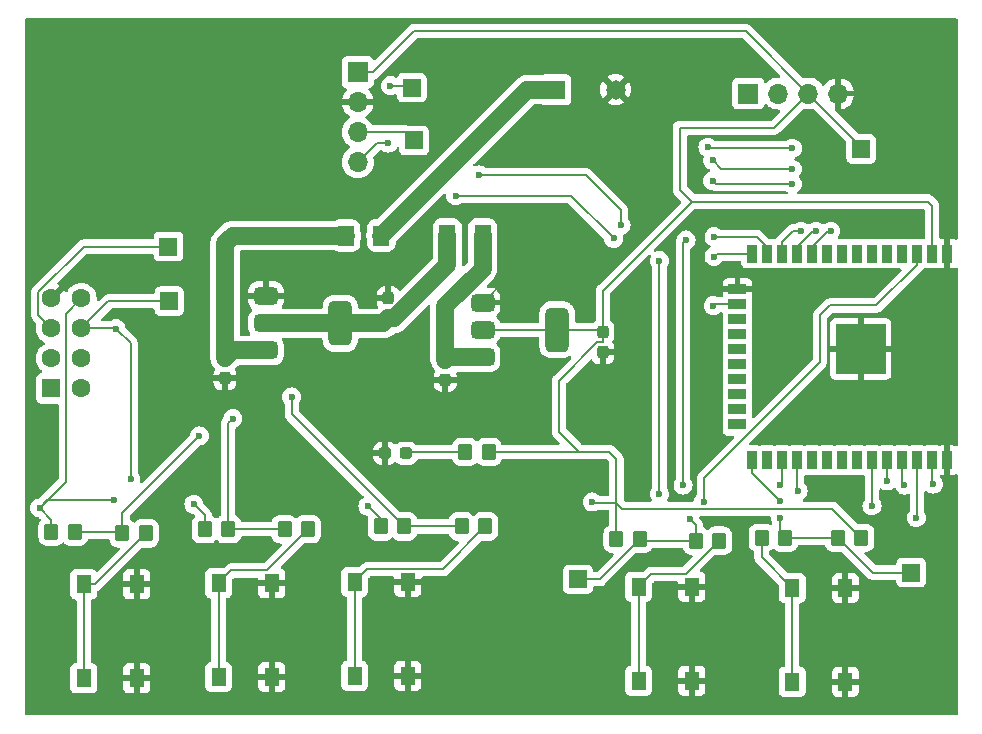
<source format=gbr>
%TF.GenerationSoftware,KiCad,Pcbnew,8.0.0*%
%TF.CreationDate,2025-02-17T23:06:34+05:30*%
%TF.ProjectId,Remote_motorcycle,52656d6f-7465-45f6-9d6f-746f72637963,rev?*%
%TF.SameCoordinates,Original*%
%TF.FileFunction,Copper,L1,Top*%
%TF.FilePolarity,Positive*%
%FSLAX46Y46*%
G04 Gerber Fmt 4.6, Leading zero omitted, Abs format (unit mm)*
G04 Created by KiCad (PCBNEW 8.0.0) date 2025-02-17 23:06:34*
%MOMM*%
%LPD*%
G01*
G04 APERTURE LIST*
G04 Aperture macros list*
%AMRoundRect*
0 Rectangle with rounded corners*
0 $1 Rounding radius*
0 $2 $3 $4 $5 $6 $7 $8 $9 X,Y pos of 4 corners*
0 Add a 4 corners polygon primitive as box body*
4,1,4,$2,$3,$4,$5,$6,$7,$8,$9,$2,$3,0*
0 Add four circle primitives for the rounded corners*
1,1,$1+$1,$2,$3*
1,1,$1+$1,$4,$5*
1,1,$1+$1,$6,$7*
1,1,$1+$1,$8,$9*
0 Add four rect primitives between the rounded corners*
20,1,$1+$1,$2,$3,$4,$5,0*
20,1,$1+$1,$4,$5,$6,$7,0*
20,1,$1+$1,$6,$7,$8,$9,0*
20,1,$1+$1,$8,$9,$2,$3,0*%
G04 Aperture macros list end*
%TA.AperFunction,SMDPad,CuDef*%
%ADD10R,1.300000X1.550000*%
%TD*%
%TA.AperFunction,SMDPad,CuDef*%
%ADD11RoundRect,0.250000X-0.350000X-0.450000X0.350000X-0.450000X0.350000X0.450000X-0.350000X0.450000X0*%
%TD*%
%TA.AperFunction,SMDPad,CuDef*%
%ADD12R,1.500000X1.500000*%
%TD*%
%TA.AperFunction,ComponentPad*%
%ADD13R,1.700000X1.700000*%
%TD*%
%TA.AperFunction,ComponentPad*%
%ADD14O,1.700000X1.700000*%
%TD*%
%TA.AperFunction,SMDPad,CuDef*%
%ADD15RoundRect,0.237500X0.237500X-0.300000X0.237500X0.300000X-0.237500X0.300000X-0.237500X-0.300000X0*%
%TD*%
%TA.AperFunction,SMDPad,CuDef*%
%ADD16RoundRect,0.237500X-0.237500X0.300000X-0.237500X-0.300000X0.237500X-0.300000X0.237500X0.300000X0*%
%TD*%
%TA.AperFunction,SMDPad,CuDef*%
%ADD17R,0.900000X1.500000*%
%TD*%
%TA.AperFunction,SMDPad,CuDef*%
%ADD18R,1.500000X0.900000*%
%TD*%
%TA.AperFunction,SMDPad,CuDef*%
%ADD19R,1.050000X1.050000*%
%TD*%
%TA.AperFunction,HeatsinkPad*%
%ADD20C,0.600000*%
%TD*%
%TA.AperFunction,SMDPad,CuDef*%
%ADD21R,4.200000X4.200000*%
%TD*%
%TA.AperFunction,SMDPad,CuDef*%
%ADD22RoundRect,0.250000X0.350000X0.450000X-0.350000X0.450000X-0.350000X-0.450000X0.350000X-0.450000X0*%
%TD*%
%TA.AperFunction,SMDPad,CuDef*%
%ADD23RoundRect,0.250001X-0.462499X-0.624999X0.462499X-0.624999X0.462499X0.624999X-0.462499X0.624999X0*%
%TD*%
%TA.AperFunction,ComponentPad*%
%ADD24R,1.650000X1.650000*%
%TD*%
%TA.AperFunction,ComponentPad*%
%ADD25C,1.650000*%
%TD*%
%TA.AperFunction,SMDPad,CuDef*%
%ADD26RoundRect,0.237500X-0.287500X-0.237500X0.287500X-0.237500X0.287500X0.237500X-0.287500X0.237500X0*%
%TD*%
%TA.AperFunction,SMDPad,CuDef*%
%ADD27RoundRect,0.375000X-0.625000X-0.375000X0.625000X-0.375000X0.625000X0.375000X-0.625000X0.375000X0*%
%TD*%
%TA.AperFunction,SMDPad,CuDef*%
%ADD28RoundRect,0.500000X-0.500000X-1.400000X0.500000X-1.400000X0.500000X1.400000X-0.500000X1.400000X0*%
%TD*%
%TA.AperFunction,SMDPad,CuDef*%
%ADD29RoundRect,0.250001X0.462499X0.624999X-0.462499X0.624999X-0.462499X-0.624999X0.462499X-0.624999X0*%
%TD*%
%TA.AperFunction,ComponentPad*%
%ADD30R,1.605000X1.605000*%
%TD*%
%TA.AperFunction,ComponentPad*%
%ADD31C,1.605000*%
%TD*%
%TA.AperFunction,ViaPad*%
%ADD32C,0.600000*%
%TD*%
%TA.AperFunction,Conductor*%
%ADD33C,1.500000*%
%TD*%
%TA.AperFunction,Conductor*%
%ADD34C,0.200000*%
%TD*%
G04 APERTURE END LIST*
D10*
%TO.P,SW4,1,1*%
%TO.N,Net-(R8-Pad2)*%
X128480000Y-150560000D03*
X128480000Y-142610000D03*
%TO.P,SW4,2,2*%
%TO.N,GND*%
X132980000Y-150560000D03*
X132980000Y-142610000D03*
%TD*%
D11*
%TO.P,R7,1*%
%TO.N,VDD*%
X126610000Y-138560000D03*
%TO.P,R7,2*%
%TO.N,/EN*%
X128610000Y-138560000D03*
%TD*%
%TO.P,R1,1*%
%TO.N,VDD*%
X78780000Y-137940000D03*
%TO.P,R1,2*%
%TO.N,/PB2*%
X80780000Y-137940000D03*
%TD*%
D12*
%TO.P,TP7,1,1*%
%TO.N,/scl*%
X88680000Y-113810000D03*
%TD*%
%TO.P,TP3,1,1*%
%TO.N,/EN*%
X123370000Y-141990000D03*
%TD*%
D13*
%TO.P,J1,1,Pin_1*%
%TO.N,VDD*%
X104710000Y-99050000D03*
D14*
%TO.P,J1,2,Pin_2*%
%TO.N,GND*%
X104710000Y-101590000D03*
%TO.P,J1,3,Pin_3*%
%TO.N,/Tx_BL*%
X104710000Y-104130000D03*
%TO.P,J1,4,Pin_4*%
%TO.N,/Rx_BL*%
X104710000Y-106670000D03*
%TD*%
D12*
%TO.P,TP1,1,1*%
%TO.N,VDD*%
X147340000Y-105550000D03*
%TD*%
D13*
%TO.P,J4,1,Pin_1*%
%TO.N,/Tx*%
X137775000Y-100855000D03*
D14*
%TO.P,J4,2,Pin_2*%
%TO.N,/Rx*%
X140315000Y-100855000D03*
%TO.P,J4,3,Pin_3*%
%TO.N,VDD*%
X142855000Y-100855000D03*
%TO.P,J4,4,Pin_4*%
%TO.N,GND*%
X145395000Y-100855000D03*
%TD*%
D15*
%TO.P,C4,1*%
%TO.N,/Vin*%
X107287500Y-119892500D03*
%TO.P,C4,2*%
%TO.N,GND*%
X107287500Y-118167500D03*
%TD*%
D12*
%TO.P,TP6,1,1*%
%TO.N,/sda*%
X88760000Y-118440000D03*
%TD*%
D16*
%TO.P,C2,1*%
%TO.N,Net-(U3-VI)*%
X93467500Y-123227500D03*
%TO.P,C2,2*%
%TO.N,GND*%
X93467500Y-124952500D03*
%TD*%
D17*
%TO.P,U1,1,GND*%
%TO.N,GND*%
X154620000Y-114400000D03*
%TO.P,U1,2,VDD*%
%TO.N,VDD*%
X153350000Y-114400000D03*
%TO.P,U1,3,EN*%
%TO.N,/EN*%
X152080000Y-114400000D03*
%TO.P,U1,4,SENSOR_VP*%
%TO.N,unconnected-(U1-SENSOR_VP-Pad4)*%
X150810000Y-114400000D03*
%TO.P,U1,5,SENSOR_VN*%
%TO.N,unconnected-(U1-SENSOR_VN-Pad5)*%
X149540000Y-114400000D03*
%TO.P,U1,6,IO34*%
%TO.N,unconnected-(U1-IO34-Pad6)*%
X148270000Y-114400000D03*
%TO.P,U1,7,IO35*%
%TO.N,unconnected-(U1-IO35-Pad7)*%
X147000000Y-114400000D03*
%TO.P,U1,8,IO32*%
%TO.N,unconnected-(U1-IO32-Pad8)*%
X145730000Y-114400000D03*
%TO.P,U1,9,IO33*%
%TO.N,unconnected-(U1-IO33-Pad9)*%
X144460000Y-114400000D03*
%TO.P,U1,10,IO25*%
%TO.N,/res*%
X143190000Y-114400000D03*
%TO.P,U1,11,IO26*%
%TO.N,/cs*%
X141920000Y-114400000D03*
%TO.P,U1,12,IO27*%
%TO.N,/d{slash}c*%
X140650000Y-114400000D03*
%TO.P,U1,13,IO14*%
%TO.N,/PB4*%
X139380000Y-114400000D03*
%TO.P,U1,14,IO12*%
%TO.N,/PB2*%
X138110000Y-114400000D03*
D18*
%TO.P,U1,15,GND*%
%TO.N,GND*%
X136860000Y-117440000D03*
%TO.P,U1,16,IO13*%
%TO.N,/PB3*%
X136860000Y-118710000D03*
%TO.P,U1,17,SHD/SD2*%
%TO.N,unconnected-(U1-SHD{slash}SD2-Pad17)*%
X136860000Y-119980000D03*
%TO.P,U1,18,SWP/SD3*%
%TO.N,unconnected-(U1-SWP{slash}SD3-Pad18)*%
X136860000Y-121250000D03*
%TO.P,U1,19,SCS/CMD*%
%TO.N,unconnected-(U1-SCS{slash}CMD-Pad19)*%
X136860000Y-122520000D03*
%TO.P,U1,20,SCK/CLK*%
%TO.N,unconnected-(U1-SCK{slash}CLK-Pad20)*%
X136860000Y-123790000D03*
%TO.P,U1,21,SDO/SD0*%
%TO.N,unconnected-(U1-SDO{slash}SD0-Pad21)*%
X136860000Y-125060000D03*
%TO.P,U1,22,SDI/SD1*%
%TO.N,unconnected-(U1-SDI{slash}SD1-Pad22)*%
X136860000Y-126330000D03*
%TO.P,U1,23,IO15*%
%TO.N,unconnected-(U1-IO15-Pad23)*%
X136860000Y-127600000D03*
%TO.P,U1,24,IO2*%
%TO.N,unconnected-(U1-IO2-Pad24)*%
X136860000Y-128870000D03*
D17*
%TO.P,U1,25,IO0*%
%TO.N,/BOOT*%
X138110000Y-131900000D03*
%TO.P,U1,26,IO4*%
%TO.N,unconnected-(U1-IO4-Pad26)*%
X139380000Y-131900000D03*
%TO.P,U1,27,IO16*%
%TO.N,/Tx_BL*%
X140650000Y-131900000D03*
%TO.P,U1,28,IO17*%
%TO.N,/Rx_BL*%
X141920000Y-131900000D03*
%TO.P,U1,29,IO5*%
%TO.N,unconnected-(U1-IO5-Pad29)*%
X143190000Y-131900000D03*
%TO.P,U1,30,IO18*%
%TO.N,unconnected-(U1-IO18-Pad30)*%
X144460000Y-131900000D03*
%TO.P,U1,31,IO19*%
%TO.N,unconnected-(U1-IO19-Pad31)*%
X145730000Y-131900000D03*
%TO.P,U1,32,NC*%
%TO.N,unconnected-(U1-NC-Pad32)*%
X147000000Y-131900000D03*
%TO.P,U1,33,IO21*%
%TO.N,/sda*%
X148270000Y-131900000D03*
%TO.P,U1,34,RXD0/IO3*%
%TO.N,/Rx*%
X149540000Y-131900000D03*
%TO.P,U1,35,TXD0/IO1*%
%TO.N,/Tx*%
X150810000Y-131900000D03*
%TO.P,U1,36,IO22*%
%TO.N,/scl*%
X152080000Y-131900000D03*
%TO.P,U1,37,IO23*%
%TO.N,/busy*%
X153350000Y-131900000D03*
%TO.P,U1,38,GND*%
%TO.N,GND*%
X154620000Y-131900000D03*
D19*
%TO.P,U1,39,GND*%
X148805000Y-120945000D03*
D20*
X148042500Y-120945000D03*
D19*
X147280000Y-120945000D03*
D20*
X146517500Y-120945000D03*
D19*
X145755000Y-120945000D03*
D20*
X148805000Y-121707500D03*
X147280000Y-121707500D03*
X145755000Y-121707500D03*
D19*
X148805000Y-122470000D03*
D20*
X148042500Y-122470000D03*
D19*
X147280000Y-122470000D03*
D21*
X147280000Y-122470000D03*
D20*
X146517500Y-122470000D03*
D19*
X145755000Y-122470000D03*
D20*
X148805000Y-123232500D03*
X147280000Y-123232500D03*
X145755000Y-123232500D03*
D19*
X148805000Y-123995000D03*
D20*
X148042500Y-123995000D03*
D19*
X147280000Y-123995000D03*
D20*
X146517500Y-123995000D03*
D19*
X145755000Y-123995000D03*
%TD*%
D11*
%TO.P,R5,1*%
%TO.N,VDD*%
X106650000Y-137510000D03*
%TO.P,R5,2*%
%TO.N,/PB4*%
X108650000Y-137510000D03*
%TD*%
%TO.P,R6,1*%
%TO.N,/PB4*%
X113510000Y-137510000D03*
%TO.P,R6,2*%
%TO.N,Net-(R6-Pad2)*%
X115510000Y-137510000D03*
%TD*%
D22*
%TO.P,R11,1*%
%TO.N,/BOOT*%
X140900000Y-138470000D03*
%TO.P,R11,2*%
%TO.N,Net-(R11-Pad2)*%
X138900000Y-138470000D03*
%TD*%
D23*
%TO.P,F1,1*%
%TO.N,/Vin*%
X112305000Y-112790000D03*
%TO.P,F1,2*%
%TO.N,Net-(U2-VI)*%
X115280000Y-112790000D03*
%TD*%
D24*
%TO.P,J2,1,Pin_1*%
%TO.N,/Vbat*%
X121460000Y-100520000D03*
D25*
%TO.P,J2,2,Pin_2*%
%TO.N,GND*%
X126540000Y-100520000D03*
%TD*%
D26*
%TO.P,D1,1,K*%
%TO.N,GND*%
X107020000Y-131310000D03*
%TO.P,D1,2,A*%
%TO.N,Net-(D1-A)*%
X108770000Y-131310000D03*
%TD*%
D10*
%TO.P,SW3,1,1*%
%TO.N,Net-(R6-Pad2)*%
X104440000Y-150160000D03*
X104440000Y-142210000D03*
%TO.P,SW3,2,2*%
%TO.N,GND*%
X108940000Y-150160000D03*
X108940000Y-142210000D03*
%TD*%
D11*
%TO.P,R2,1*%
%TO.N,/PB2*%
X84790000Y-138090000D03*
%TO.P,R2,2*%
%TO.N,Net-(R2-Pad2)*%
X86790000Y-138090000D03*
%TD*%
D12*
%TO.P,TP5,1,1*%
%TO.N,/Rx_BL*%
X109280000Y-100350000D03*
%TD*%
D10*
%TO.P,SW5,1,1*%
%TO.N,Net-(R11-Pad2)*%
X141500000Y-150660000D03*
X141500000Y-142710000D03*
%TO.P,SW5,2,2*%
%TO.N,GND*%
X146000000Y-150660000D03*
X146000000Y-142710000D03*
%TD*%
D16*
%TO.P,C1,1*%
%TO.N,Net-(U2-VI)*%
X112117500Y-123377500D03*
%TO.P,C1,2*%
%TO.N,GND*%
X112117500Y-125102500D03*
%TD*%
D12*
%TO.P,TP4,1,1*%
%TO.N,/Tx_BL*%
X109470000Y-104830000D03*
%TD*%
D11*
%TO.P,R8,1*%
%TO.N,/EN*%
X133320000Y-138710000D03*
%TO.P,R8,2*%
%TO.N,Net-(R8-Pad2)*%
X135320000Y-138710000D03*
%TD*%
D27*
%TO.P,U2,1,GND*%
%TO.N,GND*%
X115290000Y-118550000D03*
%TO.P,U2,2,VO*%
%TO.N,VDD*%
X115290000Y-120850000D03*
D28*
X121590000Y-120850000D03*
D27*
%TO.P,U2,3,VI*%
%TO.N,Net-(U2-VI)*%
X115290000Y-123150000D03*
%TD*%
D22*
%TO.P,R10,1*%
%TO.N,VDD*%
X147360000Y-138470000D03*
%TO.P,R10,2*%
%TO.N,/BOOT*%
X145360000Y-138470000D03*
%TD*%
D29*
%TO.P,F2,1*%
%TO.N,/Vbat*%
X106700000Y-112880000D03*
%TO.P,F2,2*%
%TO.N,Net-(U3-VI)*%
X103725000Y-112880000D03*
%TD*%
D22*
%TO.P,R9,1*%
%TO.N,VDD*%
X115810000Y-131190000D03*
%TO.P,R9,2*%
%TO.N,Net-(D1-A)*%
X113810000Y-131190000D03*
%TD*%
D10*
%TO.P,SW1,1,1*%
%TO.N,Net-(R2-Pad2)*%
X81500000Y-150360000D03*
X81500000Y-142410000D03*
%TO.P,SW1,2,2*%
%TO.N,GND*%
X86000000Y-150360000D03*
X86000000Y-142410000D03*
%TD*%
D11*
%TO.P,R3,1*%
%TO.N,VDD*%
X91750000Y-137740000D03*
%TO.P,R3,2*%
%TO.N,/PB3*%
X93750000Y-137740000D03*
%TD*%
D27*
%TO.P,U3,1,GND*%
%TO.N,GND*%
X96930000Y-118010000D03*
%TO.P,U3,2,VO*%
%TO.N,/Vin*%
X96930000Y-120310000D03*
D28*
X103230000Y-120310000D03*
D27*
%TO.P,U3,3,VI*%
%TO.N,Net-(U3-VI)*%
X96930000Y-122610000D03*
%TD*%
D16*
%TO.P,C3,1*%
%TO.N,VDD*%
X125467500Y-121027500D03*
%TO.P,C3,2*%
%TO.N,GND*%
X125467500Y-122752500D03*
%TD*%
D11*
%TO.P,R4,1*%
%TO.N,/PB3*%
X98510000Y-137740000D03*
%TO.P,R4,2*%
%TO.N,Net-(R4-Pad2)*%
X100510000Y-137740000D03*
%TD*%
D12*
%TO.P,TP2,1,1*%
%TO.N,/BOOT*%
X151570000Y-141410000D03*
%TD*%
D10*
%TO.P,SW2,1,1*%
%TO.N,Net-(R4-Pad2)*%
X92920000Y-150260000D03*
X92920000Y-142310000D03*
%TO.P,SW2,2,2*%
%TO.N,GND*%
X97420000Y-150260000D03*
X97420000Y-142310000D03*
%TD*%
D30*
%TO.P,J3,1,1*%
%TO.N,/busy*%
X78760000Y-125820000D03*
D31*
%TO.P,J3,2,2*%
%TO.N,/res*%
X81300000Y-125820000D03*
%TO.P,J3,3,3*%
%TO.N,/d{slash}c*%
X78760000Y-123280000D03*
%TO.P,J3,4,4*%
%TO.N,/cs*%
X81300000Y-123280000D03*
%TO.P,J3,5,5*%
%TO.N,/scl*%
X78760000Y-120740000D03*
%TO.P,J3,6,6*%
%TO.N,/sda*%
X81300000Y-120740000D03*
%TO.P,J3,7,7*%
%TO.N,GND*%
X78760000Y-118200000D03*
%TO.P,J3,8,8*%
%TO.N,VDD*%
X81300000Y-118200000D03*
%TD*%
D32*
%TO.N,GND*%
X117500000Y-114500000D03*
X125500000Y-115000000D03*
X77260000Y-115800000D03*
X128000000Y-116500000D03*
X130500000Y-110500000D03*
X134000000Y-112000000D03*
%TO.N,VDD*%
X105562400Y-135788400D03*
X90830400Y-135636000D03*
X77774800Y-135940800D03*
X84074000Y-135280400D03*
X124561600Y-135432800D03*
%TO.N,/Rx_BL*%
X130250000Y-134750000D03*
X107280000Y-105050000D03*
X126375000Y-113125000D03*
X130250000Y-115000000D03*
X113000000Y-109500000D03*
X107480000Y-100190000D03*
X142000000Y-134500000D03*
%TO.N,/Tx_BL*%
X115000000Y-107750000D03*
X132500000Y-113250000D03*
X140500000Y-134000000D03*
X132250000Y-134000000D03*
X127000000Y-112000000D03*
%TO.N,/Rx*%
X149540000Y-133654800D03*
%TO.N,/Tx*%
X151000000Y-134000000D03*
%TO.N,/PB2*%
X91287600Y-129844800D03*
X134874000Y-114655600D03*
%TO.N,/PB3*%
X134823200Y-118821200D03*
X94132400Y-128371600D03*
%TO.N,/PB4*%
X134874000Y-112979200D03*
X99110800Y-126542800D03*
%TO.N,/EN*%
X132840000Y-136890000D03*
X134000000Y-135400000D03*
%TO.N,/BOOT*%
X140490000Y-135370000D03*
X140470000Y-136800000D03*
%TO.N,/d{slash}c*%
X141500000Y-108500000D03*
X134750000Y-108250000D03*
X142250000Y-112500000D03*
%TO.N,/busy*%
X153440000Y-133920000D03*
%TO.N,/sda*%
X85500000Y-133500000D03*
X84250000Y-120750000D03*
X148250000Y-135750000D03*
%TO.N,/scl*%
X152000000Y-136750000D03*
%TO.N,/res*%
X134353000Y-105397000D03*
X141500000Y-105500000D03*
X144750000Y-112500000D03*
%TO.N,/cs*%
X143500000Y-112500000D03*
X134750000Y-106500000D03*
X141500000Y-107250000D03*
%TD*%
D33*
%TO.N,Net-(U2-VI)*%
X115280000Y-112790000D02*
X115280000Y-115686168D01*
X115280000Y-115686168D02*
X112117500Y-118848668D01*
X112117500Y-118848668D02*
X112117500Y-123377500D01*
X115290000Y-123150000D02*
X112345000Y-123150000D01*
X112345000Y-123150000D02*
X112117500Y-123377500D01*
D34*
%TO.N,GND*%
X117500000Y-116340000D02*
X117500000Y-114500000D01*
X115290000Y-118550000D02*
X117500000Y-116340000D01*
D33*
%TO.N,Net-(U3-VI)*%
X94085000Y-122610000D02*
X93467500Y-123227500D01*
X94120000Y-112880000D02*
X93467500Y-113532500D01*
X103725000Y-112880000D02*
X94120000Y-112880000D01*
X93467500Y-113532500D02*
X93467500Y-123227500D01*
X96930000Y-122610000D02*
X94085000Y-122610000D01*
D34*
%TO.N,VDD*%
X78435200Y-135280400D02*
X77774800Y-135940800D01*
X126610000Y-135500000D02*
X124628800Y-135500000D01*
X142855000Y-100855000D02*
X147340000Y-105340000D01*
X132000000Y-109000000D02*
X132000000Y-103750000D01*
X132000000Y-103750000D02*
X139960000Y-103750000D01*
X125467500Y-117532500D02*
X133000000Y-110000000D01*
X106000000Y-99050000D02*
X104710000Y-99050000D01*
X121590000Y-120850000D02*
X125290000Y-120850000D01*
X126610000Y-131800000D02*
X126610000Y-135500000D01*
X142855000Y-100855000D02*
X137550000Y-95550000D01*
X125000778Y-121915000D02*
X121750000Y-125165778D01*
X125467500Y-121027500D02*
X125467500Y-121915000D01*
X84074000Y-135280400D02*
X78435200Y-135280400D01*
X126000000Y-131190000D02*
X115810000Y-131190000D01*
X123440000Y-131190000D02*
X126000000Y-131190000D01*
X91750000Y-137740000D02*
X91750000Y-136555600D01*
X126000000Y-131190000D02*
X126610000Y-131800000D01*
X147340000Y-105340000D02*
X147340000Y-105550000D01*
X77774800Y-135940800D02*
X80010000Y-133705600D01*
X139960000Y-103750000D02*
X142855000Y-100855000D01*
X153000000Y-110000000D02*
X153350000Y-110350000D01*
X144890000Y-136000000D02*
X147360000Y-138470000D01*
X125290000Y-120850000D02*
X125467500Y-121027500D01*
X78780000Y-137940000D02*
X78780000Y-136946000D01*
X78780000Y-136946000D02*
X77774800Y-135940800D01*
X106650000Y-137510000D02*
X106650000Y-136876000D01*
X133000000Y-110000000D02*
X153000000Y-110000000D01*
X126610000Y-135500000D02*
X127110000Y-136000000D01*
X121750000Y-129500000D02*
X123440000Y-131190000D01*
X121590000Y-120850000D02*
X115290000Y-120850000D01*
X91750000Y-136555600D02*
X90830400Y-135636000D01*
X80010000Y-119490000D02*
X81300000Y-118200000D01*
X126610000Y-135500000D02*
X126610000Y-138560000D01*
X153350000Y-110350000D02*
X153350000Y-114400000D01*
X121750000Y-125165778D02*
X121750000Y-129500000D01*
X125467500Y-121027500D02*
X125467500Y-117532500D01*
X106650000Y-136876000D02*
X105562400Y-135788400D01*
X127110000Y-136000000D02*
X144890000Y-136000000D01*
X124628800Y-135500000D02*
X124561600Y-135432800D01*
X125467500Y-121915000D02*
X125000778Y-121915000D01*
X109500000Y-95550000D02*
X106000000Y-99050000D01*
X80010000Y-133705600D02*
X80010000Y-119490000D01*
X137550000Y-95550000D02*
X109500000Y-95550000D01*
X133000000Y-110000000D02*
X132000000Y-109000000D01*
D33*
%TO.N,/Vin*%
X112305000Y-112790000D02*
X112305000Y-115373460D01*
X103230000Y-120310000D02*
X106870000Y-120310000D01*
X106870000Y-120310000D02*
X107287500Y-119892500D01*
X112305000Y-115373460D02*
X107785960Y-119892500D01*
X107785960Y-119892500D02*
X107287500Y-119892500D01*
X103230000Y-120310000D02*
X96930000Y-120310000D01*
D34*
%TO.N,Net-(D1-A)*%
X113810000Y-131190000D02*
X108890000Y-131190000D01*
X108890000Y-131190000D02*
X108770000Y-131310000D01*
D33*
%TO.N,/Vbat*%
X119060000Y-100520000D02*
X106700000Y-112880000D01*
X121460000Y-100520000D02*
X119060000Y-100520000D01*
D34*
%TO.N,/Rx_BL*%
X141920000Y-131900000D02*
X141920000Y-134420000D01*
X122750000Y-109500000D02*
X113000000Y-109500000D01*
X130250000Y-134750000D02*
X130250000Y-115000000D01*
X126375000Y-113125000D02*
X122750000Y-109500000D01*
X109120000Y-100190000D02*
X109280000Y-100350000D01*
X141920000Y-134420000D02*
X142000000Y-134500000D01*
X104710000Y-106670000D02*
X106330000Y-105050000D01*
X107480000Y-100190000D02*
X109120000Y-100190000D01*
X106330000Y-105050000D02*
X107280000Y-105050000D01*
%TO.N,/Tx_BL*%
X127000000Y-110750000D02*
X124000000Y-107750000D01*
X127000000Y-112000000D02*
X127000000Y-110750000D01*
X140650000Y-133850000D02*
X140500000Y-134000000D01*
X132250000Y-113500000D02*
X132500000Y-113250000D01*
X124000000Y-107750000D02*
X115000000Y-107750000D01*
X108770000Y-104130000D02*
X109470000Y-104830000D01*
X104710000Y-104130000D02*
X108770000Y-104130000D01*
X140650000Y-131900000D02*
X140650000Y-133850000D01*
X132250000Y-134000000D02*
X132250000Y-113500000D01*
%TO.N,/Rx*%
X149540000Y-133654800D02*
X149540000Y-131900000D01*
%TO.N,/Tx*%
X150810000Y-133810000D02*
X151000000Y-134000000D01*
X150810000Y-131900000D02*
X150810000Y-133810000D01*
%TO.N,/PB2*%
X91287600Y-129844800D02*
X84790000Y-136342400D01*
X84640000Y-137940000D02*
X84790000Y-138090000D01*
X84790000Y-136342400D02*
X84790000Y-138090000D01*
X138110000Y-114400000D02*
X135129600Y-114400000D01*
X80780000Y-137940000D02*
X84640000Y-137940000D01*
X135129600Y-114400000D02*
X134874000Y-114655600D01*
%TO.N,Net-(R2-Pad2)*%
X82470000Y-142410000D02*
X81500000Y-142410000D01*
X81500000Y-142410000D02*
X81500000Y-150360000D01*
X86790000Y-138090000D02*
X82470000Y-142410000D01*
%TO.N,/PB3*%
X98510000Y-137740000D02*
X93750000Y-137740000D01*
X136860000Y-118710000D02*
X134934400Y-118710000D01*
X134934400Y-118710000D02*
X134823200Y-118821200D01*
X93750000Y-128754000D02*
X93750000Y-137740000D01*
X94132400Y-128371600D02*
X93750000Y-128754000D01*
%TO.N,Net-(R4-Pad2)*%
X92920000Y-142310000D02*
X92920000Y-150260000D01*
X97015000Y-141235000D02*
X93995000Y-141235000D01*
X100510000Y-137740000D02*
X97015000Y-141235000D01*
X93995000Y-141235000D02*
X92920000Y-142310000D01*
%TO.N,/PB4*%
X139380000Y-113870000D02*
X138489200Y-112979200D01*
X108650000Y-137510000D02*
X113510000Y-137510000D01*
X138489200Y-112979200D02*
X134874000Y-112979200D01*
X99110800Y-126542800D02*
X99110800Y-127970800D01*
X139380000Y-114400000D02*
X139380000Y-113870000D01*
X99110800Y-127970800D02*
X108650000Y-137510000D01*
%TO.N,Net-(R6-Pad2)*%
X105515000Y-141135000D02*
X104440000Y-142210000D01*
X104440000Y-142210000D02*
X104440000Y-150160000D01*
X115510000Y-137510000D02*
X111885000Y-141135000D01*
X111885000Y-141135000D02*
X105515000Y-141135000D01*
%TO.N,/EN*%
X128760000Y-138710000D02*
X128610000Y-138560000D01*
X132840000Y-136890000D02*
X133320000Y-137370000D01*
X148630000Y-118800000D02*
X152080000Y-115350000D01*
X143820000Y-123610000D02*
X143820000Y-119640000D01*
X134000000Y-135400000D02*
X134000000Y-133430000D01*
X133320000Y-137370000D02*
X133320000Y-138710000D01*
X128610000Y-138560000D02*
X125180000Y-141990000D01*
X133320000Y-138710000D02*
X128760000Y-138710000D01*
X134000000Y-133430000D02*
X143820000Y-123610000D01*
X144660000Y-118800000D02*
X148630000Y-118800000D01*
X152080000Y-115350000D02*
X152080000Y-114400000D01*
X143820000Y-119640000D02*
X144660000Y-118800000D01*
X125180000Y-141990000D02*
X123370000Y-141990000D01*
%TO.N,Net-(R8-Pad2)*%
X132495000Y-141535000D02*
X129555000Y-141535000D01*
X135320000Y-138710000D02*
X132495000Y-141535000D01*
X128480000Y-142610000D02*
X128480000Y-150560000D01*
X129555000Y-141535000D02*
X128480000Y-142610000D01*
%TO.N,/BOOT*%
X138110000Y-132990000D02*
X140490000Y-135370000D01*
X145360000Y-138470000D02*
X148300000Y-141410000D01*
X138110000Y-131900000D02*
X138110000Y-132990000D01*
X145360000Y-138470000D02*
X140900000Y-138470000D01*
X140470000Y-136800000D02*
X140470000Y-138040000D01*
X148300000Y-141410000D02*
X151570000Y-141410000D01*
X140470000Y-138040000D02*
X140900000Y-138470000D01*
%TO.N,Net-(R11-Pad2)*%
X141500000Y-142710000D02*
X141500000Y-150660000D01*
X138900000Y-140110000D02*
X141500000Y-142710000D01*
X138900000Y-138470000D02*
X138900000Y-140110000D01*
%TO.N,/d{slash}c*%
X141600000Y-112500000D02*
X142250000Y-112500000D01*
X141500000Y-108500000D02*
X135000000Y-108500000D01*
X140650000Y-113450000D02*
X141600000Y-112500000D01*
X135000000Y-108500000D02*
X134750000Y-108250000D01*
X140650000Y-114400000D02*
X140650000Y-113450000D01*
%TO.N,/busy*%
X153350000Y-133830000D02*
X153440000Y-133920000D01*
X153350000Y-131900000D02*
X153350000Y-133830000D01*
%TO.N,/sda*%
X85500000Y-133500000D02*
X85500000Y-122000000D01*
X84250000Y-120750000D02*
X84240000Y-120740000D01*
X148270000Y-135730000D02*
X148250000Y-135750000D01*
X148270000Y-131900000D02*
X148270000Y-135730000D01*
X81300000Y-120740000D02*
X83600000Y-118440000D01*
X85500000Y-122000000D02*
X84250000Y-120750000D01*
X83600000Y-118440000D02*
X88760000Y-118440000D01*
X84240000Y-120740000D02*
X81300000Y-120740000D01*
%TO.N,/scl*%
X152080000Y-131900000D02*
X152080000Y-136670000D01*
X77657500Y-119637500D02*
X77657500Y-117652500D01*
X152080000Y-136670000D02*
X152000000Y-136750000D01*
X81500000Y-113810000D02*
X88680000Y-113810000D01*
X78760000Y-120740000D02*
X77657500Y-119637500D01*
X77657500Y-117652500D02*
X81500000Y-113810000D01*
%TO.N,/res*%
X143190000Y-113870000D02*
X144560000Y-112500000D01*
X134353000Y-105397000D02*
X134456000Y-105500000D01*
X144560000Y-112500000D02*
X144750000Y-112500000D01*
X143190000Y-114400000D02*
X143190000Y-113870000D01*
X134456000Y-105500000D02*
X141500000Y-105500000D01*
%TO.N,/cs*%
X141920000Y-114400000D02*
X141920000Y-113870000D01*
X141500000Y-107250000D02*
X135500000Y-107250000D01*
X135500000Y-107250000D02*
X134750000Y-106500000D01*
X143290000Y-112500000D02*
X143500000Y-112500000D01*
X141920000Y-113870000D02*
X143290000Y-112500000D01*
%TD*%
%TA.AperFunction,Conductor*%
%TO.N,GND*%
G36*
X129446247Y-114505501D02*
G01*
X129502180Y-114547373D01*
X129526597Y-114612837D01*
X129519955Y-114662637D01*
X129464632Y-114820742D01*
X129464630Y-114820750D01*
X129444435Y-114999996D01*
X129444435Y-115000003D01*
X129464630Y-115179249D01*
X129464631Y-115179254D01*
X129524211Y-115349523D01*
X129551112Y-115392335D01*
X129596140Y-115463997D01*
X129620185Y-115502263D01*
X129622445Y-115505097D01*
X129623334Y-115507275D01*
X129623889Y-115508158D01*
X129623734Y-115508255D01*
X129648855Y-115569783D01*
X129649500Y-115582412D01*
X129649500Y-134167587D01*
X129629815Y-134234626D01*
X129622450Y-134244896D01*
X129620186Y-134247734D01*
X129524211Y-134400476D01*
X129464631Y-134570745D01*
X129464630Y-134570750D01*
X129444435Y-134749996D01*
X129444435Y-134750003D01*
X129464630Y-134929249D01*
X129464631Y-134929254D01*
X129524211Y-135099524D01*
X129593332Y-135209527D01*
X129612333Y-135276764D01*
X129591966Y-135343599D01*
X129538698Y-135388814D01*
X129488339Y-135399500D01*
X127410098Y-135399500D01*
X127343059Y-135379815D01*
X127322417Y-135363181D01*
X127246819Y-135287583D01*
X127213334Y-135226260D01*
X127210500Y-135199902D01*
X127210500Y-131720945D01*
X127210498Y-131720936D01*
X127204287Y-131697753D01*
X127169577Y-131568215D01*
X127140639Y-131518095D01*
X127090520Y-131431284D01*
X126978716Y-131319480D01*
X126978715Y-131319479D01*
X126974385Y-131315149D01*
X126974374Y-131315139D01*
X126487590Y-130828355D01*
X126487588Y-130828352D01*
X126368717Y-130709481D01*
X126368716Y-130709480D01*
X126281904Y-130659360D01*
X126281904Y-130659359D01*
X126281900Y-130659358D01*
X126231785Y-130630423D01*
X126079057Y-130589499D01*
X125920943Y-130589499D01*
X125913347Y-130589499D01*
X125913331Y-130589500D01*
X123740097Y-130589500D01*
X123673058Y-130569815D01*
X123652416Y-130553181D01*
X122386819Y-129287584D01*
X122353334Y-129226261D01*
X122350500Y-129199903D01*
X122350500Y-125465874D01*
X122370185Y-125398835D01*
X122386814Y-125378198D01*
X124385754Y-123379258D01*
X124447073Y-123345776D01*
X124516765Y-123350760D01*
X124572698Y-123392632D01*
X124578969Y-123401845D01*
X124647552Y-123513034D01*
X124647555Y-123513038D01*
X124769461Y-123634944D01*
X124769465Y-123634947D01*
X124916188Y-123725448D01*
X124916199Y-123725453D01*
X125079847Y-123779680D01*
X125180852Y-123789999D01*
X125217500Y-123789999D01*
X125217500Y-123002500D01*
X125717500Y-123002500D01*
X125717500Y-123789999D01*
X125754140Y-123789999D01*
X125754154Y-123789998D01*
X125855152Y-123779680D01*
X126018800Y-123725453D01*
X126018811Y-123725448D01*
X126165534Y-123634947D01*
X126165538Y-123634944D01*
X126287444Y-123513038D01*
X126287447Y-123513034D01*
X126377948Y-123366311D01*
X126377953Y-123366300D01*
X126432180Y-123202652D01*
X126442499Y-123101654D01*
X126442500Y-123101641D01*
X126442500Y-123002500D01*
X125717500Y-123002500D01*
X125217500Y-123002500D01*
X125217500Y-122639500D01*
X125237185Y-122572461D01*
X125289989Y-122526706D01*
X125341500Y-122515500D01*
X125546555Y-122515500D01*
X125546557Y-122515500D01*
X125569352Y-122509391D01*
X125579307Y-122506725D01*
X125611399Y-122502500D01*
X126442499Y-122502500D01*
X126442499Y-122403360D01*
X126442498Y-122403345D01*
X126432180Y-122302347D01*
X126377953Y-122138699D01*
X126377948Y-122138688D01*
X126287447Y-121991965D01*
X126287444Y-121991961D01*
X126273517Y-121978034D01*
X126240032Y-121916711D01*
X126245016Y-121847019D01*
X126273517Y-121802672D01*
X126287840Y-121788350D01*
X126378408Y-121641516D01*
X126432674Y-121477753D01*
X126443000Y-121376677D01*
X126442999Y-120678324D01*
X126436530Y-120615000D01*
X126432674Y-120577247D01*
X126411341Y-120512869D01*
X126378408Y-120413484D01*
X126287840Y-120266650D01*
X126165850Y-120144660D01*
X126165849Y-120144659D01*
X126126902Y-120120636D01*
X126080178Y-120068687D01*
X126068000Y-120015098D01*
X126068000Y-117832597D01*
X126087685Y-117765558D01*
X126104319Y-117744916D01*
X127683045Y-116166190D01*
X129315235Y-114534000D01*
X129376555Y-114500517D01*
X129446247Y-114505501D01*
G37*
%TD.AperFunction*%
%TA.AperFunction,Conductor*%
G36*
X152692539Y-110620185D02*
G01*
X152738294Y-110672989D01*
X152749500Y-110724500D01*
X152749500Y-113029906D01*
X152729815Y-113096945D01*
X152677011Y-113142700D01*
X152612247Y-113153195D01*
X152577873Y-113149500D01*
X152577865Y-113149500D01*
X151582129Y-113149500D01*
X151582123Y-113149501D01*
X151522518Y-113155908D01*
X151488331Y-113168659D01*
X151418639Y-113173642D01*
X151401669Y-113168659D01*
X151374293Y-113158449D01*
X151367483Y-113155909D01*
X151367482Y-113155908D01*
X151307883Y-113149501D01*
X151307881Y-113149500D01*
X151307873Y-113149500D01*
X151307864Y-113149500D01*
X150312129Y-113149500D01*
X150312123Y-113149501D01*
X150252518Y-113155908D01*
X150218331Y-113168659D01*
X150148639Y-113173642D01*
X150131669Y-113168659D01*
X150104293Y-113158449D01*
X150097483Y-113155909D01*
X150097482Y-113155908D01*
X150037883Y-113149501D01*
X150037881Y-113149500D01*
X150037873Y-113149500D01*
X150037864Y-113149500D01*
X149042129Y-113149500D01*
X149042123Y-113149501D01*
X148982518Y-113155908D01*
X148948331Y-113168659D01*
X148878639Y-113173642D01*
X148861669Y-113168659D01*
X148834293Y-113158449D01*
X148827483Y-113155909D01*
X148827482Y-113155908D01*
X148767883Y-113149501D01*
X148767881Y-113149500D01*
X148767873Y-113149500D01*
X148767864Y-113149500D01*
X147772129Y-113149500D01*
X147772123Y-113149501D01*
X147712518Y-113155908D01*
X147678331Y-113168659D01*
X147608639Y-113173642D01*
X147591669Y-113168659D01*
X147564293Y-113158449D01*
X147557483Y-113155909D01*
X147557482Y-113155908D01*
X147497883Y-113149501D01*
X147497881Y-113149500D01*
X147497873Y-113149500D01*
X147497864Y-113149500D01*
X146502129Y-113149500D01*
X146502123Y-113149501D01*
X146442518Y-113155908D01*
X146408331Y-113168659D01*
X146338639Y-113173642D01*
X146321669Y-113168659D01*
X146294293Y-113158449D01*
X146287483Y-113155909D01*
X146287482Y-113155908D01*
X146227883Y-113149501D01*
X146227881Y-113149500D01*
X146227873Y-113149500D01*
X146227865Y-113149500D01*
X145511661Y-113149500D01*
X145444622Y-113129815D01*
X145398867Y-113077011D01*
X145388923Y-113007853D01*
X145406668Y-112959527D01*
X145411074Y-112952516D01*
X145458464Y-112877094D01*
X145475788Y-112849524D01*
X145486935Y-112817669D01*
X145535368Y-112679255D01*
X145535369Y-112679249D01*
X145555565Y-112500003D01*
X145555565Y-112499996D01*
X145535369Y-112320750D01*
X145535368Y-112320745D01*
X145490959Y-112193831D01*
X145475789Y-112150478D01*
X145379816Y-111997738D01*
X145252262Y-111870184D01*
X145187823Y-111829694D01*
X145099523Y-111774211D01*
X144929254Y-111714631D01*
X144929249Y-111714630D01*
X144750004Y-111694435D01*
X144749996Y-111694435D01*
X144570750Y-111714630D01*
X144570745Y-111714631D01*
X144400476Y-111774211D01*
X144247737Y-111870184D01*
X144212681Y-111905241D01*
X144151358Y-111938726D01*
X144081666Y-111933742D01*
X144037319Y-111905241D01*
X144002262Y-111870184D01*
X143849523Y-111774211D01*
X143679254Y-111714631D01*
X143679249Y-111714630D01*
X143500004Y-111694435D01*
X143499996Y-111694435D01*
X143320750Y-111714630D01*
X143320745Y-111714631D01*
X143150476Y-111774211D01*
X142997737Y-111870184D01*
X142962681Y-111905241D01*
X142901358Y-111938726D01*
X142831666Y-111933742D01*
X142787319Y-111905241D01*
X142752262Y-111870184D01*
X142599523Y-111774211D01*
X142429254Y-111714631D01*
X142429249Y-111714630D01*
X142250004Y-111694435D01*
X142249996Y-111694435D01*
X142070750Y-111714630D01*
X142070745Y-111714631D01*
X141900476Y-111774211D01*
X141747737Y-111870184D01*
X141744903Y-111872445D01*
X141742724Y-111873334D01*
X141741842Y-111873889D01*
X141741744Y-111873734D01*
X141680216Y-111898854D01*
X141667589Y-111899499D01*
X141520943Y-111899499D01*
X141421400Y-111926172D01*
X141368210Y-111940424D01*
X141368209Y-111940425D01*
X141333066Y-111960716D01*
X141333064Y-111960717D01*
X141231290Y-112019475D01*
X141231282Y-112019481D01*
X140169482Y-113081281D01*
X140169480Y-113081284D01*
X140157979Y-113101204D01*
X140107410Y-113149418D01*
X140093925Y-113155383D01*
X140058332Y-113168658D01*
X139988640Y-113173642D01*
X139971669Y-113168659D01*
X139944293Y-113158449D01*
X139937483Y-113155909D01*
X139937482Y-113155908D01*
X139877883Y-113149501D01*
X139877881Y-113149500D01*
X139877873Y-113149500D01*
X139877865Y-113149500D01*
X139560097Y-113149500D01*
X139493058Y-113129815D01*
X139472416Y-113113181D01*
X138976790Y-112617555D01*
X138976788Y-112617552D01*
X138857917Y-112498681D01*
X138857916Y-112498680D01*
X138746805Y-112434530D01*
X138746803Y-112434529D01*
X138720985Y-112419623D01*
X138720984Y-112419622D01*
X138720983Y-112419622D01*
X138665081Y-112404643D01*
X138568257Y-112378699D01*
X138410143Y-112378699D01*
X138402547Y-112378699D01*
X138402531Y-112378700D01*
X135456412Y-112378700D01*
X135389373Y-112359015D01*
X135379097Y-112351645D01*
X135376263Y-112349385D01*
X135376262Y-112349384D01*
X135319496Y-112313715D01*
X135223523Y-112253411D01*
X135053254Y-112193831D01*
X135053249Y-112193830D01*
X134874004Y-112173635D01*
X134873996Y-112173635D01*
X134694750Y-112193830D01*
X134694745Y-112193831D01*
X134524476Y-112253411D01*
X134371737Y-112349384D01*
X134244184Y-112476937D01*
X134148211Y-112629676D01*
X134088631Y-112799945D01*
X134088630Y-112799950D01*
X134068435Y-112979196D01*
X134068435Y-112979203D01*
X134088630Y-113158449D01*
X134088631Y-113158454D01*
X134148211Y-113328723D01*
X134211380Y-113429255D01*
X134244184Y-113481462D01*
X134371738Y-113609016D01*
X134437878Y-113650575D01*
X134524482Y-113704992D01*
X134525917Y-113705683D01*
X134526683Y-113706375D01*
X134530374Y-113708694D01*
X134529967Y-113709340D01*
X134577774Y-113752508D01*
X134596083Y-113819936D01*
X134575032Y-113886559D01*
X134530027Y-113925555D01*
X134530374Y-113926106D01*
X134526800Y-113928351D01*
X134525917Y-113929117D01*
X134524482Y-113929807D01*
X134371737Y-114025784D01*
X134244184Y-114153337D01*
X134148211Y-114306076D01*
X134088631Y-114476345D01*
X134088630Y-114476350D01*
X134068435Y-114655596D01*
X134068435Y-114655603D01*
X134088630Y-114834849D01*
X134088631Y-114834854D01*
X134148211Y-115005123D01*
X134218402Y-115116831D01*
X134244184Y-115157862D01*
X134371738Y-115285416D01*
X134524478Y-115381389D01*
X134694745Y-115440968D01*
X134694750Y-115440969D01*
X134873996Y-115461165D01*
X134874000Y-115461165D01*
X134874004Y-115461165D01*
X135053249Y-115440969D01*
X135053252Y-115440968D01*
X135053255Y-115440968D01*
X135223522Y-115381389D01*
X135376262Y-115285416D01*
X135503816Y-115157862D01*
X135564993Y-115060500D01*
X135566232Y-115058528D01*
X135618567Y-115012237D01*
X135671226Y-115000500D01*
X137035501Y-115000500D01*
X137102540Y-115020185D01*
X137148295Y-115072989D01*
X137159501Y-115124500D01*
X137159501Y-115197876D01*
X137165908Y-115257483D01*
X137216202Y-115392328D01*
X137216206Y-115392335D01*
X137302452Y-115507544D01*
X137302455Y-115507547D01*
X137417664Y-115593793D01*
X137417671Y-115593797D01*
X137552517Y-115644091D01*
X137552516Y-115644091D01*
X137559444Y-115644835D01*
X137612127Y-115650500D01*
X138607872Y-115650499D01*
X138667483Y-115644091D01*
X138701667Y-115631340D01*
X138771358Y-115626357D01*
X138788327Y-115631338D01*
X138822517Y-115644091D01*
X138882127Y-115650500D01*
X139877872Y-115650499D01*
X139937483Y-115644091D01*
X139971667Y-115631340D01*
X140041358Y-115626357D01*
X140058327Y-115631338D01*
X140092517Y-115644091D01*
X140152127Y-115650500D01*
X141147872Y-115650499D01*
X141207483Y-115644091D01*
X141241667Y-115631340D01*
X141311358Y-115626357D01*
X141328327Y-115631338D01*
X141362517Y-115644091D01*
X141422127Y-115650500D01*
X142417872Y-115650499D01*
X142477483Y-115644091D01*
X142511667Y-115631340D01*
X142581358Y-115626357D01*
X142598327Y-115631338D01*
X142632517Y-115644091D01*
X142692127Y-115650500D01*
X143687872Y-115650499D01*
X143747483Y-115644091D01*
X143781667Y-115631340D01*
X143851358Y-115626357D01*
X143868327Y-115631338D01*
X143902517Y-115644091D01*
X143962127Y-115650500D01*
X144957872Y-115650499D01*
X145017483Y-115644091D01*
X145051667Y-115631340D01*
X145121358Y-115626357D01*
X145138327Y-115631338D01*
X145172517Y-115644091D01*
X145232127Y-115650500D01*
X146227872Y-115650499D01*
X146287483Y-115644091D01*
X146321667Y-115631340D01*
X146391358Y-115626357D01*
X146408327Y-115631338D01*
X146442517Y-115644091D01*
X146502127Y-115650500D01*
X147497872Y-115650499D01*
X147557483Y-115644091D01*
X147591667Y-115631340D01*
X147661358Y-115626357D01*
X147678327Y-115631338D01*
X147712517Y-115644091D01*
X147772127Y-115650500D01*
X148767872Y-115650499D01*
X148827483Y-115644091D01*
X148861667Y-115631340D01*
X148931358Y-115626357D01*
X148948327Y-115631338D01*
X148982517Y-115644091D01*
X149042127Y-115650500D01*
X150037872Y-115650499D01*
X150097483Y-115644091D01*
X150131667Y-115631340D01*
X150201358Y-115626357D01*
X150218327Y-115631338D01*
X150252517Y-115644091D01*
X150312127Y-115650500D01*
X150630902Y-115650499D01*
X150697940Y-115670183D01*
X150743695Y-115722987D01*
X150753639Y-115792146D01*
X150724614Y-115855701D01*
X150718582Y-115862180D01*
X148417584Y-118163181D01*
X148356261Y-118196666D01*
X148329903Y-118199500D01*
X144580940Y-118199500D01*
X144540019Y-118210464D01*
X144540019Y-118210465D01*
X144502751Y-118220451D01*
X144428214Y-118240423D01*
X144428209Y-118240426D01*
X144291290Y-118319475D01*
X144291282Y-118319481D01*
X143339481Y-119271282D01*
X143339479Y-119271285D01*
X143306336Y-119328692D01*
X143306335Y-119328694D01*
X143260423Y-119408214D01*
X143253962Y-119432328D01*
X143219499Y-119560943D01*
X143219499Y-119560945D01*
X143219499Y-119729046D01*
X143219500Y-119729059D01*
X143219500Y-123309902D01*
X143199815Y-123376941D01*
X143183181Y-123397583D01*
X138314108Y-128266655D01*
X138252785Y-128300140D01*
X138183093Y-128295156D01*
X138127160Y-128253284D01*
X138102743Y-128187820D01*
X138104561Y-128165335D01*
X138103262Y-128165196D01*
X138104883Y-128150108D01*
X138110500Y-128097873D01*
X138110499Y-127102128D01*
X138104091Y-127042517D01*
X138091340Y-127008332D01*
X138086357Y-126938642D01*
X138091340Y-126921669D01*
X138104091Y-126887483D01*
X138110500Y-126827873D01*
X138110499Y-125832128D01*
X138104091Y-125772517D01*
X138091340Y-125738332D01*
X138086357Y-125668642D01*
X138091340Y-125651669D01*
X138104091Y-125617483D01*
X138110500Y-125557873D01*
X138110499Y-124562128D01*
X138104091Y-124502517D01*
X138091340Y-124468332D01*
X138086357Y-124398642D01*
X138091340Y-124381669D01*
X138104091Y-124347483D01*
X138110500Y-124287873D01*
X138110499Y-123292128D01*
X138104091Y-123232517D01*
X138091340Y-123198332D01*
X138086357Y-123128642D01*
X138091340Y-123111669D01*
X138104091Y-123077483D01*
X138110500Y-123017873D01*
X138110499Y-122022128D01*
X138104091Y-121962517D01*
X138091340Y-121928332D01*
X138086357Y-121858642D01*
X138091340Y-121841669D01*
X138104091Y-121807483D01*
X138110500Y-121747873D01*
X138110499Y-120752128D01*
X138104091Y-120692517D01*
X138091340Y-120658332D01*
X138086357Y-120588642D01*
X138091340Y-120571669D01*
X138104091Y-120537483D01*
X138110500Y-120477873D01*
X138110499Y-119482128D01*
X138104091Y-119422517D01*
X138091340Y-119388332D01*
X138086357Y-119318642D01*
X138091338Y-119301672D01*
X138104091Y-119267483D01*
X138110500Y-119207873D01*
X138110499Y-118212128D01*
X138104091Y-118152517D01*
X138091073Y-118117616D01*
X138086090Y-118047926D01*
X138091075Y-118030949D01*
X138103597Y-117997375D01*
X138103598Y-117997372D01*
X138109999Y-117937844D01*
X138110000Y-117937827D01*
X138110000Y-117690000D01*
X135610000Y-117690000D01*
X135610000Y-117937839D01*
X135613700Y-117972242D01*
X135601296Y-118041002D01*
X135553687Y-118092140D01*
X135490411Y-118109500D01*
X135230280Y-118109500D01*
X135176480Y-118097221D01*
X135172725Y-118095412D01*
X135172722Y-118095411D01*
X135163374Y-118092140D01*
X135002462Y-118035833D01*
X135002449Y-118035830D01*
X134823204Y-118015635D01*
X134823196Y-118015635D01*
X134643950Y-118035830D01*
X134643945Y-118035831D01*
X134473676Y-118095411D01*
X134320937Y-118191384D01*
X134193384Y-118318937D01*
X134097411Y-118471676D01*
X134037831Y-118641945D01*
X134037830Y-118641950D01*
X134017635Y-118821196D01*
X134017635Y-118821203D01*
X134037830Y-119000449D01*
X134037831Y-119000454D01*
X134097411Y-119170723D01*
X134161415Y-119272584D01*
X134193384Y-119323462D01*
X134320938Y-119451016D01*
X134473678Y-119546989D01*
X134623746Y-119599500D01*
X134643945Y-119606568D01*
X134643950Y-119606569D01*
X134823196Y-119626765D01*
X134823200Y-119626765D01*
X134823204Y-119626765D01*
X135002449Y-119606569D01*
X135002452Y-119606568D01*
X135002455Y-119606568D01*
X135172722Y-119546989D01*
X135325462Y-119451016D01*
X135398920Y-119377558D01*
X135460243Y-119344073D01*
X135529935Y-119349057D01*
X135585868Y-119390929D01*
X135610285Y-119456393D01*
X135609891Y-119478486D01*
X135609501Y-119482123D01*
X135609500Y-119482135D01*
X135609500Y-120477870D01*
X135609501Y-120477876D01*
X135615908Y-120537481D01*
X135628659Y-120571669D01*
X135633642Y-120641361D01*
X135628659Y-120658331D01*
X135615908Y-120692518D01*
X135609518Y-120751961D01*
X135609501Y-120752123D01*
X135609500Y-120752135D01*
X135609500Y-121747870D01*
X135609501Y-121747876D01*
X135615908Y-121807481D01*
X135628659Y-121841669D01*
X135633642Y-121911361D01*
X135628659Y-121928331D01*
X135615908Y-121962518D01*
X135610804Y-122010000D01*
X135609501Y-122022123D01*
X135609500Y-122022135D01*
X135609500Y-123017870D01*
X135609501Y-123017876D01*
X135615908Y-123077481D01*
X135628659Y-123111669D01*
X135633642Y-123181361D01*
X135628659Y-123198331D01*
X135615908Y-123232518D01*
X135609501Y-123292116D01*
X135609501Y-123292123D01*
X135609500Y-123292135D01*
X135609500Y-124287870D01*
X135609501Y-124287876D01*
X135615908Y-124347481D01*
X135628659Y-124381669D01*
X135633642Y-124451361D01*
X135628659Y-124468331D01*
X135615908Y-124502518D01*
X135610804Y-124550000D01*
X135609501Y-124562123D01*
X135609500Y-124562135D01*
X135609500Y-125557870D01*
X135609501Y-125557876D01*
X135615908Y-125617481D01*
X135628659Y-125651669D01*
X135633642Y-125721361D01*
X135628659Y-125738331D01*
X135615908Y-125772518D01*
X135609501Y-125832116D01*
X135609501Y-125832123D01*
X135609500Y-125832135D01*
X135609500Y-126827870D01*
X135609501Y-126827876D01*
X135615908Y-126887481D01*
X135628659Y-126921669D01*
X135633642Y-126991361D01*
X135628659Y-127008331D01*
X135615908Y-127042518D01*
X135613352Y-127066296D01*
X135609501Y-127102123D01*
X135609500Y-127102135D01*
X135609500Y-128097870D01*
X135609501Y-128097876D01*
X135615908Y-128157481D01*
X135628659Y-128191669D01*
X135633642Y-128261361D01*
X135628659Y-128278331D01*
X135615908Y-128312518D01*
X135609501Y-128372116D01*
X135609500Y-128372135D01*
X135609500Y-129367870D01*
X135609501Y-129367876D01*
X135615908Y-129427483D01*
X135666202Y-129562328D01*
X135666206Y-129562335D01*
X135752452Y-129677544D01*
X135752455Y-129677547D01*
X135867664Y-129763793D01*
X135867671Y-129763797D01*
X135912618Y-129780561D01*
X136002517Y-129814091D01*
X136062127Y-129820500D01*
X136460903Y-129820499D01*
X136527941Y-129840183D01*
X136573696Y-129892987D01*
X136583640Y-129962146D01*
X136554615Y-130025701D01*
X136548583Y-130032180D01*
X133631286Y-132949478D01*
X133519481Y-133061282D01*
X133519479Y-133061285D01*
X133488795Y-133114433D01*
X133488794Y-133114435D01*
X133440423Y-133198214D01*
X133440423Y-133198215D01*
X133399499Y-133350943D01*
X133399499Y-133350945D01*
X133399499Y-133519046D01*
X133399500Y-133519059D01*
X133399500Y-134817587D01*
X133379815Y-134884626D01*
X133372450Y-134894896D01*
X133370186Y-134897734D01*
X133274210Y-135050478D01*
X133214630Y-135220750D01*
X133206898Y-135289383D01*
X133179832Y-135353797D01*
X133122237Y-135393352D01*
X133083678Y-135399500D01*
X131011661Y-135399500D01*
X130944622Y-135379815D01*
X130898867Y-135327011D01*
X130888923Y-135257853D01*
X130906668Y-135209527D01*
X130975788Y-135099524D01*
X130978729Y-135091120D01*
X131035368Y-134929255D01*
X131038721Y-134899500D01*
X131055565Y-134750003D01*
X131055565Y-134749996D01*
X131035369Y-134570750D01*
X131035368Y-134570745D01*
X131019326Y-134524901D01*
X130975789Y-134400478D01*
X130961316Y-134377445D01*
X130935812Y-134336855D01*
X130879816Y-134247738D01*
X130879814Y-134247736D01*
X130879813Y-134247734D01*
X130877550Y-134244896D01*
X130876659Y-134242715D01*
X130876111Y-134241842D01*
X130876264Y-134241745D01*
X130851144Y-134180209D01*
X130850500Y-134167587D01*
X130850500Y-134000003D01*
X131444435Y-134000003D01*
X131464630Y-134179249D01*
X131464631Y-134179254D01*
X131524211Y-134349523D01*
X131581168Y-134440169D01*
X131620184Y-134502262D01*
X131747738Y-134629816D01*
X131786440Y-134654134D01*
X131900121Y-134725565D01*
X131900478Y-134725789D01*
X132042544Y-134775500D01*
X132070745Y-134785368D01*
X132070750Y-134785369D01*
X132249996Y-134805565D01*
X132250000Y-134805565D01*
X132250004Y-134805565D01*
X132429249Y-134785369D01*
X132429252Y-134785368D01*
X132429255Y-134785368D01*
X132599522Y-134725789D01*
X132752262Y-134629816D01*
X132879816Y-134502262D01*
X132975789Y-134349522D01*
X133035368Y-134179255D01*
X133035369Y-134179249D01*
X133055565Y-134000003D01*
X133055565Y-133999996D01*
X133035369Y-133820750D01*
X133035368Y-133820745D01*
X133022740Y-133784656D01*
X132975789Y-133650478D01*
X132952680Y-133613701D01*
X132942645Y-133597730D01*
X132879816Y-133497738D01*
X132879814Y-133497736D01*
X132879813Y-133497734D01*
X132877550Y-133494896D01*
X132876659Y-133492715D01*
X132876111Y-133491842D01*
X132876264Y-133491745D01*
X132851144Y-133430209D01*
X132850500Y-133417587D01*
X132850500Y-117190000D01*
X135610000Y-117190000D01*
X136610000Y-117190000D01*
X136610000Y-116490000D01*
X137110000Y-116490000D01*
X137110000Y-117190000D01*
X138110000Y-117190000D01*
X138110000Y-116942172D01*
X138109999Y-116942155D01*
X138103598Y-116882627D01*
X138103596Y-116882620D01*
X138053354Y-116747913D01*
X138053350Y-116747906D01*
X137967190Y-116632812D01*
X137967187Y-116632809D01*
X137852093Y-116546649D01*
X137852086Y-116546645D01*
X137717379Y-116496403D01*
X137717372Y-116496401D01*
X137657844Y-116490000D01*
X137110000Y-116490000D01*
X136610000Y-116490000D01*
X136062155Y-116490000D01*
X136002627Y-116496401D01*
X136002620Y-116496403D01*
X135867913Y-116546645D01*
X135867906Y-116546649D01*
X135752812Y-116632809D01*
X135752809Y-116632812D01*
X135666649Y-116747906D01*
X135666645Y-116747913D01*
X135616403Y-116882620D01*
X135616401Y-116882627D01*
X135610000Y-116942155D01*
X135610000Y-117190000D01*
X132850500Y-117190000D01*
X132850500Y-114043706D01*
X132870185Y-113976667D01*
X132908529Y-113938712D01*
X132923800Y-113929117D01*
X133002262Y-113879816D01*
X133129816Y-113752262D01*
X133225789Y-113599522D01*
X133285368Y-113429255D01*
X133287800Y-113407669D01*
X133305565Y-113250003D01*
X133305565Y-113249996D01*
X133285369Y-113070750D01*
X133285368Y-113070745D01*
X133253335Y-112979200D01*
X133225789Y-112900478D01*
X133211096Y-112877095D01*
X133158569Y-112793498D01*
X133129816Y-112747738D01*
X133002262Y-112620184D01*
X132946590Y-112585203D01*
X132849523Y-112524211D01*
X132679254Y-112464631D01*
X132679249Y-112464630D01*
X132500004Y-112444435D01*
X132499996Y-112444435D01*
X132320750Y-112464630D01*
X132320745Y-112464631D01*
X132150476Y-112524211D01*
X131997737Y-112620184D01*
X131870184Y-112747737D01*
X131774211Y-112900476D01*
X131714631Y-113070745D01*
X131714630Y-113070749D01*
X131694844Y-113246362D01*
X131691399Y-113264571D01*
X131649499Y-113420943D01*
X131649499Y-113589046D01*
X131649500Y-113589059D01*
X131649500Y-133417587D01*
X131629815Y-133484626D01*
X131622450Y-133494896D01*
X131620186Y-133497734D01*
X131524211Y-133650476D01*
X131464631Y-133820745D01*
X131464630Y-133820750D01*
X131444435Y-133999996D01*
X131444435Y-134000003D01*
X130850500Y-134000003D01*
X130850500Y-115582412D01*
X130870185Y-115515373D01*
X130877555Y-115505097D01*
X130879810Y-115502267D01*
X130879816Y-115502262D01*
X130975789Y-115349522D01*
X131035368Y-115179255D01*
X131035369Y-115179249D01*
X131055565Y-115000003D01*
X131055565Y-114999996D01*
X131035369Y-114820750D01*
X131035368Y-114820745D01*
X130981739Y-114667482D01*
X130975789Y-114650478D01*
X130949018Y-114607873D01*
X130902602Y-114534002D01*
X130879816Y-114497738D01*
X130752262Y-114370184D01*
X130599523Y-114274211D01*
X130429254Y-114214631D01*
X130429249Y-114214630D01*
X130250004Y-114194435D01*
X130249996Y-114194435D01*
X130070750Y-114214630D01*
X130070742Y-114214632D01*
X129912637Y-114269955D01*
X129842858Y-114273516D01*
X129782231Y-114238787D01*
X129750004Y-114176793D01*
X129756410Y-114107218D01*
X129783999Y-114065236D01*
X133212417Y-110636819D01*
X133273740Y-110603334D01*
X133300098Y-110600500D01*
X152625500Y-110600500D01*
X152692539Y-110620185D01*
G37*
%TD.AperFunction*%
%TA.AperFunction,Conductor*%
G36*
X155442539Y-94520185D02*
G01*
X155488294Y-94572989D01*
X155499500Y-94624500D01*
X155499500Y-113099989D01*
X155479815Y-113167028D01*
X155427011Y-113212783D01*
X155357853Y-113222727D01*
X155316079Y-113208824D01*
X155312094Y-113206648D01*
X155177379Y-113156403D01*
X155177372Y-113156401D01*
X155117844Y-113150000D01*
X154870000Y-113150000D01*
X154870000Y-115650000D01*
X155117828Y-115650000D01*
X155117844Y-115649999D01*
X155177372Y-115643598D01*
X155177379Y-115643596D01*
X155312091Y-115593352D01*
X155316072Y-115591179D01*
X155384345Y-115576326D01*
X155449809Y-115600742D01*
X155491681Y-115656675D01*
X155499500Y-115700010D01*
X155499500Y-130599989D01*
X155479815Y-130667028D01*
X155427011Y-130712783D01*
X155357853Y-130722727D01*
X155316079Y-130708824D01*
X155312094Y-130706648D01*
X155177379Y-130656403D01*
X155177372Y-130656401D01*
X155117844Y-130650000D01*
X154870000Y-130650000D01*
X154870000Y-133150000D01*
X155117828Y-133150000D01*
X155117844Y-133149999D01*
X155177372Y-133143598D01*
X155177379Y-133143596D01*
X155312091Y-133093352D01*
X155316072Y-133091179D01*
X155384345Y-133076326D01*
X155449809Y-133100742D01*
X155491681Y-133156675D01*
X155499500Y-133200010D01*
X155499500Y-153375500D01*
X155479815Y-153442539D01*
X155427011Y-153488294D01*
X155375500Y-153499500D01*
X76624500Y-153499500D01*
X76557461Y-153479815D01*
X76511706Y-153427011D01*
X76500500Y-153375500D01*
X76500500Y-135940803D01*
X76969235Y-135940803D01*
X76989430Y-136120049D01*
X76989431Y-136120054D01*
X77049011Y-136290323D01*
X77137505Y-136431160D01*
X77144984Y-136443062D01*
X77272538Y-136570616D01*
X77425278Y-136666589D01*
X77595545Y-136726168D01*
X77682469Y-136735961D01*
X77746880Y-136763026D01*
X77756265Y-136771500D01*
X77834016Y-136849251D01*
X77867501Y-136910574D01*
X77862517Y-136980266D01*
X77840448Y-137014625D01*
X77841772Y-137015672D01*
X77837293Y-137021336D01*
X77745187Y-137170663D01*
X77745185Y-137170668D01*
X77722369Y-137239522D01*
X77690001Y-137337203D01*
X77690001Y-137337204D01*
X77690000Y-137337204D01*
X77679500Y-137439983D01*
X77679500Y-138440001D01*
X77679501Y-138440019D01*
X77690000Y-138542796D01*
X77690001Y-138542799D01*
X77745185Y-138709331D01*
X77745187Y-138709336D01*
X77758045Y-138730182D01*
X77837288Y-138858656D01*
X77961344Y-138982712D01*
X78110666Y-139074814D01*
X78277203Y-139129999D01*
X78379991Y-139140500D01*
X79180008Y-139140499D01*
X79180016Y-139140498D01*
X79180019Y-139140498D01*
X79256238Y-139132712D01*
X79282797Y-139129999D01*
X79449334Y-139074814D01*
X79598656Y-138982712D01*
X79692319Y-138889049D01*
X79753642Y-138855564D01*
X79823334Y-138860548D01*
X79867681Y-138889049D01*
X79961344Y-138982712D01*
X80110666Y-139074814D01*
X80277203Y-139129999D01*
X80379991Y-139140500D01*
X81180008Y-139140499D01*
X81180016Y-139140498D01*
X81180019Y-139140498D01*
X81256238Y-139132712D01*
X81282797Y-139129999D01*
X81449334Y-139074814D01*
X81598656Y-138982712D01*
X81722712Y-138858656D01*
X81814814Y-138709334D01*
X81842595Y-138625495D01*
X81882368Y-138568051D01*
X81946884Y-138541228D01*
X81960301Y-138540500D01*
X83572465Y-138540500D01*
X83639504Y-138560185D01*
X83685259Y-138612989D01*
X83695823Y-138651898D01*
X83700001Y-138692797D01*
X83700001Y-138692799D01*
X83724184Y-138765776D01*
X83755186Y-138859334D01*
X83847288Y-139008656D01*
X83971344Y-139132712D01*
X84120666Y-139224814D01*
X84287203Y-139279999D01*
X84389991Y-139290500D01*
X84440901Y-139290499D01*
X84507939Y-139310182D01*
X84553694Y-139362985D01*
X84563639Y-139432144D01*
X84534615Y-139495700D01*
X84528582Y-139502180D01*
X82713949Y-141316814D01*
X82652626Y-141350299D01*
X82582934Y-141345315D01*
X82527001Y-141303443D01*
X82519118Y-141292913D01*
X82507546Y-141277454D01*
X82507545Y-141277453D01*
X82507544Y-141277452D01*
X82392335Y-141191206D01*
X82392328Y-141191202D01*
X82257482Y-141140908D01*
X82257483Y-141140908D01*
X82197883Y-141134501D01*
X82197881Y-141134500D01*
X82197873Y-141134500D01*
X82197864Y-141134500D01*
X80802129Y-141134500D01*
X80802123Y-141134501D01*
X80742516Y-141140908D01*
X80607671Y-141191202D01*
X80607664Y-141191206D01*
X80492455Y-141277452D01*
X80492452Y-141277455D01*
X80406206Y-141392664D01*
X80406202Y-141392671D01*
X80355908Y-141527517D01*
X80349501Y-141587116D01*
X80349500Y-141587135D01*
X80349500Y-143232870D01*
X80349501Y-143232876D01*
X80355908Y-143292483D01*
X80406202Y-143427328D01*
X80406206Y-143427335D01*
X80492452Y-143542544D01*
X80492455Y-143542547D01*
X80607664Y-143628793D01*
X80607671Y-143628797D01*
X80742516Y-143679091D01*
X80788757Y-143684063D01*
X80853307Y-143710801D01*
X80893155Y-143768194D01*
X80899500Y-143807352D01*
X80899500Y-148962648D01*
X80879815Y-149029687D01*
X80827011Y-149075442D01*
X80788755Y-149085938D01*
X80742516Y-149090909D01*
X80607671Y-149141202D01*
X80607664Y-149141206D01*
X80492455Y-149227452D01*
X80492452Y-149227455D01*
X80406206Y-149342664D01*
X80406202Y-149342671D01*
X80355908Y-149477517D01*
X80349501Y-149537116D01*
X80349501Y-149537123D01*
X80349500Y-149537135D01*
X80349500Y-151182870D01*
X80349501Y-151182876D01*
X80355908Y-151242483D01*
X80406202Y-151377328D01*
X80406206Y-151377335D01*
X80492452Y-151492544D01*
X80492455Y-151492547D01*
X80607664Y-151578793D01*
X80607671Y-151578797D01*
X80742517Y-151629091D01*
X80742516Y-151629091D01*
X80749444Y-151629835D01*
X80802127Y-151635500D01*
X82197872Y-151635499D01*
X82257483Y-151629091D01*
X82392331Y-151578796D01*
X82507546Y-151492546D01*
X82593796Y-151377331D01*
X82644091Y-151242483D01*
X82650500Y-151182873D01*
X82650499Y-150610000D01*
X84850000Y-150610000D01*
X84850000Y-151182844D01*
X84856401Y-151242372D01*
X84856403Y-151242379D01*
X84906645Y-151377086D01*
X84906649Y-151377093D01*
X84992809Y-151492187D01*
X84992812Y-151492190D01*
X85107906Y-151578350D01*
X85107913Y-151578354D01*
X85242620Y-151628596D01*
X85242627Y-151628598D01*
X85302155Y-151634999D01*
X85302172Y-151635000D01*
X85750000Y-151635000D01*
X85750000Y-150610000D01*
X86250000Y-150610000D01*
X86250000Y-151635000D01*
X86697828Y-151635000D01*
X86697844Y-151634999D01*
X86757372Y-151628598D01*
X86757379Y-151628596D01*
X86892086Y-151578354D01*
X86892093Y-151578350D01*
X87007187Y-151492190D01*
X87007190Y-151492187D01*
X87093350Y-151377093D01*
X87093354Y-151377086D01*
X87143596Y-151242379D01*
X87143598Y-151242372D01*
X87149999Y-151182844D01*
X87150000Y-151182827D01*
X87150000Y-150610000D01*
X86250000Y-150610000D01*
X85750000Y-150610000D01*
X84850000Y-150610000D01*
X82650499Y-150610000D01*
X82650499Y-150110000D01*
X84850000Y-150110000D01*
X85750000Y-150110000D01*
X85750000Y-149085000D01*
X86250000Y-149085000D01*
X86250000Y-150110000D01*
X87150000Y-150110000D01*
X87150000Y-149537172D01*
X87149999Y-149537155D01*
X87143598Y-149477627D01*
X87143596Y-149477620D01*
X87093354Y-149342913D01*
X87093350Y-149342906D01*
X87007190Y-149227812D01*
X87007187Y-149227809D01*
X86892093Y-149141649D01*
X86892086Y-149141645D01*
X86757379Y-149091403D01*
X86757372Y-149091401D01*
X86697844Y-149085000D01*
X86250000Y-149085000D01*
X85750000Y-149085000D01*
X85302155Y-149085000D01*
X85242627Y-149091401D01*
X85242620Y-149091403D01*
X85107913Y-149141645D01*
X85107906Y-149141649D01*
X84992812Y-149227809D01*
X84992809Y-149227812D01*
X84906649Y-149342906D01*
X84906645Y-149342913D01*
X84856403Y-149477620D01*
X84856401Y-149477627D01*
X84850000Y-149537155D01*
X84850000Y-150110000D01*
X82650499Y-150110000D01*
X82650499Y-149537128D01*
X82644091Y-149477517D01*
X82630546Y-149441202D01*
X82593797Y-149342671D01*
X82593793Y-149342664D01*
X82507547Y-149227455D01*
X82507544Y-149227452D01*
X82392335Y-149141206D01*
X82392328Y-149141202D01*
X82257483Y-149090908D01*
X82211243Y-149085937D01*
X82146693Y-149059199D01*
X82106845Y-149001806D01*
X82100500Y-148962648D01*
X82100500Y-143807351D01*
X82120185Y-143740312D01*
X82172989Y-143694557D01*
X82211247Y-143684061D01*
X82257483Y-143679091D01*
X82392331Y-143628796D01*
X82507546Y-143542546D01*
X82593796Y-143427331D01*
X82644091Y-143292483D01*
X82650500Y-143232873D01*
X82650499Y-143070776D01*
X82670183Y-143003738D01*
X82712496Y-142963392D01*
X82751904Y-142940639D01*
X82838716Y-142890520D01*
X82950520Y-142778716D01*
X82950520Y-142778714D01*
X82960728Y-142768507D01*
X82960730Y-142768504D01*
X83069234Y-142660000D01*
X84850000Y-142660000D01*
X84850000Y-143232844D01*
X84856401Y-143292372D01*
X84856403Y-143292379D01*
X84906645Y-143427086D01*
X84906649Y-143427093D01*
X84992809Y-143542187D01*
X84992812Y-143542190D01*
X85107906Y-143628350D01*
X85107913Y-143628354D01*
X85242620Y-143678596D01*
X85242627Y-143678598D01*
X85302155Y-143684999D01*
X85302172Y-143685000D01*
X85750000Y-143685000D01*
X85750000Y-142660000D01*
X86250000Y-142660000D01*
X86250000Y-143685000D01*
X86697828Y-143685000D01*
X86697844Y-143684999D01*
X86757372Y-143678598D01*
X86757379Y-143678596D01*
X86892086Y-143628354D01*
X86892093Y-143628350D01*
X87007187Y-143542190D01*
X87007190Y-143542187D01*
X87093350Y-143427093D01*
X87093354Y-143427086D01*
X87143596Y-143292379D01*
X87143598Y-143292372D01*
X87149999Y-143232844D01*
X87150000Y-143232827D01*
X87150000Y-142660000D01*
X86250000Y-142660000D01*
X85750000Y-142660000D01*
X84850000Y-142660000D01*
X83069234Y-142660000D01*
X83569234Y-142160000D01*
X84850000Y-142160000D01*
X85750000Y-142160000D01*
X85750000Y-141135000D01*
X86250000Y-141135000D01*
X86250000Y-142160000D01*
X87150000Y-142160000D01*
X87150000Y-141587172D01*
X87149999Y-141587155D01*
X87143598Y-141527627D01*
X87143596Y-141527620D01*
X87093354Y-141392913D01*
X87093350Y-141392906D01*
X87007190Y-141277812D01*
X87007187Y-141277809D01*
X86892093Y-141191649D01*
X86892086Y-141191645D01*
X86757379Y-141141403D01*
X86757372Y-141141401D01*
X86697844Y-141135000D01*
X86250000Y-141135000D01*
X85750000Y-141135000D01*
X85302155Y-141135000D01*
X85242627Y-141141401D01*
X85242620Y-141141403D01*
X85107913Y-141191645D01*
X85107906Y-141191649D01*
X84992812Y-141277809D01*
X84992809Y-141277812D01*
X84906649Y-141392906D01*
X84906645Y-141392913D01*
X84856403Y-141527620D01*
X84856401Y-141527627D01*
X84850000Y-141587155D01*
X84850000Y-142160000D01*
X83569234Y-142160000D01*
X86402416Y-139326818D01*
X86463739Y-139293333D01*
X86490097Y-139290499D01*
X87190002Y-139290499D01*
X87190008Y-139290499D01*
X87292797Y-139279999D01*
X87459334Y-139224814D01*
X87608656Y-139132712D01*
X87732712Y-139008656D01*
X87824814Y-138859334D01*
X87879999Y-138692797D01*
X87890500Y-138590009D01*
X87890499Y-137589992D01*
X87888986Y-137575185D01*
X87879999Y-137487203D01*
X87879998Y-137487200D01*
X87859449Y-137425187D01*
X87824814Y-137320666D01*
X87732712Y-137171344D01*
X87608656Y-137047288D01*
X87515888Y-136990069D01*
X87459336Y-136955187D01*
X87459331Y-136955185D01*
X87457862Y-136954698D01*
X87292797Y-136900001D01*
X87292795Y-136900000D01*
X87190010Y-136889500D01*
X86389998Y-136889500D01*
X86389980Y-136889501D01*
X86287203Y-136900000D01*
X86287200Y-136900001D01*
X86120668Y-136955185D01*
X86120663Y-136955187D01*
X85971342Y-137047289D01*
X85877681Y-137140951D01*
X85816358Y-137174436D01*
X85746666Y-137169452D01*
X85702319Y-137140951D01*
X85608657Y-137047289D01*
X85608656Y-137047288D01*
X85459334Y-136955186D01*
X85459332Y-136955185D01*
X85453187Y-136951395D01*
X85454290Y-136949605D01*
X85409649Y-136910290D01*
X85390500Y-136844091D01*
X85390500Y-136642496D01*
X85410185Y-136575457D01*
X85426814Y-136554820D01*
X86345631Y-135636003D01*
X90024835Y-135636003D01*
X90045030Y-135815249D01*
X90045031Y-135815254D01*
X90104611Y-135985523D01*
X90183212Y-136110615D01*
X90200584Y-136138262D01*
X90328138Y-136265816D01*
X90480878Y-136361789D01*
X90651145Y-136421368D01*
X90738069Y-136431161D01*
X90802480Y-136458226D01*
X90811865Y-136466700D01*
X90899217Y-136554052D01*
X90932702Y-136615375D01*
X90927718Y-136685067D01*
X90899218Y-136729414D01*
X90807287Y-136821345D01*
X90715187Y-136970663D01*
X90715185Y-136970668D01*
X90698393Y-137021344D01*
X90660001Y-137137203D01*
X90660001Y-137137204D01*
X90660000Y-137137204D01*
X90649500Y-137239983D01*
X90649500Y-138240001D01*
X90649501Y-138240019D01*
X90660000Y-138342796D01*
X90660001Y-138342799D01*
X90692217Y-138440019D01*
X90715186Y-138509334D01*
X90807288Y-138658656D01*
X90931344Y-138782712D01*
X91080666Y-138874814D01*
X91247203Y-138929999D01*
X91349991Y-138940500D01*
X92150008Y-138940499D01*
X92150016Y-138940498D01*
X92150019Y-138940498D01*
X92206302Y-138934748D01*
X92252797Y-138929999D01*
X92419334Y-138874814D01*
X92568656Y-138782712D01*
X92662319Y-138689049D01*
X92723642Y-138655564D01*
X92793334Y-138660548D01*
X92837681Y-138689049D01*
X92931344Y-138782712D01*
X93080666Y-138874814D01*
X93247203Y-138929999D01*
X93349991Y-138940500D01*
X94150008Y-138940499D01*
X94150016Y-138940498D01*
X94150019Y-138940498D01*
X94206302Y-138934748D01*
X94252797Y-138929999D01*
X94419334Y-138874814D01*
X94568656Y-138782712D01*
X94692712Y-138658656D01*
X94784814Y-138509334D01*
X94812595Y-138425495D01*
X94852368Y-138368051D01*
X94916884Y-138341228D01*
X94930301Y-138340500D01*
X97329699Y-138340500D01*
X97396738Y-138360185D01*
X97442493Y-138412989D01*
X97447403Y-138425492D01*
X97475186Y-138509334D01*
X97567288Y-138658656D01*
X97691344Y-138782712D01*
X97840666Y-138874814D01*
X98007203Y-138929999D01*
X98109991Y-138940500D01*
X98160902Y-138940499D01*
X98227940Y-138960182D01*
X98273695Y-139012985D01*
X98283640Y-139082144D01*
X98254616Y-139145700D01*
X98248583Y-139152180D01*
X96802584Y-140598181D01*
X96741261Y-140631666D01*
X96714903Y-140634500D01*
X94081670Y-140634500D01*
X94081654Y-140634499D01*
X94074058Y-140634499D01*
X93915943Y-140634499D01*
X93841393Y-140654475D01*
X93763214Y-140675423D01*
X93763209Y-140675426D01*
X93626290Y-140754475D01*
X93626282Y-140754481D01*
X93382582Y-140998181D01*
X93321259Y-141031666D01*
X93294901Y-141034500D01*
X92222129Y-141034500D01*
X92222123Y-141034501D01*
X92162516Y-141040908D01*
X92027671Y-141091202D01*
X92027664Y-141091206D01*
X91912455Y-141177452D01*
X91912452Y-141177455D01*
X91826206Y-141292664D01*
X91826202Y-141292671D01*
X91775908Y-141427517D01*
X91769501Y-141487116D01*
X91769500Y-141487135D01*
X91769500Y-143132870D01*
X91769501Y-143132876D01*
X91775908Y-143192483D01*
X91826202Y-143327328D01*
X91826206Y-143327335D01*
X91912452Y-143442544D01*
X91912455Y-143442547D01*
X92027664Y-143528793D01*
X92027671Y-143528797D01*
X92162516Y-143579091D01*
X92208757Y-143584063D01*
X92273307Y-143610801D01*
X92313155Y-143668194D01*
X92319500Y-143707352D01*
X92319500Y-148862648D01*
X92299815Y-148929687D01*
X92247011Y-148975442D01*
X92208755Y-148985938D01*
X92162516Y-148990909D01*
X92027671Y-149041202D01*
X92027664Y-149041206D01*
X91912455Y-149127452D01*
X91912452Y-149127455D01*
X91826206Y-149242664D01*
X91826202Y-149242671D01*
X91775908Y-149377517D01*
X91769501Y-149437116D01*
X91769501Y-149437123D01*
X91769500Y-149437135D01*
X91769500Y-151082870D01*
X91769501Y-151082876D01*
X91775908Y-151142483D01*
X91826202Y-151277328D01*
X91826206Y-151277335D01*
X91912452Y-151392544D01*
X91912455Y-151392547D01*
X92027664Y-151478793D01*
X92027671Y-151478797D01*
X92162517Y-151529091D01*
X92162516Y-151529091D01*
X92169444Y-151529835D01*
X92222127Y-151535500D01*
X93617872Y-151535499D01*
X93677483Y-151529091D01*
X93812331Y-151478796D01*
X93927546Y-151392546D01*
X94013796Y-151277331D01*
X94064091Y-151142483D01*
X94070500Y-151082873D01*
X94070499Y-150510000D01*
X96270000Y-150510000D01*
X96270000Y-151082844D01*
X96276401Y-151142372D01*
X96276403Y-151142379D01*
X96326645Y-151277086D01*
X96326649Y-151277093D01*
X96412809Y-151392187D01*
X96412812Y-151392190D01*
X96527906Y-151478350D01*
X96527913Y-151478354D01*
X96662620Y-151528596D01*
X96662627Y-151528598D01*
X96722155Y-151534999D01*
X96722172Y-151535000D01*
X97170000Y-151535000D01*
X97170000Y-150510000D01*
X97670000Y-150510000D01*
X97670000Y-151535000D01*
X98117828Y-151535000D01*
X98117844Y-151534999D01*
X98177372Y-151528598D01*
X98177379Y-151528596D01*
X98312086Y-151478354D01*
X98312093Y-151478350D01*
X98427187Y-151392190D01*
X98427190Y-151392187D01*
X98513350Y-151277093D01*
X98513354Y-151277086D01*
X98563596Y-151142379D01*
X98563598Y-151142372D01*
X98569999Y-151082844D01*
X98570000Y-151082827D01*
X98570000Y-150510000D01*
X97670000Y-150510000D01*
X97170000Y-150510000D01*
X96270000Y-150510000D01*
X94070499Y-150510000D01*
X94070499Y-150010000D01*
X96270000Y-150010000D01*
X97170000Y-150010000D01*
X97170000Y-148985000D01*
X97670000Y-148985000D01*
X97670000Y-150010000D01*
X98570000Y-150010000D01*
X98570000Y-149437172D01*
X98569999Y-149437155D01*
X98563598Y-149377627D01*
X98563596Y-149377620D01*
X98513354Y-149242913D01*
X98513350Y-149242906D01*
X98427190Y-149127812D01*
X98427187Y-149127809D01*
X98312093Y-149041649D01*
X98312086Y-149041645D01*
X98177379Y-148991403D01*
X98177372Y-148991401D01*
X98117844Y-148985000D01*
X97670000Y-148985000D01*
X97170000Y-148985000D01*
X96722155Y-148985000D01*
X96662627Y-148991401D01*
X96662620Y-148991403D01*
X96527913Y-149041645D01*
X96527906Y-149041649D01*
X96412812Y-149127809D01*
X96412809Y-149127812D01*
X96326649Y-149242906D01*
X96326645Y-149242913D01*
X96276403Y-149377620D01*
X96276401Y-149377627D01*
X96270000Y-149437155D01*
X96270000Y-150010000D01*
X94070499Y-150010000D01*
X94070499Y-149437128D01*
X94064091Y-149377517D01*
X94051094Y-149342671D01*
X94013797Y-149242671D01*
X94013793Y-149242664D01*
X93927547Y-149127455D01*
X93927544Y-149127452D01*
X93812335Y-149041206D01*
X93812328Y-149041202D01*
X93677483Y-148990908D01*
X93631243Y-148985937D01*
X93566693Y-148959199D01*
X93526845Y-148901806D01*
X93520500Y-148862648D01*
X93520500Y-143707351D01*
X93540185Y-143640312D01*
X93592989Y-143594557D01*
X93631247Y-143584061D01*
X93677483Y-143579091D01*
X93812331Y-143528796D01*
X93927546Y-143442546D01*
X94013796Y-143327331D01*
X94064091Y-143192483D01*
X94070500Y-143132873D01*
X94070499Y-142560000D01*
X96270000Y-142560000D01*
X96270000Y-143132844D01*
X96276401Y-143192372D01*
X96276403Y-143192379D01*
X96326645Y-143327086D01*
X96326649Y-143327093D01*
X96412809Y-143442187D01*
X96412812Y-143442190D01*
X96527906Y-143528350D01*
X96527913Y-143528354D01*
X96662620Y-143578596D01*
X96662627Y-143578598D01*
X96722155Y-143584999D01*
X96722172Y-143585000D01*
X97170000Y-143585000D01*
X97170000Y-142560000D01*
X97670000Y-142560000D01*
X97670000Y-143585000D01*
X98117828Y-143585000D01*
X98117844Y-143584999D01*
X98177372Y-143578598D01*
X98177379Y-143578596D01*
X98312086Y-143528354D01*
X98312093Y-143528350D01*
X98427187Y-143442190D01*
X98427190Y-143442187D01*
X98513350Y-143327093D01*
X98513354Y-143327086D01*
X98563596Y-143192379D01*
X98563598Y-143192372D01*
X98569999Y-143132844D01*
X98570000Y-143132827D01*
X98570000Y-142560000D01*
X97670000Y-142560000D01*
X97170000Y-142560000D01*
X96270000Y-142560000D01*
X94070499Y-142560000D01*
X94070499Y-142060097D01*
X94090183Y-141993059D01*
X94106812Y-141972422D01*
X94207418Y-141871817D01*
X94268741Y-141838334D01*
X94295098Y-141835500D01*
X96146000Y-141835500D01*
X96213039Y-141855185D01*
X96258794Y-141907989D01*
X96270000Y-141959500D01*
X96270000Y-142060000D01*
X98570000Y-142060000D01*
X98570000Y-141487172D01*
X98569999Y-141487155D01*
X98563598Y-141427627D01*
X98563596Y-141427620D01*
X98513354Y-141292913D01*
X98513350Y-141292906D01*
X98427190Y-141177812D01*
X98427187Y-141177809D01*
X98312093Y-141091649D01*
X98312083Y-141091644D01*
X98271088Y-141076353D01*
X98215155Y-141034481D01*
X98190739Y-140969017D01*
X98205592Y-140900744D01*
X98226739Y-140872494D01*
X100122416Y-138976818D01*
X100183739Y-138943333D01*
X100210097Y-138940499D01*
X100910002Y-138940499D01*
X100910008Y-138940499D01*
X101012797Y-138929999D01*
X101179334Y-138874814D01*
X101328656Y-138782712D01*
X101452712Y-138658656D01*
X101544814Y-138509334D01*
X101599999Y-138342797D01*
X101610500Y-138240009D01*
X101610499Y-137239992D01*
X101603417Y-137170668D01*
X101599999Y-137137203D01*
X101599998Y-137137200D01*
X101577481Y-137069249D01*
X101544814Y-136970666D01*
X101452712Y-136821344D01*
X101328656Y-136697288D01*
X101230620Y-136636819D01*
X101179336Y-136605187D01*
X101179331Y-136605185D01*
X101177862Y-136604698D01*
X101012797Y-136550001D01*
X101012795Y-136550000D01*
X100910010Y-136539500D01*
X100109998Y-136539500D01*
X100109980Y-136539501D01*
X100007203Y-136550000D01*
X100007200Y-136550001D01*
X99840668Y-136605185D01*
X99840663Y-136605187D01*
X99691342Y-136697289D01*
X99597681Y-136790951D01*
X99536358Y-136824436D01*
X99466666Y-136819452D01*
X99422319Y-136790951D01*
X99328657Y-136697289D01*
X99328656Y-136697288D01*
X99230620Y-136636819D01*
X99179336Y-136605187D01*
X99179331Y-136605185D01*
X99177862Y-136604698D01*
X99012797Y-136550001D01*
X99012795Y-136550000D01*
X98910010Y-136539500D01*
X98109998Y-136539500D01*
X98109980Y-136539501D01*
X98007203Y-136550000D01*
X98007200Y-136550001D01*
X97840668Y-136605185D01*
X97840663Y-136605187D01*
X97691342Y-136697289D01*
X97567289Y-136821342D01*
X97475187Y-136970663D01*
X97475185Y-136970668D01*
X97447405Y-137054504D01*
X97407632Y-137111949D01*
X97343116Y-137138772D01*
X97329699Y-137139500D01*
X94930301Y-137139500D01*
X94863262Y-137119815D01*
X94817507Y-137067011D01*
X94812595Y-137054504D01*
X94810204Y-137047288D01*
X94784814Y-136970666D01*
X94692712Y-136821344D01*
X94568656Y-136697288D01*
X94419334Y-136605186D01*
X94419332Y-136605185D01*
X94413187Y-136601395D01*
X94414290Y-136599605D01*
X94369649Y-136560290D01*
X94350500Y-136494091D01*
X94350500Y-129231358D01*
X94370185Y-129164319D01*
X94422989Y-129118564D01*
X94433540Y-129114318D01*
X94481922Y-129097389D01*
X94634662Y-129001416D01*
X94762216Y-128873862D01*
X94858189Y-128721122D01*
X94917768Y-128550855D01*
X94920995Y-128522215D01*
X94937965Y-128371603D01*
X94937965Y-128371596D01*
X94917769Y-128192350D01*
X94917768Y-128192345D01*
X94905569Y-128157483D01*
X94858189Y-128022078D01*
X94762216Y-127869338D01*
X94634662Y-127741784D01*
X94481923Y-127645811D01*
X94311654Y-127586231D01*
X94311649Y-127586230D01*
X94132404Y-127566035D01*
X94132396Y-127566035D01*
X93953150Y-127586230D01*
X93953145Y-127586231D01*
X93782876Y-127645811D01*
X93630137Y-127741784D01*
X93502584Y-127869337D01*
X93406610Y-128022078D01*
X93347030Y-128192350D01*
X93337237Y-128279266D01*
X93310170Y-128343680D01*
X93301701Y-128353061D01*
X93269480Y-128385283D01*
X93240543Y-128435403D01*
X93227276Y-128458385D01*
X93219361Y-128472094D01*
X93219359Y-128472096D01*
X93190425Y-128522209D01*
X93190424Y-128522210D01*
X93190423Y-128522215D01*
X93149499Y-128674943D01*
X93149499Y-128674945D01*
X93149499Y-128843046D01*
X93149500Y-128843059D01*
X93149500Y-136494091D01*
X93129815Y-136561130D01*
X93085731Y-136599641D01*
X93086813Y-136601395D01*
X93080667Y-136605185D01*
X93080666Y-136605186D01*
X93000066Y-136654900D01*
X92931342Y-136697289D01*
X92837681Y-136790951D01*
X92776358Y-136824436D01*
X92706666Y-136819452D01*
X92662319Y-136790951D01*
X92568657Y-136697289D01*
X92568656Y-136697288D01*
X92419334Y-136605186D01*
X92419332Y-136605185D01*
X92413187Y-136601395D01*
X92414290Y-136599606D01*
X92369643Y-136560279D01*
X92350501Y-136494091D01*
X92350501Y-136476545D01*
X92350501Y-136476543D01*
X92309577Y-136323815D01*
X92230520Y-136186884D01*
X91661099Y-135617464D01*
X91627615Y-135556142D01*
X91625563Y-135543686D01*
X91615768Y-135456745D01*
X91556189Y-135286478D01*
X91460216Y-135133738D01*
X91332662Y-135006184D01*
X91326420Y-135002262D01*
X91179923Y-134910211D01*
X91009654Y-134850631D01*
X91009649Y-134850630D01*
X90830404Y-134830435D01*
X90830396Y-134830435D01*
X90651150Y-134850630D01*
X90651145Y-134850631D01*
X90480876Y-134910211D01*
X90328137Y-135006184D01*
X90200584Y-135133737D01*
X90104611Y-135286476D01*
X90045031Y-135456745D01*
X90045030Y-135456750D01*
X90024835Y-135635996D01*
X90024835Y-135636003D01*
X86345631Y-135636003D01*
X91306135Y-130675498D01*
X91367456Y-130642015D01*
X91379911Y-130639963D01*
X91466855Y-130630168D01*
X91637122Y-130570589D01*
X91789862Y-130474616D01*
X91917416Y-130347062D01*
X92013389Y-130194322D01*
X92072968Y-130024055D01*
X92072969Y-130024049D01*
X92093165Y-129844803D01*
X92093165Y-129844796D01*
X92072969Y-129665550D01*
X92072968Y-129665545D01*
X92013389Y-129495278D01*
X91917416Y-129342538D01*
X91789862Y-129214984D01*
X91765861Y-129199903D01*
X91637123Y-129119011D01*
X91466854Y-129059431D01*
X91466849Y-129059430D01*
X91287604Y-129039235D01*
X91287596Y-129039235D01*
X91108350Y-129059430D01*
X91108345Y-129059431D01*
X90938076Y-129119011D01*
X90785337Y-129214984D01*
X90657784Y-129342537D01*
X90561810Y-129495278D01*
X90502230Y-129665550D01*
X90492437Y-129752468D01*
X90465370Y-129816882D01*
X90456898Y-129826265D01*
X86495498Y-133787665D01*
X86434175Y-133821150D01*
X86364483Y-133816166D01*
X86308550Y-133774294D01*
X86284133Y-133708830D01*
X86284597Y-133686100D01*
X86305565Y-133500002D01*
X86305565Y-133499996D01*
X86285369Y-133320750D01*
X86285368Y-133320745D01*
X86267435Y-133269496D01*
X86225789Y-133150478D01*
X86223480Y-133146804D01*
X86169745Y-133061285D01*
X86129816Y-132997738D01*
X86129814Y-132997736D01*
X86129813Y-132997734D01*
X86127550Y-132994896D01*
X86126659Y-132992715D01*
X86126111Y-132991842D01*
X86126264Y-132991745D01*
X86101144Y-132930209D01*
X86100500Y-132917587D01*
X86100500Y-126542803D01*
X98305235Y-126542803D01*
X98325430Y-126722049D01*
X98325431Y-126722054D01*
X98385011Y-126892323D01*
X98422973Y-126952738D01*
X98479385Y-127042518D01*
X98480985Y-127045063D01*
X98483245Y-127047897D01*
X98484134Y-127050075D01*
X98484689Y-127050958D01*
X98484534Y-127051055D01*
X98509655Y-127112583D01*
X98510300Y-127125212D01*
X98510300Y-127884130D01*
X98510299Y-127884148D01*
X98510299Y-128049854D01*
X98510298Y-128049854D01*
X98510299Y-128049857D01*
X98551223Y-128202585D01*
X98558265Y-128214782D01*
X98630277Y-128339512D01*
X98630281Y-128339517D01*
X98749149Y-128458385D01*
X98749155Y-128458390D01*
X105189211Y-134898446D01*
X105222696Y-134959769D01*
X105217712Y-135029461D01*
X105175840Y-135085394D01*
X105167503Y-135091120D01*
X105060140Y-135158582D01*
X105060137Y-135158584D01*
X104932584Y-135286137D01*
X104836611Y-135438876D01*
X104777031Y-135609145D01*
X104777030Y-135609150D01*
X104756835Y-135788396D01*
X104756835Y-135788403D01*
X104777030Y-135967649D01*
X104777031Y-135967654D01*
X104836611Y-136137923D01*
X104916972Y-136265816D01*
X104932584Y-136290662D01*
X105060138Y-136418216D01*
X105212878Y-136514189D01*
X105383145Y-136573768D01*
X105470069Y-136583561D01*
X105534480Y-136610626D01*
X105543865Y-136619100D01*
X105573608Y-136648843D01*
X105607093Y-136710166D01*
X105603633Y-136775527D01*
X105560001Y-136907200D01*
X105560000Y-136907204D01*
X105549500Y-137009983D01*
X105549500Y-138010001D01*
X105549501Y-138010019D01*
X105560000Y-138112796D01*
X105560001Y-138112799D01*
X105602155Y-138240009D01*
X105615186Y-138279334D01*
X105707288Y-138428656D01*
X105831344Y-138552712D01*
X105980666Y-138644814D01*
X106147203Y-138699999D01*
X106249991Y-138710500D01*
X107050008Y-138710499D01*
X107050016Y-138710498D01*
X107050019Y-138710498D01*
X107106302Y-138704748D01*
X107152797Y-138699999D01*
X107319334Y-138644814D01*
X107468656Y-138552712D01*
X107562319Y-138459049D01*
X107623642Y-138425564D01*
X107693334Y-138430548D01*
X107737681Y-138459049D01*
X107831344Y-138552712D01*
X107980666Y-138644814D01*
X108147203Y-138699999D01*
X108249991Y-138710500D01*
X109050008Y-138710499D01*
X109050016Y-138710498D01*
X109050019Y-138710498D01*
X109106302Y-138704748D01*
X109152797Y-138699999D01*
X109319334Y-138644814D01*
X109468656Y-138552712D01*
X109592712Y-138428656D01*
X109684814Y-138279334D01*
X109712595Y-138195495D01*
X109752368Y-138138051D01*
X109816884Y-138111228D01*
X109830301Y-138110500D01*
X112329699Y-138110500D01*
X112396738Y-138130185D01*
X112442493Y-138182989D01*
X112447403Y-138195492D01*
X112475186Y-138279334D01*
X112567288Y-138428656D01*
X112691344Y-138552712D01*
X112840666Y-138644814D01*
X113007203Y-138699999D01*
X113109991Y-138710500D01*
X113160902Y-138710499D01*
X113227940Y-138730182D01*
X113273695Y-138782985D01*
X113283640Y-138852144D01*
X113254616Y-138915700D01*
X113248583Y-138922180D01*
X111672584Y-140498181D01*
X111611261Y-140531666D01*
X111584903Y-140534500D01*
X105601670Y-140534500D01*
X105601654Y-140534499D01*
X105594058Y-140534499D01*
X105435943Y-140534499D01*
X105359579Y-140554961D01*
X105283214Y-140575423D01*
X105283209Y-140575426D01*
X105146290Y-140654475D01*
X105146282Y-140654481D01*
X104902582Y-140898181D01*
X104841259Y-140931666D01*
X104814901Y-140934500D01*
X103742129Y-140934500D01*
X103742123Y-140934501D01*
X103682516Y-140940908D01*
X103547671Y-140991202D01*
X103547664Y-140991206D01*
X103432455Y-141077452D01*
X103432452Y-141077455D01*
X103346206Y-141192664D01*
X103346202Y-141192671D01*
X103295908Y-141327517D01*
X103289501Y-141387116D01*
X103289500Y-141387135D01*
X103289500Y-143032870D01*
X103289501Y-143032876D01*
X103295908Y-143092483D01*
X103346202Y-143227328D01*
X103346206Y-143227335D01*
X103432452Y-143342544D01*
X103432455Y-143342547D01*
X103547664Y-143428793D01*
X103547671Y-143428797D01*
X103682516Y-143479091D01*
X103728757Y-143484063D01*
X103793307Y-143510801D01*
X103833155Y-143568194D01*
X103839500Y-143607352D01*
X103839500Y-148762648D01*
X103819815Y-148829687D01*
X103767011Y-148875442D01*
X103728755Y-148885938D01*
X103682516Y-148890909D01*
X103547671Y-148941202D01*
X103547664Y-148941206D01*
X103432455Y-149027452D01*
X103432452Y-149027455D01*
X103346206Y-149142664D01*
X103346202Y-149142671D01*
X103295908Y-149277517D01*
X103290300Y-149329687D01*
X103289501Y-149337123D01*
X103289500Y-149337135D01*
X103289500Y-150982870D01*
X103289501Y-150982876D01*
X103295908Y-151042483D01*
X103346202Y-151177328D01*
X103346206Y-151177335D01*
X103432452Y-151292544D01*
X103432455Y-151292547D01*
X103547664Y-151378793D01*
X103547671Y-151378797D01*
X103682517Y-151429091D01*
X103682516Y-151429091D01*
X103689444Y-151429835D01*
X103742127Y-151435500D01*
X105137872Y-151435499D01*
X105197483Y-151429091D01*
X105332331Y-151378796D01*
X105447546Y-151292546D01*
X105533796Y-151177331D01*
X105584091Y-151042483D01*
X105590500Y-150982873D01*
X105590499Y-150410000D01*
X107790000Y-150410000D01*
X107790000Y-150982844D01*
X107796401Y-151042372D01*
X107796403Y-151042379D01*
X107846645Y-151177086D01*
X107846649Y-151177093D01*
X107932809Y-151292187D01*
X107932812Y-151292190D01*
X108047906Y-151378350D01*
X108047913Y-151378354D01*
X108182620Y-151428596D01*
X108182627Y-151428598D01*
X108242155Y-151434999D01*
X108242172Y-151435000D01*
X108690000Y-151435000D01*
X108690000Y-150410000D01*
X109190000Y-150410000D01*
X109190000Y-151435000D01*
X109637828Y-151435000D01*
X109637844Y-151434999D01*
X109697372Y-151428598D01*
X109697379Y-151428596D01*
X109832086Y-151378354D01*
X109832093Y-151378350D01*
X109947187Y-151292190D01*
X109947190Y-151292187D01*
X110033350Y-151177093D01*
X110033354Y-151177086D01*
X110083596Y-151042379D01*
X110083598Y-151042372D01*
X110089999Y-150982844D01*
X110090000Y-150982827D01*
X110090000Y-150410000D01*
X109190000Y-150410000D01*
X108690000Y-150410000D01*
X107790000Y-150410000D01*
X105590499Y-150410000D01*
X105590499Y-149910000D01*
X107790000Y-149910000D01*
X108690000Y-149910000D01*
X108690000Y-148885000D01*
X109190000Y-148885000D01*
X109190000Y-149910000D01*
X110090000Y-149910000D01*
X110090000Y-149337172D01*
X110089999Y-149337155D01*
X110083598Y-149277627D01*
X110083596Y-149277620D01*
X110033354Y-149142913D01*
X110033350Y-149142906D01*
X109947190Y-149027812D01*
X109947187Y-149027809D01*
X109832093Y-148941649D01*
X109832086Y-148941645D01*
X109697379Y-148891403D01*
X109697372Y-148891401D01*
X109637844Y-148885000D01*
X109190000Y-148885000D01*
X108690000Y-148885000D01*
X108242155Y-148885000D01*
X108182627Y-148891401D01*
X108182620Y-148891403D01*
X108047913Y-148941645D01*
X108047906Y-148941649D01*
X107932812Y-149027809D01*
X107932809Y-149027812D01*
X107846649Y-149142906D01*
X107846645Y-149142913D01*
X107796403Y-149277620D01*
X107796401Y-149277627D01*
X107790000Y-149337155D01*
X107790000Y-149910000D01*
X105590499Y-149910000D01*
X105590499Y-149337128D01*
X105584091Y-149277517D01*
X105578545Y-149262648D01*
X105533797Y-149142671D01*
X105533793Y-149142664D01*
X105447547Y-149027455D01*
X105447544Y-149027452D01*
X105332335Y-148941206D01*
X105332328Y-148941202D01*
X105197483Y-148890908D01*
X105151243Y-148885937D01*
X105086693Y-148859199D01*
X105046845Y-148801806D01*
X105040500Y-148762648D01*
X105040500Y-143607351D01*
X105060185Y-143540312D01*
X105112989Y-143494557D01*
X105151247Y-143484061D01*
X105197483Y-143479091D01*
X105332331Y-143428796D01*
X105447546Y-143342546D01*
X105533796Y-143227331D01*
X105584091Y-143092483D01*
X105590500Y-143032873D01*
X105590499Y-142460000D01*
X107790000Y-142460000D01*
X107790000Y-143032844D01*
X107796401Y-143092372D01*
X107796403Y-143092379D01*
X107846645Y-143227086D01*
X107846649Y-143227093D01*
X107932809Y-143342187D01*
X107932812Y-143342190D01*
X108047906Y-143428350D01*
X108047913Y-143428354D01*
X108182620Y-143478596D01*
X108182627Y-143478598D01*
X108242155Y-143484999D01*
X108242172Y-143485000D01*
X108690000Y-143485000D01*
X108690000Y-142460000D01*
X109190000Y-142460000D01*
X109190000Y-143485000D01*
X109637828Y-143485000D01*
X109637844Y-143484999D01*
X109697372Y-143478598D01*
X109697379Y-143478596D01*
X109832086Y-143428354D01*
X109832093Y-143428350D01*
X109947187Y-143342190D01*
X109947190Y-143342187D01*
X110033350Y-143227093D01*
X110033354Y-143227086D01*
X110083596Y-143092379D01*
X110083598Y-143092372D01*
X110089999Y-143032844D01*
X110090000Y-143032827D01*
X110090000Y-142460000D01*
X109190000Y-142460000D01*
X108690000Y-142460000D01*
X107790000Y-142460000D01*
X105590499Y-142460000D01*
X105590499Y-141960097D01*
X105610183Y-141893059D01*
X105626812Y-141872422D01*
X105727418Y-141771817D01*
X105788741Y-141738334D01*
X105815098Y-141735500D01*
X107666000Y-141735500D01*
X107733039Y-141755185D01*
X107778794Y-141807989D01*
X107790000Y-141859500D01*
X107790000Y-141960000D01*
X110090000Y-141960000D01*
X110090000Y-141859500D01*
X110109685Y-141792461D01*
X110162489Y-141746706D01*
X110214000Y-141735500D01*
X111798331Y-141735500D01*
X111798347Y-141735501D01*
X111805943Y-141735501D01*
X111964054Y-141735501D01*
X111964057Y-141735501D01*
X112116785Y-141694577D01*
X112166904Y-141665639D01*
X112253716Y-141615520D01*
X112365520Y-141503716D01*
X112365520Y-141503714D01*
X112375728Y-141493507D01*
X112375730Y-141493504D01*
X115122416Y-138746818D01*
X115183739Y-138713333D01*
X115210097Y-138710499D01*
X115910002Y-138710499D01*
X115910008Y-138710499D01*
X116012797Y-138699999D01*
X116179334Y-138644814D01*
X116328656Y-138552712D01*
X116452712Y-138428656D01*
X116544814Y-138279334D01*
X116599999Y-138112797D01*
X116610500Y-138010009D01*
X116610499Y-137009992D01*
X116609609Y-137001284D01*
X116599999Y-136907203D01*
X116599998Y-136907200D01*
X116588156Y-136871464D01*
X116544814Y-136740666D01*
X116452712Y-136591344D01*
X116328656Y-136467288D01*
X116220336Y-136400476D01*
X116179336Y-136375187D01*
X116179331Y-136375185D01*
X116177862Y-136374698D01*
X116012797Y-136320001D01*
X116012795Y-136320000D01*
X115910010Y-136309500D01*
X115109998Y-136309500D01*
X115109980Y-136309501D01*
X115007203Y-136320000D01*
X115007200Y-136320001D01*
X114840668Y-136375185D01*
X114840663Y-136375187D01*
X114691342Y-136467289D01*
X114597681Y-136560951D01*
X114536358Y-136594436D01*
X114466666Y-136589452D01*
X114422319Y-136560951D01*
X114328657Y-136467289D01*
X114328656Y-136467288D01*
X114220336Y-136400476D01*
X114179336Y-136375187D01*
X114179331Y-136375185D01*
X114177862Y-136374698D01*
X114012797Y-136320001D01*
X114012795Y-136320000D01*
X113910010Y-136309500D01*
X113109998Y-136309500D01*
X113109980Y-136309501D01*
X113007203Y-136320000D01*
X113007200Y-136320001D01*
X112840668Y-136375185D01*
X112840663Y-136375187D01*
X112691342Y-136467289D01*
X112567289Y-136591342D01*
X112475187Y-136740663D01*
X112475185Y-136740668D01*
X112464095Y-136774136D01*
X112447428Y-136824436D01*
X112447405Y-136824504D01*
X112407632Y-136881949D01*
X112343116Y-136908772D01*
X112329699Y-136909500D01*
X109830301Y-136909500D01*
X109763262Y-136889815D01*
X109717507Y-136837011D01*
X109712595Y-136824504D01*
X109684814Y-136740666D01*
X109592712Y-136591344D01*
X109468656Y-136467288D01*
X109360336Y-136400476D01*
X109319336Y-136375187D01*
X109319331Y-136375185D01*
X109317862Y-136374698D01*
X109152797Y-136320001D01*
X109152795Y-136320000D01*
X109050016Y-136309500D01*
X109050009Y-136309500D01*
X108350097Y-136309500D01*
X108283058Y-136289815D01*
X108262416Y-136273181D01*
X103549235Y-131560000D01*
X105995001Y-131560000D01*
X105995001Y-131596654D01*
X106005319Y-131697652D01*
X106059546Y-131861300D01*
X106059551Y-131861311D01*
X106150052Y-132008034D01*
X106150055Y-132008038D01*
X106271961Y-132129944D01*
X106271965Y-132129947D01*
X106418688Y-132220448D01*
X106418699Y-132220453D01*
X106582347Y-132274680D01*
X106683351Y-132284999D01*
X106770000Y-132284998D01*
X106770000Y-131560000D01*
X105995001Y-131560000D01*
X103549235Y-131560000D01*
X103049235Y-131060000D01*
X105995000Y-131060000D01*
X106770000Y-131060000D01*
X106770000Y-130335000D01*
X106769999Y-130334999D01*
X106683360Y-130335000D01*
X106683343Y-130335001D01*
X106582347Y-130345319D01*
X106418699Y-130399546D01*
X106418688Y-130399551D01*
X106271965Y-130490052D01*
X106271961Y-130490055D01*
X106150055Y-130611961D01*
X106150052Y-130611965D01*
X106059551Y-130758688D01*
X106059546Y-130758699D01*
X106005319Y-130922347D01*
X105995000Y-131023345D01*
X105995000Y-131060000D01*
X103049235Y-131060000D01*
X99747619Y-127758384D01*
X99714134Y-127697061D01*
X99711300Y-127670703D01*
X99711300Y-127125212D01*
X99730985Y-127058173D01*
X99738355Y-127047897D01*
X99740610Y-127045067D01*
X99740616Y-127045062D01*
X99836589Y-126892322D01*
X99896168Y-126722055D01*
X99901991Y-126670376D01*
X99916365Y-126542803D01*
X99916365Y-126542796D01*
X99896169Y-126363550D01*
X99896168Y-126363545D01*
X99836589Y-126193278D01*
X99740616Y-126040538D01*
X99613062Y-125912984D01*
X99460323Y-125817011D01*
X99290054Y-125757431D01*
X99290049Y-125757430D01*
X99110804Y-125737235D01*
X99110796Y-125737235D01*
X98931550Y-125757430D01*
X98931545Y-125757431D01*
X98761276Y-125817011D01*
X98608537Y-125912984D01*
X98480984Y-126040537D01*
X98385011Y-126193276D01*
X98325431Y-126363545D01*
X98325430Y-126363550D01*
X98305235Y-126542796D01*
X98305235Y-126542803D01*
X86100500Y-126542803D01*
X86100500Y-125202500D01*
X92492501Y-125202500D01*
X92492501Y-125301654D01*
X92502819Y-125402652D01*
X92557046Y-125566300D01*
X92557051Y-125566311D01*
X92647552Y-125713034D01*
X92647555Y-125713038D01*
X92769461Y-125834944D01*
X92769465Y-125834947D01*
X92916188Y-125925448D01*
X92916199Y-125925453D01*
X93079847Y-125979680D01*
X93180852Y-125989999D01*
X93217500Y-125989999D01*
X93217500Y-125202500D01*
X93717500Y-125202500D01*
X93717500Y-125989999D01*
X93754140Y-125989999D01*
X93754154Y-125989998D01*
X93855152Y-125979680D01*
X94018800Y-125925453D01*
X94018811Y-125925448D01*
X94165534Y-125834947D01*
X94165538Y-125834944D01*
X94287444Y-125713038D01*
X94287447Y-125713034D01*
X94377948Y-125566311D01*
X94377953Y-125566300D01*
X94432180Y-125402652D01*
X94437304Y-125352500D01*
X111142501Y-125352500D01*
X111142501Y-125451654D01*
X111152819Y-125552652D01*
X111207046Y-125716300D01*
X111207051Y-125716311D01*
X111297552Y-125863034D01*
X111297555Y-125863038D01*
X111419461Y-125984944D01*
X111419465Y-125984947D01*
X111566188Y-126075448D01*
X111566199Y-126075453D01*
X111729847Y-126129680D01*
X111830852Y-126139999D01*
X111867500Y-126139999D01*
X111867500Y-125352500D01*
X112367500Y-125352500D01*
X112367500Y-126139999D01*
X112404140Y-126139999D01*
X112404154Y-126139998D01*
X112505152Y-126129680D01*
X112668800Y-126075453D01*
X112668811Y-126075448D01*
X112815534Y-125984947D01*
X112815538Y-125984944D01*
X112937444Y-125863038D01*
X112937447Y-125863034D01*
X113027948Y-125716311D01*
X113027953Y-125716300D01*
X113082180Y-125552652D01*
X113092499Y-125451654D01*
X113092500Y-125451641D01*
X113092500Y-125352500D01*
X112367500Y-125352500D01*
X111867500Y-125352500D01*
X111142501Y-125352500D01*
X94437304Y-125352500D01*
X94442499Y-125301654D01*
X94442500Y-125301641D01*
X94442500Y-125202500D01*
X93717500Y-125202500D01*
X93217500Y-125202500D01*
X92492501Y-125202500D01*
X86100500Y-125202500D01*
X86100500Y-123325922D01*
X92217000Y-123325922D01*
X92247790Y-123520326D01*
X92308617Y-123707530D01*
X92386560Y-123860500D01*
X92397976Y-123882905D01*
X92513672Y-124042146D01*
X92551302Y-124079776D01*
X92584304Y-124112778D01*
X92617788Y-124174102D01*
X92612803Y-124243793D01*
X92602161Y-124265556D01*
X92557048Y-124338694D01*
X92557046Y-124338699D01*
X92502819Y-124502347D01*
X92492500Y-124603345D01*
X92492500Y-124702500D01*
X94442499Y-124702500D01*
X94442499Y-124603360D01*
X94442498Y-124603345D01*
X94432180Y-124502347D01*
X94377953Y-124338699D01*
X94377951Y-124338694D01*
X94332838Y-124265555D01*
X94314398Y-124198163D01*
X94335320Y-124131499D01*
X94350691Y-124112782D01*
X94566655Y-123896819D01*
X94627978Y-123863334D01*
X94654336Y-123860500D01*
X97038407Y-123860500D01*
X97038419Y-123860499D01*
X97631123Y-123860499D01*
X97631123Y-123860498D01*
X97673889Y-123857600D01*
X97858693Y-123811641D01*
X98029296Y-123727030D01*
X98177722Y-123607722D01*
X98297030Y-123459296D01*
X98381641Y-123288693D01*
X98427600Y-123103889D01*
X98430500Y-123061123D01*
X98430499Y-122158878D01*
X98427600Y-122116111D01*
X98381641Y-121931307D01*
X98357296Y-121882219D01*
X98297032Y-121760707D01*
X98293412Y-121755044D01*
X98294884Y-121754102D01*
X98271563Y-121697604D01*
X98284053Y-121628860D01*
X98331726Y-121577781D01*
X98394869Y-121560500D01*
X101605501Y-121560500D01*
X101672540Y-121580185D01*
X101718295Y-121632989D01*
X101729501Y-121684500D01*
X101729501Y-121768034D01*
X101740113Y-121887415D01*
X101796089Y-122083045D01*
X101796090Y-122083048D01*
X101796091Y-122083049D01*
X101890302Y-122263407D01*
X101902227Y-122278032D01*
X102018890Y-122421109D01*
X102080449Y-122471303D01*
X102176593Y-122549698D01*
X102356951Y-122643909D01*
X102552582Y-122699886D01*
X102671963Y-122710500D01*
X103788036Y-122710499D01*
X103907418Y-122699886D01*
X104103049Y-122643909D01*
X104283407Y-122549698D01*
X104441109Y-122421109D01*
X104569698Y-122263407D01*
X104663909Y-122083049D01*
X104719886Y-121887418D01*
X104730500Y-121768037D01*
X104730500Y-121684500D01*
X104750185Y-121617461D01*
X104802989Y-121571706D01*
X104854500Y-121560500D01*
X106968422Y-121560500D01*
X107162826Y-121529709D01*
X107183508Y-121522989D01*
X107350026Y-121468884D01*
X107525405Y-121379524D01*
X107684646Y-121263828D01*
X107769155Y-121179319D01*
X107830478Y-121145834D01*
X107856836Y-121143000D01*
X107884382Y-121143000D01*
X108078786Y-121112209D01*
X108265986Y-121051384D01*
X108441365Y-120962024D01*
X108600606Y-120846328D01*
X110655319Y-118791613D01*
X110716642Y-118758129D01*
X110786334Y-118763113D01*
X110842267Y-118804985D01*
X110866684Y-118870449D01*
X110867000Y-118879295D01*
X110867000Y-123475922D01*
X110897790Y-123670326D01*
X110958617Y-123857530D01*
X110999800Y-123938355D01*
X111047976Y-124032905D01*
X111163672Y-124192146D01*
X111205320Y-124233794D01*
X111234304Y-124262778D01*
X111267788Y-124324102D01*
X111262803Y-124393793D01*
X111252161Y-124415556D01*
X111207048Y-124488694D01*
X111207046Y-124488699D01*
X111152819Y-124652347D01*
X111142500Y-124753345D01*
X111142500Y-124852500D01*
X113092499Y-124852500D01*
X113092499Y-124753360D01*
X113092498Y-124753345D01*
X113082180Y-124652347D01*
X113052741Y-124563504D01*
X113050339Y-124493675D01*
X113086071Y-124433634D01*
X113148591Y-124402441D01*
X113170447Y-124400500D01*
X115398407Y-124400500D01*
X115398419Y-124400499D01*
X115991123Y-124400499D01*
X115991123Y-124400498D01*
X116033889Y-124397600D01*
X116218693Y-124351641D01*
X116389296Y-124267030D01*
X116537722Y-124147722D01*
X116657030Y-123999296D01*
X116741641Y-123828693D01*
X116787600Y-123643889D01*
X116790500Y-123601123D01*
X116790499Y-122698878D01*
X116787600Y-122656111D01*
X116741641Y-122471307D01*
X116660667Y-122308037D01*
X116657032Y-122300707D01*
X116657030Y-122300704D01*
X116537722Y-122152278D01*
X116537721Y-122152277D01*
X116468514Y-122096647D01*
X116428595Y-122039304D01*
X116426015Y-121969482D01*
X116461594Y-121909349D01*
X116468514Y-121903353D01*
X116488340Y-121887416D01*
X116537722Y-121847722D01*
X116657030Y-121699296D01*
X116678650Y-121655703D01*
X116744628Y-121522671D01*
X116746535Y-121523617D01*
X116782131Y-121475590D01*
X116847478Y-121450860D01*
X116856916Y-121450500D01*
X119965501Y-121450500D01*
X120032540Y-121470185D01*
X120078295Y-121522989D01*
X120089501Y-121574500D01*
X120089501Y-122308034D01*
X120100113Y-122427415D01*
X120156089Y-122623045D01*
X120156090Y-122623048D01*
X120156091Y-122623049D01*
X120250302Y-122803407D01*
X120250304Y-122803409D01*
X120378890Y-122961109D01*
X120448510Y-123017876D01*
X120536593Y-123089698D01*
X120716951Y-123183909D01*
X120912582Y-123239886D01*
X121031963Y-123250500D01*
X122148036Y-123250499D01*
X122267418Y-123239886D01*
X122463049Y-123183909D01*
X122624053Y-123099807D01*
X122692586Y-123086216D01*
X122757589Y-123111835D01*
X122798423Y-123168530D01*
X122802123Y-123238302D01*
X122769144Y-123297397D01*
X122067250Y-123999292D01*
X121381286Y-124685256D01*
X121381284Y-124685258D01*
X121325382Y-124741159D01*
X121269481Y-124797060D01*
X121269480Y-124797062D01*
X121257374Y-124818031D01*
X121190423Y-124933993D01*
X121149499Y-125086721D01*
X121149499Y-125086723D01*
X121149499Y-125254824D01*
X121149500Y-125254837D01*
X121149500Y-129413330D01*
X121149499Y-129413348D01*
X121149499Y-129579054D01*
X121149498Y-129579054D01*
X121175889Y-129677547D01*
X121190423Y-129731785D01*
X121208905Y-129763796D01*
X121237943Y-129814091D01*
X121269479Y-129868714D01*
X121269481Y-129868717D01*
X121388349Y-129987585D01*
X121388355Y-129987590D01*
X121778584Y-130377819D01*
X121812069Y-130439142D01*
X121807085Y-130508834D01*
X121765213Y-130564767D01*
X121699749Y-130589184D01*
X121690903Y-130589500D01*
X116990301Y-130589500D01*
X116923262Y-130569815D01*
X116877507Y-130517011D01*
X116872595Y-130504504D01*
X116867806Y-130490052D01*
X116844814Y-130420666D01*
X116752712Y-130271344D01*
X116628656Y-130147288D01*
X116479334Y-130055186D01*
X116312797Y-130000001D01*
X116312795Y-130000000D01*
X116210010Y-129989500D01*
X115409998Y-129989500D01*
X115409980Y-129989501D01*
X115307203Y-130000000D01*
X115307200Y-130000001D01*
X115140668Y-130055185D01*
X115140663Y-130055187D01*
X114991342Y-130147289D01*
X114897681Y-130240951D01*
X114836358Y-130274436D01*
X114766666Y-130269452D01*
X114722319Y-130240951D01*
X114628657Y-130147289D01*
X114628656Y-130147288D01*
X114479334Y-130055186D01*
X114312797Y-130000001D01*
X114312795Y-130000000D01*
X114210010Y-129989500D01*
X113409998Y-129989500D01*
X113409980Y-129989501D01*
X113307203Y-130000000D01*
X113307200Y-130000001D01*
X113140668Y-130055185D01*
X113140663Y-130055187D01*
X112991342Y-130147289D01*
X112867289Y-130271342D01*
X112775187Y-130420663D01*
X112775185Y-130420668D01*
X112747405Y-130504504D01*
X112707632Y-130561949D01*
X112643116Y-130588772D01*
X112629699Y-130589500D01*
X109669552Y-130589500D01*
X109602513Y-130569815D01*
X109581871Y-130553181D01*
X109518351Y-130489661D01*
X109518350Y-130489660D01*
X109406488Y-130420663D01*
X109371518Y-130399093D01*
X109371513Y-130399091D01*
X109370069Y-130398612D01*
X109207753Y-130344826D01*
X109207751Y-130344825D01*
X109106678Y-130334500D01*
X108433330Y-130334500D01*
X108433312Y-130334501D01*
X108332247Y-130344825D01*
X108168484Y-130399092D01*
X108168481Y-130399093D01*
X108021648Y-130489661D01*
X107982326Y-130528983D01*
X107921003Y-130562468D01*
X107851311Y-130557482D01*
X107806965Y-130528982D01*
X107768038Y-130490055D01*
X107768034Y-130490052D01*
X107621311Y-130399551D01*
X107621300Y-130399546D01*
X107457652Y-130345319D01*
X107356654Y-130335000D01*
X107270000Y-130335000D01*
X107270000Y-132284999D01*
X107356640Y-132284999D01*
X107356654Y-132284998D01*
X107457652Y-132274680D01*
X107621300Y-132220453D01*
X107621311Y-132220448D01*
X107768034Y-132129947D01*
X107768037Y-132129945D01*
X107806964Y-132091018D01*
X107868287Y-132057532D01*
X107937978Y-132062516D01*
X107982327Y-132091017D01*
X108021650Y-132130340D01*
X108168484Y-132220908D01*
X108332247Y-132275174D01*
X108433323Y-132285500D01*
X109106676Y-132285499D01*
X109106684Y-132285498D01*
X109106687Y-132285498D01*
X109162030Y-132279844D01*
X109207753Y-132275174D01*
X109371516Y-132220908D01*
X109518350Y-132130340D01*
X109640340Y-132008350D01*
X109730908Y-131861516D01*
X109730908Y-131861514D01*
X109734699Y-131855369D01*
X109735905Y-131856112D01*
X109776810Y-131809656D01*
X109843020Y-131790500D01*
X112629699Y-131790500D01*
X112696738Y-131810185D01*
X112742493Y-131862989D01*
X112747403Y-131875492D01*
X112775186Y-131959334D01*
X112867288Y-132108656D01*
X112991344Y-132232712D01*
X113140666Y-132324814D01*
X113307203Y-132379999D01*
X113409991Y-132390500D01*
X114210008Y-132390499D01*
X114210016Y-132390498D01*
X114210019Y-132390498D01*
X114266302Y-132384748D01*
X114312797Y-132379999D01*
X114479334Y-132324814D01*
X114628656Y-132232712D01*
X114722319Y-132139049D01*
X114783642Y-132105564D01*
X114853334Y-132110548D01*
X114897681Y-132139049D01*
X114991344Y-132232712D01*
X115140666Y-132324814D01*
X115307203Y-132379999D01*
X115409991Y-132390500D01*
X116210008Y-132390499D01*
X116210016Y-132390498D01*
X116210019Y-132390498D01*
X116266302Y-132384748D01*
X116312797Y-132379999D01*
X116479334Y-132324814D01*
X116628656Y-132232712D01*
X116752712Y-132108656D01*
X116844814Y-131959334D01*
X116872595Y-131875495D01*
X116912368Y-131818051D01*
X116976884Y-131791228D01*
X116990301Y-131790500D01*
X123353331Y-131790500D01*
X123353347Y-131790501D01*
X123360943Y-131790501D01*
X123526653Y-131790501D01*
X123526669Y-131790500D01*
X125699903Y-131790500D01*
X125766942Y-131810185D01*
X125787584Y-131826819D01*
X125973181Y-132012416D01*
X126006666Y-132073739D01*
X126009500Y-132100097D01*
X126009500Y-134775500D01*
X125989815Y-134842539D01*
X125937011Y-134888294D01*
X125885500Y-134899500D01*
X125211740Y-134899500D01*
X125144701Y-134879815D01*
X125124059Y-134863181D01*
X125063862Y-134802984D01*
X124911123Y-134707011D01*
X124740854Y-134647431D01*
X124740849Y-134647430D01*
X124561604Y-134627235D01*
X124561596Y-134627235D01*
X124382350Y-134647430D01*
X124382345Y-134647431D01*
X124212076Y-134707011D01*
X124059337Y-134802984D01*
X123931784Y-134930537D01*
X123835811Y-135083276D01*
X123776231Y-135253545D01*
X123776230Y-135253550D01*
X123756035Y-135432796D01*
X123756035Y-135432803D01*
X123776230Y-135612049D01*
X123776231Y-135612054D01*
X123835811Y-135782323D01*
X123916171Y-135910214D01*
X123931784Y-135935062D01*
X124059338Y-136062616D01*
X124107027Y-136092581D01*
X124212074Y-136158587D01*
X124212078Y-136158589D01*
X124382345Y-136218168D01*
X124382350Y-136218169D01*
X124561596Y-136238365D01*
X124561600Y-136238365D01*
X124561604Y-136238365D01*
X124740849Y-136218169D01*
X124740852Y-136218168D01*
X124740855Y-136218168D01*
X124911122Y-136158589D01*
X124911124Y-136158587D01*
X124911126Y-136158587D01*
X124973322Y-136119507D01*
X125039294Y-136100500D01*
X125885500Y-136100500D01*
X125952539Y-136120185D01*
X125998294Y-136172989D01*
X126009500Y-136224500D01*
X126009500Y-137314091D01*
X125989815Y-137381130D01*
X125945731Y-137419641D01*
X125946813Y-137421395D01*
X125940667Y-137425185D01*
X125940666Y-137425186D01*
X125885747Y-137459060D01*
X125791342Y-137517289D01*
X125667289Y-137641342D01*
X125575187Y-137790663D01*
X125575185Y-137790668D01*
X125573083Y-137797011D01*
X125520001Y-137957203D01*
X125520001Y-137957204D01*
X125520000Y-137957204D01*
X125509500Y-138059983D01*
X125509500Y-139060001D01*
X125509501Y-139060019D01*
X125520000Y-139162796D01*
X125520001Y-139162799D01*
X125569706Y-139312797D01*
X125575186Y-139329334D01*
X125667288Y-139478656D01*
X125791344Y-139602712D01*
X125940666Y-139694814D01*
X126107203Y-139749999D01*
X126209991Y-139760500D01*
X126260901Y-139760499D01*
X126327939Y-139780182D01*
X126373694Y-139832985D01*
X126383639Y-139902144D01*
X126354615Y-139965700D01*
X126348582Y-139972180D01*
X124967584Y-141353181D01*
X124906261Y-141386666D01*
X124879903Y-141389500D01*
X124744499Y-141389500D01*
X124677460Y-141369815D01*
X124631705Y-141317011D01*
X124620499Y-141265500D01*
X124620499Y-141192129D01*
X124620498Y-141192123D01*
X124620497Y-141192116D01*
X124614091Y-141132517D01*
X124598848Y-141091649D01*
X124563797Y-140997671D01*
X124563793Y-140997664D01*
X124477547Y-140882455D01*
X124477544Y-140882452D01*
X124362335Y-140796206D01*
X124362328Y-140796202D01*
X124227482Y-140745908D01*
X124227483Y-140745908D01*
X124167883Y-140739501D01*
X124167881Y-140739500D01*
X124167873Y-140739500D01*
X124167864Y-140739500D01*
X122572129Y-140739500D01*
X122572123Y-140739501D01*
X122512516Y-140745908D01*
X122377671Y-140796202D01*
X122377664Y-140796206D01*
X122262455Y-140882452D01*
X122262452Y-140882455D01*
X122176206Y-140997664D01*
X122176202Y-140997671D01*
X122125908Y-141132517D01*
X122121077Y-141177455D01*
X122119501Y-141192123D01*
X122119500Y-141192135D01*
X122119500Y-142787870D01*
X122119501Y-142787876D01*
X122125908Y-142847483D01*
X122176202Y-142982328D01*
X122176206Y-142982335D01*
X122262452Y-143097544D01*
X122262455Y-143097547D01*
X122377664Y-143183793D01*
X122377671Y-143183797D01*
X122512517Y-143234091D01*
X122512516Y-143234091D01*
X122519444Y-143234835D01*
X122572127Y-143240500D01*
X124167872Y-143240499D01*
X124227483Y-143234091D01*
X124362331Y-143183796D01*
X124477546Y-143097546D01*
X124563796Y-142982331D01*
X124614091Y-142847483D01*
X124620500Y-142787873D01*
X124620500Y-142714500D01*
X124640185Y-142647461D01*
X124692989Y-142601706D01*
X124744500Y-142590500D01*
X125093331Y-142590500D01*
X125093347Y-142590501D01*
X125100943Y-142590501D01*
X125259054Y-142590501D01*
X125259057Y-142590501D01*
X125411785Y-142549577D01*
X125467264Y-142517546D01*
X125548716Y-142470520D01*
X125660520Y-142358716D01*
X125660520Y-142358714D01*
X125670724Y-142348511D01*
X125670728Y-142348506D01*
X128222416Y-139796818D01*
X128283739Y-139763333D01*
X128310097Y-139760499D01*
X129010002Y-139760499D01*
X129010008Y-139760499D01*
X129112797Y-139749999D01*
X129279334Y-139694814D01*
X129428656Y-139602712D01*
X129552712Y-139478656D01*
X129620099Y-139369402D01*
X129672047Y-139322679D01*
X129725638Y-139310500D01*
X132139699Y-139310500D01*
X132206738Y-139330185D01*
X132252493Y-139382989D01*
X132257403Y-139395492D01*
X132269549Y-139432144D01*
X132285185Y-139479331D01*
X132285187Y-139479336D01*
X132320069Y-139535888D01*
X132377288Y-139628656D01*
X132501344Y-139752712D01*
X132650666Y-139844814D01*
X132817203Y-139899999D01*
X132919991Y-139910500D01*
X132970902Y-139910499D01*
X133037940Y-139930182D01*
X133083695Y-139982985D01*
X133093640Y-140052144D01*
X133064616Y-140115700D01*
X133058583Y-140122180D01*
X132282584Y-140898181D01*
X132221261Y-140931666D01*
X132194903Y-140934500D01*
X129641670Y-140934500D01*
X129641654Y-140934499D01*
X129634058Y-140934499D01*
X129475943Y-140934499D01*
X129399579Y-140954961D01*
X129323214Y-140975423D01*
X129323209Y-140975426D01*
X129186290Y-141054475D01*
X129186282Y-141054481D01*
X128942582Y-141298181D01*
X128881259Y-141331666D01*
X128854901Y-141334500D01*
X127782129Y-141334500D01*
X127782123Y-141334501D01*
X127722516Y-141340908D01*
X127587671Y-141391202D01*
X127587664Y-141391206D01*
X127472455Y-141477452D01*
X127472452Y-141477455D01*
X127386206Y-141592664D01*
X127386202Y-141592671D01*
X127335908Y-141727517D01*
X127329501Y-141787116D01*
X127329500Y-141787135D01*
X127329500Y-143432870D01*
X127329501Y-143432876D01*
X127335908Y-143492483D01*
X127386202Y-143627328D01*
X127386206Y-143627335D01*
X127472452Y-143742544D01*
X127472455Y-143742547D01*
X127587664Y-143828793D01*
X127587671Y-143828797D01*
X127722516Y-143879091D01*
X127768757Y-143884063D01*
X127833307Y-143910801D01*
X127873155Y-143968194D01*
X127879500Y-144007352D01*
X127879500Y-149162648D01*
X127859815Y-149229687D01*
X127807011Y-149275442D01*
X127768755Y-149285938D01*
X127722516Y-149290909D01*
X127587671Y-149341202D01*
X127587664Y-149341206D01*
X127472455Y-149427452D01*
X127472452Y-149427455D01*
X127386206Y-149542664D01*
X127386202Y-149542671D01*
X127335908Y-149677517D01*
X127329501Y-149737116D01*
X127329501Y-149737123D01*
X127329500Y-149737135D01*
X127329500Y-151382870D01*
X127329501Y-151382876D01*
X127335908Y-151442483D01*
X127386202Y-151577328D01*
X127386206Y-151577335D01*
X127472452Y-151692544D01*
X127472455Y-151692547D01*
X127587664Y-151778793D01*
X127587671Y-151778797D01*
X127722517Y-151829091D01*
X127722516Y-151829091D01*
X127729444Y-151829835D01*
X127782127Y-151835500D01*
X129177872Y-151835499D01*
X129237483Y-151829091D01*
X129372331Y-151778796D01*
X129487546Y-151692546D01*
X129573796Y-151577331D01*
X129624091Y-151442483D01*
X129630500Y-151382873D01*
X129630499Y-150810000D01*
X131830000Y-150810000D01*
X131830000Y-151382844D01*
X131836401Y-151442372D01*
X131836403Y-151442379D01*
X131886645Y-151577086D01*
X131886649Y-151577093D01*
X131972809Y-151692187D01*
X131972812Y-151692190D01*
X132087906Y-151778350D01*
X132087913Y-151778354D01*
X132222620Y-151828596D01*
X132222627Y-151828598D01*
X132282155Y-151834999D01*
X132282172Y-151835000D01*
X132730000Y-151835000D01*
X132730000Y-150810000D01*
X133230000Y-150810000D01*
X133230000Y-151835000D01*
X133677828Y-151835000D01*
X133677844Y-151834999D01*
X133737372Y-151828598D01*
X133737379Y-151828596D01*
X133872086Y-151778354D01*
X133872093Y-151778350D01*
X133987187Y-151692190D01*
X133987190Y-151692187D01*
X134073350Y-151577093D01*
X134073354Y-151577086D01*
X134123596Y-151442379D01*
X134123598Y-151442372D01*
X134129999Y-151382844D01*
X134130000Y-151382827D01*
X134130000Y-150810000D01*
X133230000Y-150810000D01*
X132730000Y-150810000D01*
X131830000Y-150810000D01*
X129630499Y-150810000D01*
X129630499Y-150310000D01*
X131830000Y-150310000D01*
X132730000Y-150310000D01*
X132730000Y-149285000D01*
X133230000Y-149285000D01*
X133230000Y-150310000D01*
X134130000Y-150310000D01*
X134130000Y-149737172D01*
X134129999Y-149737155D01*
X134123598Y-149677627D01*
X134123596Y-149677620D01*
X134073354Y-149542913D01*
X134073350Y-149542906D01*
X133987190Y-149427812D01*
X133987187Y-149427809D01*
X133872093Y-149341649D01*
X133872086Y-149341645D01*
X133737379Y-149291403D01*
X133737372Y-149291401D01*
X133677844Y-149285000D01*
X133230000Y-149285000D01*
X132730000Y-149285000D01*
X132282155Y-149285000D01*
X132222627Y-149291401D01*
X132222620Y-149291403D01*
X132087913Y-149341645D01*
X132087906Y-149341649D01*
X131972812Y-149427809D01*
X131972809Y-149427812D01*
X131886649Y-149542906D01*
X131886645Y-149542913D01*
X131836403Y-149677620D01*
X131836401Y-149677627D01*
X131830000Y-149737155D01*
X131830000Y-150310000D01*
X129630499Y-150310000D01*
X129630499Y-149737128D01*
X129624091Y-149677517D01*
X129611094Y-149642671D01*
X129573797Y-149542671D01*
X129573793Y-149542664D01*
X129487547Y-149427455D01*
X129487544Y-149427452D01*
X129372335Y-149341206D01*
X129372328Y-149341202D01*
X129237483Y-149290908D01*
X129191243Y-149285937D01*
X129126693Y-149259199D01*
X129086845Y-149201806D01*
X129080500Y-149162648D01*
X129080500Y-144007351D01*
X129100185Y-143940312D01*
X129152989Y-143894557D01*
X129191247Y-143884061D01*
X129237483Y-143879091D01*
X129372331Y-143828796D01*
X129487546Y-143742546D01*
X129573796Y-143627331D01*
X129624091Y-143492483D01*
X129630500Y-143432873D01*
X129630499Y-142860000D01*
X131830000Y-142860000D01*
X131830000Y-143432844D01*
X131836401Y-143492372D01*
X131836403Y-143492379D01*
X131886645Y-143627086D01*
X131886649Y-143627093D01*
X131972809Y-143742187D01*
X131972812Y-143742190D01*
X132087906Y-143828350D01*
X132087913Y-143828354D01*
X132222620Y-143878596D01*
X132222627Y-143878598D01*
X132282155Y-143884999D01*
X132282172Y-143885000D01*
X132730000Y-143885000D01*
X132730000Y-142860000D01*
X133230000Y-142860000D01*
X133230000Y-143885000D01*
X133677828Y-143885000D01*
X133677844Y-143884999D01*
X133737372Y-143878598D01*
X133737379Y-143878596D01*
X133872086Y-143828354D01*
X133872093Y-143828350D01*
X133987187Y-143742190D01*
X133987190Y-143742187D01*
X134073350Y-143627093D01*
X134073354Y-143627086D01*
X134123596Y-143492379D01*
X134123598Y-143492372D01*
X134129999Y-143432844D01*
X134130000Y-143432827D01*
X134130000Y-142860000D01*
X133230000Y-142860000D01*
X132730000Y-142860000D01*
X131830000Y-142860000D01*
X129630499Y-142860000D01*
X129630499Y-142360097D01*
X129650183Y-142293059D01*
X129666812Y-142272422D01*
X129767418Y-142171817D01*
X129828741Y-142138334D01*
X129855098Y-142135500D01*
X131706000Y-142135500D01*
X131773039Y-142155185D01*
X131818794Y-142207989D01*
X131830000Y-142259500D01*
X131830000Y-142360000D01*
X134130000Y-142360000D01*
X134130000Y-141787172D01*
X134129999Y-141787155D01*
X134123598Y-141727627D01*
X134123596Y-141727620D01*
X134073354Y-141592913D01*
X134073350Y-141592906D01*
X133987190Y-141477812D01*
X133987187Y-141477809D01*
X133872093Y-141391649D01*
X133872086Y-141391645D01*
X133772822Y-141354622D01*
X133716888Y-141312751D01*
X133692471Y-141247286D01*
X133707323Y-141179013D01*
X133728471Y-141150762D01*
X134932416Y-139946818D01*
X134993739Y-139913333D01*
X135020097Y-139910499D01*
X135720002Y-139910499D01*
X135720008Y-139910499D01*
X135822797Y-139899999D01*
X135989334Y-139844814D01*
X136138656Y-139752712D01*
X136262712Y-139628656D01*
X136354814Y-139479334D01*
X136409999Y-139312797D01*
X136420500Y-139210009D01*
X136420499Y-138209992D01*
X136409999Y-138107203D01*
X136354814Y-137940666D01*
X136262712Y-137791344D01*
X136138656Y-137667288D01*
X136044903Y-137609461D01*
X135989336Y-137575187D01*
X135989331Y-137575185D01*
X135987862Y-137574698D01*
X135822797Y-137520001D01*
X135822795Y-137520000D01*
X135720010Y-137509500D01*
X134919998Y-137509500D01*
X134919980Y-137509501D01*
X134817203Y-137520000D01*
X134817200Y-137520001D01*
X134650668Y-137575185D01*
X134650663Y-137575187D01*
X134501342Y-137667289D01*
X134407681Y-137760951D01*
X134346358Y-137794436D01*
X134276666Y-137789452D01*
X134232319Y-137760951D01*
X134138657Y-137667289D01*
X134138656Y-137667288D01*
X133989334Y-137575186D01*
X133989332Y-137575185D01*
X133983187Y-137571395D01*
X133984290Y-137569605D01*
X133939649Y-137530290D01*
X133920500Y-137464091D01*
X133920500Y-137459060D01*
X133920501Y-137459047D01*
X133920501Y-137290944D01*
X133920501Y-137290943D01*
X133879577Y-137138216D01*
X133839762Y-137069254D01*
X133800524Y-137001290D01*
X133800518Y-137001282D01*
X133670700Y-136871464D01*
X133637215Y-136810141D01*
X133635161Y-136797665D01*
X133628482Y-136738382D01*
X133640537Y-136669561D01*
X133687887Y-136618182D01*
X133751702Y-136600500D01*
X139548157Y-136600500D01*
X139615196Y-136620185D01*
X139660951Y-136672989D01*
X139671377Y-136738383D01*
X139664435Y-136799996D01*
X139664435Y-136800003D01*
X139684630Y-136979249D01*
X139684631Y-136979254D01*
X139744212Y-137149525D01*
X139761760Y-137177453D01*
X139780760Y-137244690D01*
X139760392Y-137311525D01*
X139707124Y-137356738D01*
X139637867Y-137365975D01*
X139591669Y-137348962D01*
X139569342Y-137335190D01*
X139569336Y-137335187D01*
X139569334Y-137335186D01*
X139402797Y-137280001D01*
X139402795Y-137280000D01*
X139300010Y-137269500D01*
X138499998Y-137269500D01*
X138499980Y-137269501D01*
X138397203Y-137280000D01*
X138397200Y-137280001D01*
X138230668Y-137335185D01*
X138230663Y-137335187D01*
X138081342Y-137427289D01*
X137957289Y-137551342D01*
X137865187Y-137700663D01*
X137865186Y-137700666D01*
X137810001Y-137867203D01*
X137810001Y-137867204D01*
X137810000Y-137867204D01*
X137799500Y-137969983D01*
X137799500Y-138970001D01*
X137799501Y-138970019D01*
X137810000Y-139072796D01*
X137810001Y-139072799D01*
X137865185Y-139239331D01*
X137865186Y-139239334D01*
X137957288Y-139388656D01*
X138081344Y-139512712D01*
X138230666Y-139604814D01*
X138230667Y-139604814D01*
X138236813Y-139608605D01*
X138235706Y-139610399D01*
X138280337Y-139649687D01*
X138299500Y-139715908D01*
X138299500Y-140023330D01*
X138299499Y-140023348D01*
X138299499Y-140189054D01*
X138299498Y-140189054D01*
X138340423Y-140341785D01*
X138369358Y-140391900D01*
X138369359Y-140391904D01*
X138369360Y-140391904D01*
X138419479Y-140478714D01*
X138419481Y-140478717D01*
X138538349Y-140597585D01*
X138538355Y-140597590D01*
X140313181Y-142372416D01*
X140346666Y-142433739D01*
X140349500Y-142460097D01*
X140349500Y-143532870D01*
X140349501Y-143532876D01*
X140355908Y-143592483D01*
X140406202Y-143727328D01*
X140406206Y-143727335D01*
X140492452Y-143842544D01*
X140492455Y-143842547D01*
X140607664Y-143928793D01*
X140607671Y-143928797D01*
X140742516Y-143979091D01*
X140788757Y-143984063D01*
X140853307Y-144010801D01*
X140893155Y-144068194D01*
X140899500Y-144107352D01*
X140899500Y-149262648D01*
X140879815Y-149329687D01*
X140827011Y-149375442D01*
X140788755Y-149385938D01*
X140742516Y-149390909D01*
X140607671Y-149441202D01*
X140607664Y-149441206D01*
X140492455Y-149527452D01*
X140492452Y-149527455D01*
X140406206Y-149642664D01*
X140406202Y-149642671D01*
X140355908Y-149777517D01*
X140349501Y-149837116D01*
X140349501Y-149837123D01*
X140349500Y-149837135D01*
X140349500Y-151482870D01*
X140349501Y-151482876D01*
X140355908Y-151542483D01*
X140406202Y-151677328D01*
X140406206Y-151677335D01*
X140492452Y-151792544D01*
X140492455Y-151792547D01*
X140607664Y-151878793D01*
X140607671Y-151878797D01*
X140742517Y-151929091D01*
X140742516Y-151929091D01*
X140749444Y-151929835D01*
X140802127Y-151935500D01*
X142197872Y-151935499D01*
X142257483Y-151929091D01*
X142392331Y-151878796D01*
X142507546Y-151792546D01*
X142593796Y-151677331D01*
X142644091Y-151542483D01*
X142650500Y-151482873D01*
X142650499Y-150910000D01*
X144850000Y-150910000D01*
X144850000Y-151482844D01*
X144856401Y-151542372D01*
X144856403Y-151542379D01*
X144906645Y-151677086D01*
X144906649Y-151677093D01*
X144992809Y-151792187D01*
X144992812Y-151792190D01*
X145107906Y-151878350D01*
X145107913Y-151878354D01*
X145242620Y-151928596D01*
X145242627Y-151928598D01*
X145302155Y-151934999D01*
X145302172Y-151935000D01*
X145750000Y-151935000D01*
X145750000Y-150910000D01*
X146250000Y-150910000D01*
X146250000Y-151935000D01*
X146697828Y-151935000D01*
X146697844Y-151934999D01*
X146757372Y-151928598D01*
X146757379Y-151928596D01*
X146892086Y-151878354D01*
X146892093Y-151878350D01*
X147007187Y-151792190D01*
X147007190Y-151792187D01*
X147093350Y-151677093D01*
X147093354Y-151677086D01*
X147143596Y-151542379D01*
X147143598Y-151542372D01*
X147149999Y-151482844D01*
X147150000Y-151482827D01*
X147150000Y-150910000D01*
X146250000Y-150910000D01*
X145750000Y-150910000D01*
X144850000Y-150910000D01*
X142650499Y-150910000D01*
X142650499Y-150410000D01*
X144850000Y-150410000D01*
X145750000Y-150410000D01*
X145750000Y-149385000D01*
X146250000Y-149385000D01*
X146250000Y-150410000D01*
X147150000Y-150410000D01*
X147150000Y-149837172D01*
X147149999Y-149837155D01*
X147143598Y-149777627D01*
X147143596Y-149777620D01*
X147093354Y-149642913D01*
X147093350Y-149642906D01*
X147007190Y-149527812D01*
X147007187Y-149527809D01*
X146892093Y-149441649D01*
X146892086Y-149441645D01*
X146757379Y-149391403D01*
X146757372Y-149391401D01*
X146697844Y-149385000D01*
X146250000Y-149385000D01*
X145750000Y-149385000D01*
X145302155Y-149385000D01*
X145242627Y-149391401D01*
X145242620Y-149391403D01*
X145107913Y-149441645D01*
X145107906Y-149441649D01*
X144992812Y-149527809D01*
X144992809Y-149527812D01*
X144906649Y-149642906D01*
X144906645Y-149642913D01*
X144856403Y-149777620D01*
X144856401Y-149777627D01*
X144850000Y-149837155D01*
X144850000Y-150410000D01*
X142650499Y-150410000D01*
X142650499Y-149837128D01*
X142644091Y-149777517D01*
X142629043Y-149737172D01*
X142593797Y-149642671D01*
X142593793Y-149642664D01*
X142507547Y-149527455D01*
X142507544Y-149527452D01*
X142392335Y-149441206D01*
X142392328Y-149441202D01*
X142257483Y-149390908D01*
X142211243Y-149385937D01*
X142146693Y-149359199D01*
X142106845Y-149301806D01*
X142100500Y-149262648D01*
X142100500Y-144107351D01*
X142120185Y-144040312D01*
X142172989Y-143994557D01*
X142211247Y-143984061D01*
X142257483Y-143979091D01*
X142392331Y-143928796D01*
X142507546Y-143842546D01*
X142593796Y-143727331D01*
X142644091Y-143592483D01*
X142650500Y-143532873D01*
X142650499Y-142960000D01*
X144850000Y-142960000D01*
X144850000Y-143532844D01*
X144856401Y-143592372D01*
X144856403Y-143592379D01*
X144906645Y-143727086D01*
X144906649Y-143727093D01*
X144992809Y-143842187D01*
X144992812Y-143842190D01*
X145107906Y-143928350D01*
X145107913Y-143928354D01*
X145242620Y-143978596D01*
X145242627Y-143978598D01*
X145302155Y-143984999D01*
X145302172Y-143985000D01*
X145750000Y-143985000D01*
X145750000Y-142960000D01*
X146250000Y-142960000D01*
X146250000Y-143985000D01*
X146697828Y-143985000D01*
X146697844Y-143984999D01*
X146757372Y-143978598D01*
X146757379Y-143978596D01*
X146892086Y-143928354D01*
X146892093Y-143928350D01*
X147007187Y-143842190D01*
X147007190Y-143842187D01*
X147093350Y-143727093D01*
X147093354Y-143727086D01*
X147143596Y-143592379D01*
X147143598Y-143592372D01*
X147149999Y-143532844D01*
X147150000Y-143532827D01*
X147150000Y-142960000D01*
X146250000Y-142960000D01*
X145750000Y-142960000D01*
X144850000Y-142960000D01*
X142650499Y-142960000D01*
X142650499Y-142460000D01*
X144850000Y-142460000D01*
X145750000Y-142460000D01*
X145750000Y-141435000D01*
X146250000Y-141435000D01*
X146250000Y-142460000D01*
X147150000Y-142460000D01*
X147150000Y-141887172D01*
X147149999Y-141887155D01*
X147143598Y-141827627D01*
X147143596Y-141827620D01*
X147093354Y-141692913D01*
X147093350Y-141692906D01*
X147007190Y-141577812D01*
X147007187Y-141577809D01*
X146892093Y-141491649D01*
X146892086Y-141491645D01*
X146757379Y-141441403D01*
X146757372Y-141441401D01*
X146697844Y-141435000D01*
X146250000Y-141435000D01*
X145750000Y-141435000D01*
X145302155Y-141435000D01*
X145242627Y-141441401D01*
X145242620Y-141441403D01*
X145107913Y-141491645D01*
X145107906Y-141491649D01*
X144992812Y-141577809D01*
X144992809Y-141577812D01*
X144906649Y-141692906D01*
X144906645Y-141692913D01*
X144856403Y-141827620D01*
X144856401Y-141827627D01*
X144850000Y-141887155D01*
X144850000Y-142460000D01*
X142650499Y-142460000D01*
X142650499Y-141887128D01*
X142644091Y-141827517D01*
X142631805Y-141794577D01*
X142593797Y-141692671D01*
X142593793Y-141692664D01*
X142507547Y-141577455D01*
X142507544Y-141577452D01*
X142392335Y-141491206D01*
X142392328Y-141491202D01*
X142257482Y-141440908D01*
X142257483Y-141440908D01*
X142197883Y-141434501D01*
X142197881Y-141434500D01*
X142197873Y-141434500D01*
X142197865Y-141434500D01*
X141125097Y-141434500D01*
X141058058Y-141414815D01*
X141037416Y-141398181D01*
X139536819Y-139897584D01*
X139503334Y-139836261D01*
X139500500Y-139809903D01*
X139500500Y-139715908D01*
X139520185Y-139648869D01*
X139564271Y-139610363D01*
X139563187Y-139608605D01*
X139569332Y-139604814D01*
X139569334Y-139604814D01*
X139718656Y-139512712D01*
X139812319Y-139419049D01*
X139873642Y-139385564D01*
X139943334Y-139390548D01*
X139987681Y-139419049D01*
X140081344Y-139512712D01*
X140230666Y-139604814D01*
X140397203Y-139659999D01*
X140499991Y-139670500D01*
X141300008Y-139670499D01*
X141300016Y-139670498D01*
X141300019Y-139670498D01*
X141356302Y-139664748D01*
X141402797Y-139659999D01*
X141569334Y-139604814D01*
X141718656Y-139512712D01*
X141842712Y-139388656D01*
X141934814Y-139239334D01*
X141962595Y-139155495D01*
X142002368Y-139098051D01*
X142066884Y-139071228D01*
X142080301Y-139070500D01*
X144179699Y-139070500D01*
X144246738Y-139090185D01*
X144292493Y-139142989D01*
X144297403Y-139155492D01*
X144325186Y-139239334D01*
X144417288Y-139388656D01*
X144541344Y-139512712D01*
X144690666Y-139604814D01*
X144857203Y-139659999D01*
X144959991Y-139670500D01*
X145659902Y-139670499D01*
X145726941Y-139690183D01*
X145747583Y-139706818D01*
X147815139Y-141774374D01*
X147815149Y-141774385D01*
X147819479Y-141778715D01*
X147819480Y-141778716D01*
X147931284Y-141890520D01*
X148018095Y-141940639D01*
X148018097Y-141940641D01*
X148056151Y-141962611D01*
X148068215Y-141969577D01*
X148220943Y-142010501D01*
X148220946Y-142010501D01*
X148386653Y-142010501D01*
X148386669Y-142010500D01*
X150195501Y-142010500D01*
X150262540Y-142030185D01*
X150308295Y-142082989D01*
X150319501Y-142134500D01*
X150319501Y-142207876D01*
X150325908Y-142267483D01*
X150376202Y-142402328D01*
X150376206Y-142402335D01*
X150462452Y-142517544D01*
X150462454Y-142517546D01*
X150577664Y-142603793D01*
X150577671Y-142603797D01*
X150712517Y-142654091D01*
X150712516Y-142654091D01*
X150719444Y-142654835D01*
X150772127Y-142660500D01*
X152367872Y-142660499D01*
X152427483Y-142654091D01*
X152562331Y-142603796D01*
X152677546Y-142517546D01*
X152763796Y-142402331D01*
X152814091Y-142267483D01*
X152820500Y-142207873D01*
X152820499Y-140612128D01*
X152814091Y-140552517D01*
X152786565Y-140478717D01*
X152763797Y-140417671D01*
X152763793Y-140417664D01*
X152677547Y-140302455D01*
X152677544Y-140302452D01*
X152562335Y-140216206D01*
X152562328Y-140216202D01*
X152427482Y-140165908D01*
X152427483Y-140165908D01*
X152367883Y-140159501D01*
X152367881Y-140159500D01*
X152367873Y-140159500D01*
X152367864Y-140159500D01*
X150772129Y-140159500D01*
X150772123Y-140159501D01*
X150712516Y-140165908D01*
X150577671Y-140216202D01*
X150577664Y-140216206D01*
X150462455Y-140302452D01*
X150462452Y-140302455D01*
X150376206Y-140417664D01*
X150376202Y-140417671D01*
X150325908Y-140552517D01*
X150321823Y-140590520D01*
X150319501Y-140612123D01*
X150319500Y-140612135D01*
X150319500Y-140685500D01*
X150299815Y-140752539D01*
X150247011Y-140798294D01*
X150195500Y-140809500D01*
X148600097Y-140809500D01*
X148533058Y-140789815D01*
X148512416Y-140773181D01*
X147621415Y-139882180D01*
X147587930Y-139820857D01*
X147592914Y-139751165D01*
X147634786Y-139695232D01*
X147700250Y-139670815D01*
X147709096Y-139670499D01*
X147760002Y-139670499D01*
X147760008Y-139670499D01*
X147862797Y-139659999D01*
X148029334Y-139604814D01*
X148178656Y-139512712D01*
X148302712Y-139388656D01*
X148394814Y-139239334D01*
X148449999Y-139072797D01*
X148460500Y-138970009D01*
X148460499Y-137969992D01*
X148459192Y-137957202D01*
X148449999Y-137867203D01*
X148449998Y-137867200D01*
X148441631Y-137841949D01*
X148394814Y-137700666D01*
X148302712Y-137551344D01*
X148178656Y-137427288D01*
X148032604Y-137337203D01*
X148029336Y-137335187D01*
X148029331Y-137335185D01*
X148005599Y-137327321D01*
X147862797Y-137280001D01*
X147862795Y-137280000D01*
X147760016Y-137269500D01*
X147760009Y-137269500D01*
X147060097Y-137269500D01*
X146993058Y-137249815D01*
X146972416Y-137233181D01*
X145377590Y-135638355D01*
X145377588Y-135638352D01*
X145258717Y-135519481D01*
X145258716Y-135519480D01*
X145171904Y-135469360D01*
X145171904Y-135469359D01*
X145171900Y-135469358D01*
X145121785Y-135440423D01*
X144969057Y-135399499D01*
X144810943Y-135399499D01*
X144803347Y-135399499D01*
X144803331Y-135399500D01*
X142503476Y-135399500D01*
X142436437Y-135379815D01*
X142390682Y-135327011D01*
X142380738Y-135257853D01*
X142409763Y-135194297D01*
X142437504Y-135170506D01*
X142502262Y-135129816D01*
X142629816Y-135002262D01*
X142725789Y-134849522D01*
X142785368Y-134679255D01*
X142785369Y-134679249D01*
X142805565Y-134500003D01*
X142805565Y-134499996D01*
X142785369Y-134320750D01*
X142785368Y-134320745D01*
X142752141Y-134225788D01*
X142725789Y-134150478D01*
X142629816Y-133997738D01*
X142556819Y-133924741D01*
X142523334Y-133863418D01*
X142520500Y-133837060D01*
X142520500Y-133270093D01*
X142540185Y-133203054D01*
X142592989Y-133157299D01*
X142657754Y-133146804D01*
X142692127Y-133150500D01*
X143687872Y-133150499D01*
X143747483Y-133144091D01*
X143781667Y-133131340D01*
X143851358Y-133126357D01*
X143868327Y-133131338D01*
X143902517Y-133144091D01*
X143962127Y-133150500D01*
X144957872Y-133150499D01*
X145017483Y-133144091D01*
X145051667Y-133131340D01*
X145121358Y-133126357D01*
X145138327Y-133131338D01*
X145172517Y-133144091D01*
X145232127Y-133150500D01*
X146227872Y-133150499D01*
X146287483Y-133144091D01*
X146321667Y-133131340D01*
X146391358Y-133126357D01*
X146408327Y-133131338D01*
X146442517Y-133144091D01*
X146502127Y-133150500D01*
X147497872Y-133150499D01*
X147497874Y-133150498D01*
X147497887Y-133150498D01*
X147530933Y-133146945D01*
X147532244Y-133146804D01*
X147601003Y-133159208D01*
X147652141Y-133206818D01*
X147669500Y-133270093D01*
X147669500Y-135147060D01*
X147649815Y-135214099D01*
X147633181Y-135234741D01*
X147620184Y-135247737D01*
X147524211Y-135400476D01*
X147464631Y-135570745D01*
X147464630Y-135570750D01*
X147444435Y-135749996D01*
X147444435Y-135750003D01*
X147464630Y-135929249D01*
X147464631Y-135929254D01*
X147524211Y-136099523D01*
X147561325Y-136158589D01*
X147620184Y-136252262D01*
X147747738Y-136379816D01*
X147808850Y-136418215D01*
X147886948Y-136467288D01*
X147900478Y-136475789D01*
X148010219Y-136514189D01*
X148070745Y-136535368D01*
X148070750Y-136535369D01*
X148249996Y-136555565D01*
X148250000Y-136555565D01*
X148250004Y-136555565D01*
X148429249Y-136535369D01*
X148429252Y-136535368D01*
X148429255Y-136535368D01*
X148599522Y-136475789D01*
X148752262Y-136379816D01*
X148879816Y-136252262D01*
X148975789Y-136099522D01*
X149035368Y-135929255D01*
X149037513Y-135910216D01*
X149055565Y-135750003D01*
X149055565Y-135749996D01*
X149035369Y-135570750D01*
X149035368Y-135570745D01*
X148999892Y-135469360D01*
X148975789Y-135400478D01*
X148975788Y-135400476D01*
X148889506Y-135263159D01*
X148870500Y-135197187D01*
X148870500Y-134403894D01*
X148890185Y-134336855D01*
X148942989Y-134291100D01*
X149012147Y-134281156D01*
X149060471Y-134298900D01*
X149087504Y-134315886D01*
X149190475Y-134380588D01*
X149360745Y-134440168D01*
X149360750Y-134440169D01*
X149539996Y-134460365D01*
X149540000Y-134460365D01*
X149540004Y-134460365D01*
X149719249Y-134440169D01*
X149719252Y-134440168D01*
X149719255Y-134440168D01*
X149889522Y-134380589D01*
X150042262Y-134284616D01*
X150057718Y-134269159D01*
X150119038Y-134235674D01*
X150188730Y-134240657D01*
X150244664Y-134282527D01*
X150262441Y-134315886D01*
X150274210Y-134349521D01*
X150331168Y-134440168D01*
X150370184Y-134502262D01*
X150497738Y-134629816D01*
X150536440Y-134654134D01*
X150650121Y-134725565D01*
X150650478Y-134725789D01*
X150792544Y-134775500D01*
X150820745Y-134785368D01*
X150820750Y-134785369D01*
X150999996Y-134805565D01*
X151000000Y-134805565D01*
X151000004Y-134805565D01*
X151179249Y-134785369D01*
X151179251Y-134785368D01*
X151179255Y-134785368D01*
X151179258Y-134785366D01*
X151179262Y-134785366D01*
X151314545Y-134738028D01*
X151384323Y-134734465D01*
X151444951Y-134769194D01*
X151477179Y-134831187D01*
X151479500Y-134855069D01*
X151479500Y-136087060D01*
X151459815Y-136154099D01*
X151443181Y-136174741D01*
X151370184Y-136247737D01*
X151274211Y-136400476D01*
X151214631Y-136570745D01*
X151214630Y-136570750D01*
X151194435Y-136749996D01*
X151194435Y-136750003D01*
X151214630Y-136929249D01*
X151214631Y-136929254D01*
X151274211Y-137099523D01*
X151362467Y-137239980D01*
X151370184Y-137252262D01*
X151497738Y-137379816D01*
X151573289Y-137427288D01*
X151631860Y-137464091D01*
X151650478Y-137475789D01*
X151769078Y-137517289D01*
X151820745Y-137535368D01*
X151820750Y-137535369D01*
X151999996Y-137555565D01*
X152000000Y-137555565D01*
X152000004Y-137555565D01*
X152179249Y-137535369D01*
X152179252Y-137535368D01*
X152179255Y-137535368D01*
X152349522Y-137475789D01*
X152502262Y-137379816D01*
X152629816Y-137252262D01*
X152725789Y-137099522D01*
X152785368Y-136929255D01*
X152787062Y-136914223D01*
X152805565Y-136750003D01*
X152805565Y-136749996D01*
X152785369Y-136570750D01*
X152785368Y-136570745D01*
X152765578Y-136514189D01*
X152725789Y-136400478D01*
X152725788Y-136400476D01*
X152699506Y-136358648D01*
X152680500Y-136292676D01*
X152680500Y-134591940D01*
X152700185Y-134524901D01*
X152752989Y-134479146D01*
X152822147Y-134469202D01*
X152885703Y-134498227D01*
X152892181Y-134504259D01*
X152937738Y-134549816D01*
X153004778Y-134591940D01*
X153087818Y-134644118D01*
X153090478Y-134645789D01*
X153187962Y-134679900D01*
X153260745Y-134705368D01*
X153260750Y-134705369D01*
X153439996Y-134725565D01*
X153440000Y-134725565D01*
X153440004Y-134725565D01*
X153619249Y-134705369D01*
X153619252Y-134705368D01*
X153619255Y-134705368D01*
X153789522Y-134645789D01*
X153942262Y-134549816D01*
X154069816Y-134422262D01*
X154165789Y-134269522D01*
X154225368Y-134099255D01*
X154228178Y-134074316D01*
X154245565Y-133920003D01*
X154245565Y-133919996D01*
X154225369Y-133740750D01*
X154225368Y-133740745D01*
X154193782Y-133650478D01*
X154165789Y-133570478D01*
X154069816Y-133417738D01*
X154012062Y-133359984D01*
X153978577Y-133298661D01*
X153983561Y-133228969D01*
X154025433Y-133173036D01*
X154090897Y-133148619D01*
X154113005Y-133149014D01*
X154122170Y-133149999D01*
X154122172Y-133150000D01*
X154370000Y-133150000D01*
X154370000Y-130650000D01*
X154122155Y-130650000D01*
X154062627Y-130656401D01*
X154062619Y-130656403D01*
X154029047Y-130668925D01*
X153959355Y-130673909D01*
X153942381Y-130668925D01*
X153907482Y-130655908D01*
X153907483Y-130655908D01*
X153847883Y-130649501D01*
X153847881Y-130649500D01*
X153847873Y-130649500D01*
X153847864Y-130649500D01*
X152852129Y-130649500D01*
X152852123Y-130649501D01*
X152792518Y-130655908D01*
X152758331Y-130668659D01*
X152688639Y-130673642D01*
X152671669Y-130668659D01*
X152646733Y-130659359D01*
X152637483Y-130655909D01*
X152637482Y-130655908D01*
X152577883Y-130649501D01*
X152577881Y-130649500D01*
X152577873Y-130649500D01*
X152577864Y-130649500D01*
X151582129Y-130649500D01*
X151582123Y-130649501D01*
X151522518Y-130655908D01*
X151488331Y-130668659D01*
X151418639Y-130673642D01*
X151401669Y-130668659D01*
X151376733Y-130659359D01*
X151367483Y-130655909D01*
X151367482Y-130655908D01*
X151307883Y-130649501D01*
X151307881Y-130649500D01*
X151307873Y-130649500D01*
X151307864Y-130649500D01*
X150312129Y-130649500D01*
X150312123Y-130649501D01*
X150252518Y-130655908D01*
X150218331Y-130668659D01*
X150148639Y-130673642D01*
X150131669Y-130668659D01*
X150106733Y-130659359D01*
X150097483Y-130655909D01*
X150097482Y-130655908D01*
X150037883Y-130649501D01*
X150037881Y-130649500D01*
X150037873Y-130649500D01*
X150037864Y-130649500D01*
X149042129Y-130649500D01*
X149042123Y-130649501D01*
X148982518Y-130655908D01*
X148948331Y-130668659D01*
X148878639Y-130673642D01*
X148861669Y-130668659D01*
X148836733Y-130659359D01*
X148827483Y-130655909D01*
X148827482Y-130655908D01*
X148767883Y-130649501D01*
X148767881Y-130649500D01*
X148767873Y-130649500D01*
X148767864Y-130649500D01*
X147772129Y-130649500D01*
X147772123Y-130649501D01*
X147712518Y-130655908D01*
X147678331Y-130668659D01*
X147608639Y-130673642D01*
X147591669Y-130668659D01*
X147566733Y-130659359D01*
X147557483Y-130655909D01*
X147557482Y-130655908D01*
X147497883Y-130649501D01*
X147497881Y-130649500D01*
X147497873Y-130649500D01*
X147497864Y-130649500D01*
X146502129Y-130649500D01*
X146502123Y-130649501D01*
X146442518Y-130655908D01*
X146408331Y-130668659D01*
X146338639Y-130673642D01*
X146321669Y-130668659D01*
X146296733Y-130659359D01*
X146287483Y-130655909D01*
X146287482Y-130655908D01*
X146227883Y-130649501D01*
X146227881Y-130649500D01*
X146227873Y-130649500D01*
X146227864Y-130649500D01*
X145232129Y-130649500D01*
X145232123Y-130649501D01*
X145172518Y-130655908D01*
X145138331Y-130668659D01*
X145068639Y-130673642D01*
X145051669Y-130668659D01*
X145026733Y-130659359D01*
X145017483Y-130655909D01*
X145017482Y-130655908D01*
X144957883Y-130649501D01*
X144957881Y-130649500D01*
X144957873Y-130649500D01*
X144957864Y-130649500D01*
X143962129Y-130649500D01*
X143962123Y-130649501D01*
X143902518Y-130655908D01*
X143868331Y-130668659D01*
X143798639Y-130673642D01*
X143781669Y-130668659D01*
X143756733Y-130659359D01*
X143747483Y-130655909D01*
X143747482Y-130655908D01*
X143687883Y-130649501D01*
X143687881Y-130649500D01*
X143687873Y-130649500D01*
X143687864Y-130649500D01*
X142692129Y-130649500D01*
X142692123Y-130649501D01*
X142632518Y-130655908D01*
X142598331Y-130668659D01*
X142528639Y-130673642D01*
X142511669Y-130668659D01*
X142486733Y-130659359D01*
X142477483Y-130655909D01*
X142477482Y-130655908D01*
X142417883Y-130649501D01*
X142417881Y-130649500D01*
X142417873Y-130649500D01*
X142417864Y-130649500D01*
X141422129Y-130649500D01*
X141422123Y-130649501D01*
X141362518Y-130655908D01*
X141328331Y-130668659D01*
X141258639Y-130673642D01*
X141241669Y-130668659D01*
X141216733Y-130659359D01*
X141207483Y-130655909D01*
X141207482Y-130655908D01*
X141147883Y-130649501D01*
X141147881Y-130649500D01*
X141147873Y-130649500D01*
X141147864Y-130649500D01*
X140152129Y-130649500D01*
X140152123Y-130649501D01*
X140092518Y-130655908D01*
X140058331Y-130668659D01*
X139988639Y-130673642D01*
X139971669Y-130668659D01*
X139946733Y-130659359D01*
X139937483Y-130655909D01*
X139937482Y-130655908D01*
X139877883Y-130649501D01*
X139877881Y-130649500D01*
X139877873Y-130649500D01*
X139877864Y-130649500D01*
X138882129Y-130649500D01*
X138882123Y-130649501D01*
X138822518Y-130655908D01*
X138788331Y-130668659D01*
X138718639Y-130673642D01*
X138701669Y-130668659D01*
X138676733Y-130659359D01*
X138667483Y-130655909D01*
X138667482Y-130655908D01*
X138607883Y-130649501D01*
X138607881Y-130649500D01*
X138607873Y-130649500D01*
X138607865Y-130649500D01*
X137929096Y-130649500D01*
X137862057Y-130629815D01*
X137816302Y-130577011D01*
X137806358Y-130507853D01*
X137835383Y-130444297D01*
X137841415Y-130437819D01*
X140713199Y-127566035D01*
X144178506Y-124100728D01*
X144178511Y-124100724D01*
X144188714Y-124090520D01*
X144188716Y-124090520D01*
X144300520Y-123978716D01*
X144355836Y-123882905D01*
X144379577Y-123841785D01*
X144420500Y-123689057D01*
X144420500Y-123530943D01*
X144420500Y-122720000D01*
X144680000Y-122720000D01*
X144680000Y-124617844D01*
X144686401Y-124677372D01*
X144686403Y-124677379D01*
X144736645Y-124812086D01*
X144736649Y-124812093D01*
X144822809Y-124927187D01*
X144822812Y-124927190D01*
X144937906Y-125013350D01*
X144937913Y-125013354D01*
X145072620Y-125063596D01*
X145072627Y-125063598D01*
X145132155Y-125069999D01*
X145132172Y-125070000D01*
X147030000Y-125070000D01*
X147530000Y-125070000D01*
X149427828Y-125070000D01*
X149427844Y-125069999D01*
X149487372Y-125063598D01*
X149487379Y-125063596D01*
X149622086Y-125013354D01*
X149622093Y-125013350D01*
X149737187Y-124927190D01*
X149737190Y-124927187D01*
X149823350Y-124812093D01*
X149823354Y-124812086D01*
X149873596Y-124677379D01*
X149873598Y-124677372D01*
X149879999Y-124617844D01*
X149880000Y-124617827D01*
X149880000Y-122720000D01*
X149055000Y-122720000D01*
X149055000Y-123128947D01*
X149070872Y-123144819D01*
X149104357Y-123206142D01*
X149099373Y-123275834D01*
X149070872Y-123320181D01*
X149055000Y-123336052D01*
X149055000Y-124121000D01*
X149035315Y-124188039D01*
X148982511Y-124233794D01*
X148931000Y-124245000D01*
X148146052Y-124245000D01*
X148130181Y-124260872D01*
X148068858Y-124294357D01*
X147999166Y-124289373D01*
X147954819Y-124260872D01*
X147938947Y-124245000D01*
X147530000Y-124245000D01*
X147530000Y-125070000D01*
X147030000Y-125070000D01*
X147030000Y-124245000D01*
X146621052Y-124245000D01*
X146605181Y-124260872D01*
X146543858Y-124294357D01*
X146474166Y-124289373D01*
X146429819Y-124260872D01*
X146413947Y-124245000D01*
X145629000Y-124245000D01*
X145561961Y-124225315D01*
X145516206Y-124172511D01*
X145505000Y-124121000D01*
X145505000Y-124014891D01*
X146417500Y-124014891D01*
X146432724Y-124051645D01*
X146460855Y-124079776D01*
X146497609Y-124095000D01*
X146537391Y-124095000D01*
X146574145Y-124079776D01*
X146602276Y-124051645D01*
X146617500Y-124014891D01*
X147942500Y-124014891D01*
X147957724Y-124051645D01*
X147985855Y-124079776D01*
X148022609Y-124095000D01*
X148062391Y-124095000D01*
X148099145Y-124079776D01*
X148127276Y-124051645D01*
X148142500Y-124014891D01*
X148142500Y-123975109D01*
X148127276Y-123938355D01*
X148099145Y-123910224D01*
X148062391Y-123895000D01*
X148022609Y-123895000D01*
X147985855Y-123910224D01*
X147957724Y-123938355D01*
X147942500Y-123975109D01*
X147942500Y-124014891D01*
X146617500Y-124014891D01*
X146617500Y-123975109D01*
X146602276Y-123938355D01*
X146574145Y-123910224D01*
X146537391Y-123895000D01*
X146497609Y-123895000D01*
X146460855Y-123910224D01*
X146432724Y-123938355D01*
X146417500Y-123975109D01*
X146417500Y-124014891D01*
X145505000Y-124014891D01*
X145505000Y-123336053D01*
X145489128Y-123320181D01*
X145455643Y-123258858D01*
X145456105Y-123252391D01*
X145655000Y-123252391D01*
X145670224Y-123289145D01*
X145698355Y-123317276D01*
X145735109Y-123332500D01*
X145774891Y-123332500D01*
X145811645Y-123317276D01*
X145839776Y-123289145D01*
X145855000Y-123252391D01*
X145855000Y-123232500D01*
X146108553Y-123232500D01*
X146155137Y-123279083D01*
X146517500Y-123641446D01*
X146906555Y-123252391D01*
X147180000Y-123252391D01*
X147195224Y-123289145D01*
X147223355Y-123317276D01*
X147260109Y-123332500D01*
X147299891Y-123332500D01*
X147336645Y-123317276D01*
X147364776Y-123289145D01*
X147380000Y-123252391D01*
X147380000Y-123232500D01*
X147633553Y-123232500D01*
X147680137Y-123279083D01*
X148042500Y-123641446D01*
X148431555Y-123252391D01*
X148705000Y-123252391D01*
X148720224Y-123289145D01*
X148748355Y-123317276D01*
X148785109Y-123332500D01*
X148824891Y-123332500D01*
X148861645Y-123317276D01*
X148889776Y-123289145D01*
X148905000Y-123252391D01*
X148905000Y-123212609D01*
X148889776Y-123175855D01*
X148861645Y-123147724D01*
X148824891Y-123132500D01*
X148785109Y-123132500D01*
X148748355Y-123147724D01*
X148720224Y-123175855D01*
X148705000Y-123212609D01*
X148705000Y-123252391D01*
X148431555Y-123252391D01*
X148451446Y-123232500D01*
X148097892Y-122878946D01*
X148042500Y-122823553D01*
X147987108Y-122878946D01*
X147987107Y-122878947D01*
X147633553Y-123232500D01*
X147380000Y-123232500D01*
X147380000Y-123212609D01*
X147364776Y-123175855D01*
X147336645Y-123147724D01*
X147299891Y-123132500D01*
X147260109Y-123132500D01*
X147223355Y-123147724D01*
X147195224Y-123175855D01*
X147180000Y-123212609D01*
X147180000Y-123252391D01*
X146906555Y-123252391D01*
X146926446Y-123232500D01*
X146572892Y-122878946D01*
X146517500Y-122823553D01*
X146462108Y-122878946D01*
X146462107Y-122878947D01*
X146108553Y-123232500D01*
X145855000Y-123232500D01*
X145855000Y-123212609D01*
X145839776Y-123175855D01*
X145811645Y-123147724D01*
X145774891Y-123132500D01*
X145735109Y-123132500D01*
X145698355Y-123147724D01*
X145670224Y-123175855D01*
X145655000Y-123212609D01*
X145655000Y-123252391D01*
X145456105Y-123252391D01*
X145460627Y-123189166D01*
X145489128Y-123144819D01*
X145504999Y-123128947D01*
X145505000Y-123128946D01*
X145505000Y-122720000D01*
X144680000Y-122720000D01*
X144420500Y-122720000D01*
X144420500Y-122489891D01*
X146417500Y-122489891D01*
X146432724Y-122526645D01*
X146460855Y-122554776D01*
X146497609Y-122570000D01*
X146537391Y-122570000D01*
X146574145Y-122554776D01*
X146602276Y-122526645D01*
X146617500Y-122489891D01*
X147942500Y-122489891D01*
X147957724Y-122526645D01*
X147985855Y-122554776D01*
X148022609Y-122570000D01*
X148062391Y-122570000D01*
X148099145Y-122554776D01*
X148127276Y-122526645D01*
X148142500Y-122489891D01*
X148142500Y-122450109D01*
X148127276Y-122413355D01*
X148099145Y-122385224D01*
X148062391Y-122370000D01*
X148022609Y-122370000D01*
X147985855Y-122385224D01*
X147957724Y-122413355D01*
X147942500Y-122450109D01*
X147942500Y-122489891D01*
X146617500Y-122489891D01*
X146617500Y-122450109D01*
X146602276Y-122413355D01*
X146574145Y-122385224D01*
X146537391Y-122370000D01*
X146497609Y-122370000D01*
X146460855Y-122385224D01*
X146432724Y-122413355D01*
X146417500Y-122450109D01*
X146417500Y-122489891D01*
X144420500Y-122489891D01*
X144420500Y-122220000D01*
X144680000Y-122220000D01*
X145505000Y-122220000D01*
X145505000Y-121811053D01*
X145489128Y-121795181D01*
X145455643Y-121733858D01*
X145456105Y-121727391D01*
X145655000Y-121727391D01*
X145670224Y-121764145D01*
X145698355Y-121792276D01*
X145735109Y-121807500D01*
X145774891Y-121807500D01*
X145811645Y-121792276D01*
X145839776Y-121764145D01*
X145855000Y-121727391D01*
X145855000Y-121707500D01*
X146108553Y-121707500D01*
X146143009Y-121741956D01*
X146143024Y-121741970D01*
X146517500Y-122116446D01*
X146906555Y-121727391D01*
X147180000Y-121727391D01*
X147195224Y-121764145D01*
X147223355Y-121792276D01*
X147260109Y-121807500D01*
X147299891Y-121807500D01*
X147336645Y-121792276D01*
X147364776Y-121764145D01*
X147380000Y-121727391D01*
X147380000Y-121707500D01*
X147633553Y-121707500D01*
X147668009Y-121741956D01*
X147668024Y-121741970D01*
X148042500Y-122116446D01*
X148431555Y-121727391D01*
X148705000Y-121727391D01*
X148720224Y-121764145D01*
X148748355Y-121792276D01*
X148785109Y-121807500D01*
X148824891Y-121807500D01*
X148861645Y-121792276D01*
X148889776Y-121764145D01*
X148905000Y-121727391D01*
X148905000Y-121687609D01*
X148889776Y-121650855D01*
X148861645Y-121622724D01*
X148824891Y-121607500D01*
X148785109Y-121607500D01*
X148748355Y-121622724D01*
X148720224Y-121650855D01*
X148705000Y-121687609D01*
X148705000Y-121727391D01*
X148431555Y-121727391D01*
X148451446Y-121707500D01*
X148084445Y-121340499D01*
X148042500Y-121298553D01*
X148000555Y-121340499D01*
X148000554Y-121340500D01*
X147633553Y-121707500D01*
X147380000Y-121707500D01*
X147380000Y-121687609D01*
X147364776Y-121650855D01*
X147336645Y-121622724D01*
X147299891Y-121607500D01*
X147260109Y-121607500D01*
X147223355Y-121622724D01*
X147195224Y-121650855D01*
X147180000Y-121687609D01*
X147180000Y-121727391D01*
X146906555Y-121727391D01*
X146926446Y-121707500D01*
X146559445Y-121340499D01*
X146517500Y-121298553D01*
X146475555Y-121340499D01*
X146475554Y-121340500D01*
X146108553Y-121707500D01*
X145855000Y-121707500D01*
X145855000Y-121687609D01*
X145839776Y-121650855D01*
X145811645Y-121622724D01*
X145774891Y-121607500D01*
X145735109Y-121607500D01*
X145698355Y-121622724D01*
X145670224Y-121650855D01*
X145655000Y-121687609D01*
X145655000Y-121727391D01*
X145456105Y-121727391D01*
X145460627Y-121664166D01*
X145489128Y-121619819D01*
X145504999Y-121603947D01*
X145505000Y-121603946D01*
X145505000Y-120964891D01*
X146417500Y-120964891D01*
X146432724Y-121001645D01*
X146460855Y-121029776D01*
X146497609Y-121045000D01*
X146537391Y-121045000D01*
X146574145Y-121029776D01*
X146602276Y-121001645D01*
X146617500Y-120964891D01*
X147942500Y-120964891D01*
X147957724Y-121001645D01*
X147985855Y-121029776D01*
X148022609Y-121045000D01*
X148062391Y-121045000D01*
X148099145Y-121029776D01*
X148127276Y-121001645D01*
X148142500Y-120964891D01*
X148142500Y-120925109D01*
X148127276Y-120888355D01*
X148099145Y-120860224D01*
X148062391Y-120845000D01*
X148022609Y-120845000D01*
X147985855Y-120860224D01*
X147957724Y-120888355D01*
X147942500Y-120925109D01*
X147942500Y-120964891D01*
X146617500Y-120964891D01*
X146617500Y-120925109D01*
X146602276Y-120888355D01*
X146574145Y-120860224D01*
X146537391Y-120845000D01*
X146497609Y-120845000D01*
X146460855Y-120860224D01*
X146432724Y-120888355D01*
X146417500Y-120925109D01*
X146417500Y-120964891D01*
X145505000Y-120964891D01*
X145505000Y-120819000D01*
X145524685Y-120751961D01*
X145577489Y-120706206D01*
X145629000Y-120695000D01*
X146413947Y-120695000D01*
X146413947Y-120694999D01*
X146429819Y-120679128D01*
X146491142Y-120645643D01*
X146560834Y-120650627D01*
X146605181Y-120679128D01*
X146621053Y-120695000D01*
X147030000Y-120695000D01*
X147030000Y-119870000D01*
X147530000Y-119870000D01*
X147530000Y-120695000D01*
X147938947Y-120695000D01*
X147938947Y-120694999D01*
X147954819Y-120679128D01*
X148016142Y-120645643D01*
X148085834Y-120650627D01*
X148130181Y-120679128D01*
X148146053Y-120695000D01*
X148931000Y-120695000D01*
X148998039Y-120714685D01*
X149043794Y-120767489D01*
X149055000Y-120819000D01*
X149055000Y-121603947D01*
X149070872Y-121619819D01*
X149104357Y-121681142D01*
X149099373Y-121750834D01*
X149070872Y-121795181D01*
X149055000Y-121811052D01*
X149055000Y-122220000D01*
X149880000Y-122220000D01*
X149880000Y-120322172D01*
X149879999Y-120322155D01*
X149873598Y-120262627D01*
X149873596Y-120262620D01*
X149823354Y-120127913D01*
X149823350Y-120127906D01*
X149737190Y-120012812D01*
X149737187Y-120012809D01*
X149622093Y-119926649D01*
X149622086Y-119926645D01*
X149487379Y-119876403D01*
X149487372Y-119876401D01*
X149427844Y-119870000D01*
X147530000Y-119870000D01*
X147030000Y-119870000D01*
X145132155Y-119870000D01*
X145072627Y-119876401D01*
X145072620Y-119876403D01*
X144937913Y-119926645D01*
X144937906Y-119926649D01*
X144822812Y-120012809D01*
X144822809Y-120012812D01*
X144736649Y-120127906D01*
X144736645Y-120127913D01*
X144686403Y-120262620D01*
X144686401Y-120262627D01*
X144680000Y-120322155D01*
X144680000Y-122220000D01*
X144420500Y-122220000D01*
X144420500Y-119940097D01*
X144440185Y-119873058D01*
X144456819Y-119852416D01*
X144872416Y-119436819D01*
X144933739Y-119403334D01*
X144960097Y-119400500D01*
X148543331Y-119400500D01*
X148543347Y-119400501D01*
X148550943Y-119400501D01*
X148709054Y-119400501D01*
X148709057Y-119400501D01*
X148861785Y-119359577D01*
X148887033Y-119345000D01*
X148915252Y-119328708D01*
X148915263Y-119328700D01*
X148915275Y-119328694D01*
X148998716Y-119280520D01*
X149110520Y-119168716D01*
X149110520Y-119168714D01*
X149120724Y-119158511D01*
X149120727Y-119158506D01*
X152560520Y-115718716D01*
X152572019Y-115698797D01*
X152622580Y-115650585D01*
X152636074Y-115644615D01*
X152637477Y-115644091D01*
X152637483Y-115644091D01*
X152671670Y-115631339D01*
X152741360Y-115626357D01*
X152758332Y-115631341D01*
X152792517Y-115644091D01*
X152792516Y-115644091D01*
X152799444Y-115644835D01*
X152852127Y-115650500D01*
X153847872Y-115650499D01*
X153907483Y-115644091D01*
X153942381Y-115631074D01*
X154012069Y-115626089D01*
X154029050Y-115631075D01*
X154062623Y-115643598D01*
X154122155Y-115649999D01*
X154122172Y-115650000D01*
X154370000Y-115650000D01*
X154370000Y-113150000D01*
X154122169Y-113150000D01*
X154087754Y-113153700D01*
X154018995Y-113141294D01*
X153967858Y-113093683D01*
X153950500Y-113030410D01*
X153950500Y-110439060D01*
X153950501Y-110439047D01*
X153950501Y-110270944D01*
X153950501Y-110270943D01*
X153909577Y-110118216D01*
X153841325Y-109999999D01*
X153830524Y-109981290D01*
X153830518Y-109981282D01*
X153368717Y-109519481D01*
X153368716Y-109519480D01*
X153281904Y-109469360D01*
X153281904Y-109469359D01*
X153281900Y-109469358D01*
X153231785Y-109440423D01*
X153079057Y-109399499D01*
X152920943Y-109399499D01*
X152913347Y-109399499D01*
X152913331Y-109399500D01*
X142003476Y-109399500D01*
X141936437Y-109379815D01*
X141890682Y-109327011D01*
X141880738Y-109257853D01*
X141909763Y-109194297D01*
X141937504Y-109170506D01*
X142002262Y-109129816D01*
X142129816Y-109002262D01*
X142225789Y-108849522D01*
X142285368Y-108679255D01*
X142297490Y-108571671D01*
X142305565Y-108500003D01*
X142305565Y-108499996D01*
X142285369Y-108320750D01*
X142285368Y-108320745D01*
X142225788Y-108150476D01*
X142186582Y-108088080D01*
X142129816Y-107997738D01*
X142094759Y-107962681D01*
X142061274Y-107901358D01*
X142066258Y-107831666D01*
X142094759Y-107787319D01*
X142129816Y-107752262D01*
X142225789Y-107599522D01*
X142285368Y-107429255D01*
X142285369Y-107429249D01*
X142305565Y-107250003D01*
X142305565Y-107249996D01*
X142285369Y-107070750D01*
X142285368Y-107070745D01*
X142225788Y-106900476D01*
X142172483Y-106815642D01*
X142129816Y-106747738D01*
X142002262Y-106620184D01*
X141991117Y-106613181D01*
X141849523Y-106524211D01*
X141757588Y-106492042D01*
X141700812Y-106451320D01*
X141675065Y-106386367D01*
X141688521Y-106317806D01*
X141736908Y-106267403D01*
X141757588Y-106257958D01*
X141849522Y-106225789D01*
X142002262Y-106129816D01*
X142129816Y-106002262D01*
X142225789Y-105849522D01*
X142285368Y-105679255D01*
X142290748Y-105631505D01*
X142305565Y-105500003D01*
X142305565Y-105499996D01*
X142285369Y-105320750D01*
X142285368Y-105320745D01*
X142232093Y-105168495D01*
X142225789Y-105150478D01*
X142129816Y-104997738D01*
X142002262Y-104870184D01*
X141903033Y-104807834D01*
X141849523Y-104774211D01*
X141679254Y-104714631D01*
X141679249Y-104714630D01*
X141500004Y-104694435D01*
X141499996Y-104694435D01*
X141320750Y-104714630D01*
X141320745Y-104714631D01*
X141150476Y-104774211D01*
X140997736Y-104870185D01*
X140994903Y-104872445D01*
X140992724Y-104873334D01*
X140991842Y-104873889D01*
X140991744Y-104873734D01*
X140930217Y-104898855D01*
X140917588Y-104899500D01*
X135038941Y-104899500D01*
X134971902Y-104879815D01*
X134951260Y-104863182D01*
X134855262Y-104767184D01*
X134771626Y-104714632D01*
X134702523Y-104671211D01*
X134532254Y-104611631D01*
X134532249Y-104611630D01*
X134408786Y-104597720D01*
X134350060Y-104573044D01*
X134318266Y-104593477D01*
X134297214Y-104597720D01*
X134173750Y-104611630D01*
X134173745Y-104611631D01*
X134003476Y-104671211D01*
X133850737Y-104767184D01*
X133723184Y-104894737D01*
X133627211Y-105047476D01*
X133567631Y-105217745D01*
X133567630Y-105217750D01*
X133547435Y-105396996D01*
X133547435Y-105397003D01*
X133567630Y-105576249D01*
X133567631Y-105576254D01*
X133627211Y-105746523D01*
X133683037Y-105835369D01*
X133723184Y-105899262D01*
X133850738Y-106026816D01*
X133944686Y-106085848D01*
X133990977Y-106138182D01*
X134001625Y-106207235D01*
X133995756Y-106231795D01*
X133964632Y-106320742D01*
X133964630Y-106320750D01*
X133944435Y-106499996D01*
X133944435Y-106500003D01*
X133964630Y-106679249D01*
X133964631Y-106679254D01*
X134024211Y-106849523D01*
X134073021Y-106927203D01*
X134120184Y-107002262D01*
X134247738Y-107129816D01*
X134400478Y-107225789D01*
X134492411Y-107257957D01*
X134549186Y-107298678D01*
X134574934Y-107363631D01*
X134561478Y-107432193D01*
X134513091Y-107482596D01*
X134492412Y-107492040D01*
X134400479Y-107524209D01*
X134247737Y-107620184D01*
X134120184Y-107747737D01*
X134024211Y-107900476D01*
X133964631Y-108070745D01*
X133964630Y-108070750D01*
X133944435Y-108249996D01*
X133944435Y-108250003D01*
X133964630Y-108429249D01*
X133964631Y-108429254D01*
X134024211Y-108599523D01*
X134078946Y-108686632D01*
X134120184Y-108752262D01*
X134247738Y-108879816D01*
X134400478Y-108975789D01*
X134525340Y-109019480D01*
X134570745Y-109035368D01*
X134570750Y-109035369D01*
X134746360Y-109055155D01*
X134764570Y-109058600D01*
X134768215Y-109059576D01*
X134768216Y-109059577D01*
X134880019Y-109089534D01*
X134920942Y-109100500D01*
X134920943Y-109100500D01*
X140917588Y-109100500D01*
X140984627Y-109120185D01*
X140994903Y-109127555D01*
X140997736Y-109129814D01*
X140997738Y-109129816D01*
X141062496Y-109170506D01*
X141108787Y-109222841D01*
X141119435Y-109291894D01*
X141091060Y-109355743D01*
X141032670Y-109394115D01*
X140996524Y-109399500D01*
X133300098Y-109399500D01*
X133233059Y-109379815D01*
X133212417Y-109363181D01*
X132636819Y-108787583D01*
X132603334Y-108726260D01*
X132600500Y-108699902D01*
X132600500Y-104474500D01*
X132620185Y-104407461D01*
X132672989Y-104361706D01*
X132724500Y-104350500D01*
X134283331Y-104350500D01*
X134350370Y-104370185D01*
X134354818Y-104375318D01*
X134401275Y-104352360D01*
X134422669Y-104350500D01*
X139873331Y-104350500D01*
X139873347Y-104350501D01*
X139880943Y-104350501D01*
X140039054Y-104350501D01*
X140039057Y-104350501D01*
X140191785Y-104309577D01*
X140241904Y-104280639D01*
X140328716Y-104230520D01*
X140440520Y-104118716D01*
X140440520Y-104118714D01*
X140450728Y-104108507D01*
X140450730Y-104108504D01*
X142371470Y-102187763D01*
X142432791Y-102154280D01*
X142491238Y-102155670D01*
X142619592Y-102190063D01*
X142796034Y-102205500D01*
X142854999Y-102210659D01*
X142855000Y-102210659D01*
X142855001Y-102210659D01*
X142913966Y-102205500D01*
X143090408Y-102190063D01*
X143218757Y-102155672D01*
X143288606Y-102157335D01*
X143338531Y-102187766D01*
X146053181Y-104902416D01*
X146086666Y-104963739D01*
X146089500Y-104990097D01*
X146089500Y-106347870D01*
X146089501Y-106347876D01*
X146095908Y-106407483D01*
X146146202Y-106542328D01*
X146146206Y-106542335D01*
X146232452Y-106657544D01*
X146232455Y-106657547D01*
X146347664Y-106743793D01*
X146347671Y-106743797D01*
X146482517Y-106794091D01*
X146482516Y-106794091D01*
X146489444Y-106794835D01*
X146542127Y-106800500D01*
X148137872Y-106800499D01*
X148197483Y-106794091D01*
X148332331Y-106743796D01*
X148447546Y-106657546D01*
X148533796Y-106542331D01*
X148584091Y-106407483D01*
X148590500Y-106347873D01*
X148590499Y-104752128D01*
X148584091Y-104692517D01*
X148576144Y-104671211D01*
X148533797Y-104557671D01*
X148533793Y-104557664D01*
X148447547Y-104442455D01*
X148447544Y-104442452D01*
X148332335Y-104356206D01*
X148332328Y-104356202D01*
X148197482Y-104305908D01*
X148197483Y-104305908D01*
X148137883Y-104299501D01*
X148137881Y-104299500D01*
X148137873Y-104299500D01*
X148137865Y-104299500D01*
X147200097Y-104299500D01*
X147133058Y-104279815D01*
X147112416Y-104263181D01*
X145181319Y-102332084D01*
X145147834Y-102270761D01*
X145145000Y-102244403D01*
X145145000Y-101288012D01*
X145202007Y-101320925D01*
X145329174Y-101355000D01*
X145460826Y-101355000D01*
X145587993Y-101320925D01*
X145645000Y-101288012D01*
X145645000Y-102185633D01*
X145858483Y-102128433D01*
X145858492Y-102128429D01*
X146072578Y-102028600D01*
X146266082Y-101893105D01*
X146433105Y-101726082D01*
X146568600Y-101532578D01*
X146668429Y-101318492D01*
X146668432Y-101318486D01*
X146725636Y-101105000D01*
X145828012Y-101105000D01*
X145860925Y-101047993D01*
X145895000Y-100920826D01*
X145895000Y-100789174D01*
X145860925Y-100662007D01*
X145828012Y-100605000D01*
X146725636Y-100605000D01*
X146725635Y-100604999D01*
X146668432Y-100391513D01*
X146668429Y-100391507D01*
X146568600Y-100177422D01*
X146568599Y-100177420D01*
X146433113Y-99983926D01*
X146433108Y-99983920D01*
X146266082Y-99816894D01*
X146072578Y-99681399D01*
X145858492Y-99581570D01*
X145858486Y-99581567D01*
X145645000Y-99524364D01*
X145645000Y-100421988D01*
X145587993Y-100389075D01*
X145460826Y-100355000D01*
X145329174Y-100355000D01*
X145202007Y-100389075D01*
X145145000Y-100421988D01*
X145145000Y-99524364D01*
X145144999Y-99524364D01*
X144931513Y-99581567D01*
X144931507Y-99581570D01*
X144717422Y-99681399D01*
X144717420Y-99681400D01*
X144523926Y-99816886D01*
X144523920Y-99816891D01*
X144356891Y-99983920D01*
X144356890Y-99983922D01*
X144226880Y-100169595D01*
X144172303Y-100213219D01*
X144102804Y-100220412D01*
X144040450Y-100188890D01*
X144023730Y-100169594D01*
X143893494Y-99983597D01*
X143726402Y-99816506D01*
X143726395Y-99816501D01*
X143532834Y-99680967D01*
X143532830Y-99680965D01*
X143467500Y-99650501D01*
X143318663Y-99581097D01*
X143318659Y-99581096D01*
X143318655Y-99581094D01*
X143090413Y-99519938D01*
X143090403Y-99519936D01*
X142855001Y-99499341D01*
X142854999Y-99499341D01*
X142619596Y-99519936D01*
X142619583Y-99519939D01*
X142491241Y-99554327D01*
X142421392Y-99552664D01*
X142371468Y-99522233D01*
X138037590Y-95188355D01*
X138037588Y-95188352D01*
X137918717Y-95069481D01*
X137918716Y-95069480D01*
X137831904Y-95019360D01*
X137831904Y-95019359D01*
X137831900Y-95019358D01*
X137781785Y-94990423D01*
X137629057Y-94949499D01*
X137470943Y-94949499D01*
X137463347Y-94949499D01*
X137463331Y-94949500D01*
X109420940Y-94949500D01*
X109380019Y-94960464D01*
X109380019Y-94960465D01*
X109342751Y-94970451D01*
X109268214Y-94990423D01*
X109268209Y-94990426D01*
X109131290Y-95069475D01*
X109131282Y-95069481D01*
X109019478Y-95181286D01*
X106205238Y-97995525D01*
X106143915Y-98029010D01*
X106074223Y-98024026D01*
X106018290Y-97982154D01*
X106008913Y-97964980D01*
X106008047Y-97965454D01*
X106003793Y-97957664D01*
X105917547Y-97842455D01*
X105917544Y-97842452D01*
X105802335Y-97756206D01*
X105802328Y-97756202D01*
X105667482Y-97705908D01*
X105667483Y-97705908D01*
X105607883Y-97699501D01*
X105607881Y-97699500D01*
X105607873Y-97699500D01*
X105607864Y-97699500D01*
X103812129Y-97699500D01*
X103812123Y-97699501D01*
X103752516Y-97705908D01*
X103617671Y-97756202D01*
X103617664Y-97756206D01*
X103502455Y-97842452D01*
X103502452Y-97842455D01*
X103416206Y-97957664D01*
X103416202Y-97957671D01*
X103365908Y-98092517D01*
X103359501Y-98152116D01*
X103359500Y-98152135D01*
X103359500Y-99947870D01*
X103359501Y-99947876D01*
X103365908Y-100007483D01*
X103416202Y-100142328D01*
X103416206Y-100142335D01*
X103502452Y-100257544D01*
X103502455Y-100257547D01*
X103617664Y-100343793D01*
X103617671Y-100343797D01*
X103679902Y-100367007D01*
X103749598Y-100393002D01*
X103805531Y-100434873D01*
X103829949Y-100500337D01*
X103815098Y-100568610D01*
X103793947Y-100596865D01*
X103671886Y-100718926D01*
X103536400Y-100912420D01*
X103536400Y-100912421D01*
X103436570Y-101126507D01*
X103436567Y-101126513D01*
X103379364Y-101339999D01*
X103379364Y-101340000D01*
X104276988Y-101340000D01*
X104244075Y-101397007D01*
X104210000Y-101524174D01*
X104210000Y-101655826D01*
X104244075Y-101782993D01*
X104276988Y-101840000D01*
X103379364Y-101840000D01*
X103436567Y-102053486D01*
X103436570Y-102053492D01*
X103536399Y-102267578D01*
X103671894Y-102461082D01*
X103838917Y-102628105D01*
X104024595Y-102758119D01*
X104068219Y-102812696D01*
X104075412Y-102882195D01*
X104043890Y-102944549D01*
X104024595Y-102961269D01*
X103838594Y-103091508D01*
X103671505Y-103258597D01*
X103535965Y-103452169D01*
X103535964Y-103452171D01*
X103436098Y-103666335D01*
X103436094Y-103666344D01*
X103374938Y-103894586D01*
X103374936Y-103894596D01*
X103354341Y-104129999D01*
X103354341Y-104130000D01*
X103374936Y-104365403D01*
X103374938Y-104365413D01*
X103436094Y-104593655D01*
X103436096Y-104593659D01*
X103436097Y-104593663D01*
X103520288Y-104774211D01*
X103535965Y-104807830D01*
X103535967Y-104807834D01*
X103599701Y-104898855D01*
X103668939Y-104997737D01*
X103671501Y-105001395D01*
X103671506Y-105001402D01*
X103838597Y-105168493D01*
X103838603Y-105168498D01*
X104024158Y-105298425D01*
X104067783Y-105353002D01*
X104074977Y-105422500D01*
X104043454Y-105484855D01*
X104024158Y-105501575D01*
X103838597Y-105631505D01*
X103671505Y-105798597D01*
X103535965Y-105992169D01*
X103535964Y-105992171D01*
X103436098Y-106206335D01*
X103436094Y-106206344D01*
X103374938Y-106434586D01*
X103374936Y-106434596D01*
X103354341Y-106669999D01*
X103354341Y-106670000D01*
X103374936Y-106905403D01*
X103374938Y-106905413D01*
X103436094Y-107133655D01*
X103436096Y-107133659D01*
X103436097Y-107133663D01*
X103513045Y-107298678D01*
X103535965Y-107347830D01*
X103535967Y-107347834D01*
X103617751Y-107464632D01*
X103671505Y-107541401D01*
X103838599Y-107708495D01*
X103897879Y-107750003D01*
X104032165Y-107844032D01*
X104032167Y-107844033D01*
X104032170Y-107844035D01*
X104246337Y-107943903D01*
X104474592Y-108005063D01*
X104662918Y-108021539D01*
X104709999Y-108025659D01*
X104710000Y-108025659D01*
X104710001Y-108025659D01*
X104749234Y-108022226D01*
X104945408Y-108005063D01*
X105173663Y-107943903D01*
X105387830Y-107844035D01*
X105581401Y-107708495D01*
X105748495Y-107541401D01*
X105884035Y-107347830D01*
X105983903Y-107133663D01*
X106045063Y-106905408D01*
X106065659Y-106670000D01*
X106064569Y-106657547D01*
X106060688Y-106613181D01*
X106045063Y-106434592D01*
X106010671Y-106306239D01*
X106012334Y-106236393D01*
X106042763Y-106186470D01*
X106542416Y-105686819D01*
X106603739Y-105653334D01*
X106630097Y-105650500D01*
X106697588Y-105650500D01*
X106764627Y-105670185D01*
X106774903Y-105677555D01*
X106777736Y-105679814D01*
X106777738Y-105679816D01*
X106930478Y-105775789D01*
X107063499Y-105822335D01*
X107100745Y-105835368D01*
X107100750Y-105835369D01*
X107279996Y-105855565D01*
X107280000Y-105855565D01*
X107280004Y-105855565D01*
X107459249Y-105835369D01*
X107459252Y-105835368D01*
X107459255Y-105835368D01*
X107629522Y-105775789D01*
X107782262Y-105679816D01*
X107909816Y-105552262D01*
X107990508Y-105423840D01*
X108042840Y-105377552D01*
X108111894Y-105366903D01*
X108175742Y-105395278D01*
X108214114Y-105453668D01*
X108219500Y-105489814D01*
X108219500Y-105627869D01*
X108219501Y-105627876D01*
X108225908Y-105687483D01*
X108276202Y-105822328D01*
X108276206Y-105822335D01*
X108362452Y-105937544D01*
X108362455Y-105937547D01*
X108477664Y-106023793D01*
X108477671Y-106023797D01*
X108612517Y-106074091D01*
X108612516Y-106074091D01*
X108619444Y-106074835D01*
X108672127Y-106080500D01*
X110267872Y-106080499D01*
X110327483Y-106074091D01*
X110462331Y-106023796D01*
X110577546Y-105937546D01*
X110663796Y-105822331D01*
X110714091Y-105687483D01*
X110720500Y-105627873D01*
X110720499Y-104032128D01*
X110714091Y-103972517D01*
X110685028Y-103894596D01*
X110663797Y-103837671D01*
X110663793Y-103837664D01*
X110577547Y-103722455D01*
X110577544Y-103722452D01*
X110462335Y-103636206D01*
X110462328Y-103636202D01*
X110327482Y-103585908D01*
X110327483Y-103585908D01*
X110267883Y-103579501D01*
X110267881Y-103579500D01*
X110267873Y-103579500D01*
X110267865Y-103579500D01*
X109048363Y-103579500D01*
X109009819Y-103571834D01*
X109009634Y-103572527D01*
X109001787Y-103570424D01*
X109001785Y-103570423D01*
X108849057Y-103529499D01*
X108690943Y-103529499D01*
X108683347Y-103529499D01*
X108683331Y-103529500D01*
X105999091Y-103529500D01*
X105932052Y-103509815D01*
X105886711Y-103457909D01*
X105884037Y-103452175D01*
X105884034Y-103452170D01*
X105884033Y-103452169D01*
X105756114Y-103269480D01*
X105748494Y-103258597D01*
X105581402Y-103091506D01*
X105581401Y-103091505D01*
X105395405Y-102961269D01*
X105351781Y-102906692D01*
X105344588Y-102837193D01*
X105376110Y-102774839D01*
X105395405Y-102758119D01*
X105581082Y-102628105D01*
X105748105Y-102461082D01*
X105883600Y-102267578D01*
X105983429Y-102053492D01*
X105983432Y-102053486D01*
X106040636Y-101840000D01*
X105143012Y-101840000D01*
X105175925Y-101782993D01*
X105210000Y-101655826D01*
X105210000Y-101524174D01*
X105175925Y-101397007D01*
X105143012Y-101340000D01*
X106040636Y-101340000D01*
X106040635Y-101339999D01*
X105983432Y-101126513D01*
X105983429Y-101126507D01*
X105883600Y-100912421D01*
X105883599Y-100912420D01*
X105748113Y-100718926D01*
X105748108Y-100718920D01*
X105626053Y-100596865D01*
X105592568Y-100535542D01*
X105597552Y-100465850D01*
X105639424Y-100409917D01*
X105670400Y-100393002D01*
X105759847Y-100359641D01*
X105802326Y-100343798D01*
X105802326Y-100343797D01*
X105802331Y-100343796D01*
X105917546Y-100257546D01*
X105968109Y-100190003D01*
X106674435Y-100190003D01*
X106694630Y-100369249D01*
X106694631Y-100369254D01*
X106754211Y-100539523D01*
X106850184Y-100692262D01*
X106977738Y-100819816D01*
X107033733Y-100855000D01*
X107130474Y-100915787D01*
X107130478Y-100915789D01*
X107257140Y-100960110D01*
X107300745Y-100975368D01*
X107300750Y-100975369D01*
X107479996Y-100995565D01*
X107480000Y-100995565D01*
X107480004Y-100995565D01*
X107659249Y-100975369D01*
X107659252Y-100975368D01*
X107659255Y-100975368D01*
X107829522Y-100915789D01*
X107831217Y-100914723D01*
X107839527Y-100909503D01*
X107906763Y-100890501D01*
X107973599Y-100910867D01*
X108018814Y-100964134D01*
X108029501Y-101014495D01*
X108029501Y-101147876D01*
X108035908Y-101207483D01*
X108086202Y-101342328D01*
X108086206Y-101342335D01*
X108172452Y-101457544D01*
X108172455Y-101457547D01*
X108287664Y-101543793D01*
X108287671Y-101543797D01*
X108422517Y-101594091D01*
X108422516Y-101594091D01*
X108429444Y-101594835D01*
X108482127Y-101600500D01*
X110077872Y-101600499D01*
X110137483Y-101594091D01*
X110272331Y-101543796D01*
X110387546Y-101457546D01*
X110473796Y-101342331D01*
X110524091Y-101207483D01*
X110530500Y-101147873D01*
X110530499Y-99552128D01*
X110524091Y-99492517D01*
X110509229Y-99452671D01*
X110473797Y-99357671D01*
X110473793Y-99357664D01*
X110387547Y-99242455D01*
X110387544Y-99242452D01*
X110272335Y-99156206D01*
X110272328Y-99156202D01*
X110137482Y-99105908D01*
X110137483Y-99105908D01*
X110077883Y-99099501D01*
X110077881Y-99099500D01*
X110077873Y-99099500D01*
X110077864Y-99099500D01*
X108482129Y-99099500D01*
X108482123Y-99099501D01*
X108422516Y-99105908D01*
X108287671Y-99156202D01*
X108287664Y-99156206D01*
X108172455Y-99242452D01*
X108172452Y-99242455D01*
X108086206Y-99357664D01*
X108086203Y-99357669D01*
X108058492Y-99431967D01*
X108016620Y-99487900D01*
X107951156Y-99512317D01*
X107882883Y-99497465D01*
X107876338Y-99493627D01*
X107829523Y-99464211D01*
X107659254Y-99404631D01*
X107659249Y-99404630D01*
X107480004Y-99384435D01*
X107479996Y-99384435D01*
X107300750Y-99404630D01*
X107300745Y-99404631D01*
X107130476Y-99464211D01*
X106977737Y-99560184D01*
X106850184Y-99687737D01*
X106754211Y-99840476D01*
X106694631Y-100010745D01*
X106694630Y-100010750D01*
X106674435Y-100189996D01*
X106674435Y-100190003D01*
X105968109Y-100190003D01*
X106003796Y-100142331D01*
X106054091Y-100007483D01*
X106060500Y-99947873D01*
X106060500Y-99750621D01*
X106080185Y-99683582D01*
X106132989Y-99637827D01*
X106152396Y-99630849D01*
X106231785Y-99609577D01*
X106315569Y-99561204D01*
X106315573Y-99561202D01*
X106368709Y-99530524D01*
X106368708Y-99530524D01*
X106368716Y-99530520D01*
X106480520Y-99418716D01*
X106480520Y-99418714D01*
X106490724Y-99408511D01*
X106490727Y-99408506D01*
X109712416Y-96186819D01*
X109773739Y-96153334D01*
X109800097Y-96150500D01*
X137249903Y-96150500D01*
X137316942Y-96170185D01*
X137337584Y-96186819D01*
X140441333Y-99290568D01*
X140474818Y-99351891D01*
X140469834Y-99421583D01*
X140427962Y-99477516D01*
X140362498Y-99501933D01*
X140342844Y-99501777D01*
X140315001Y-99499341D01*
X140314999Y-99499341D01*
X140079596Y-99519936D01*
X140079586Y-99519938D01*
X139851344Y-99581094D01*
X139851335Y-99581098D01*
X139637171Y-99680964D01*
X139637169Y-99680965D01*
X139443600Y-99816503D01*
X139321673Y-99938430D01*
X139260350Y-99971914D01*
X139190658Y-99966930D01*
X139134725Y-99925058D01*
X139117810Y-99894081D01*
X139068797Y-99762671D01*
X139068793Y-99762664D01*
X138982547Y-99647455D01*
X138982544Y-99647452D01*
X138867335Y-99561206D01*
X138867328Y-99561202D01*
X138732482Y-99510908D01*
X138732483Y-99510908D01*
X138672883Y-99504501D01*
X138672881Y-99504500D01*
X138672873Y-99504500D01*
X138672864Y-99504500D01*
X136877129Y-99504500D01*
X136877123Y-99504501D01*
X136817516Y-99510908D01*
X136682671Y-99561202D01*
X136682664Y-99561206D01*
X136567455Y-99647452D01*
X136567452Y-99647455D01*
X136481206Y-99762664D01*
X136481202Y-99762671D01*
X136430908Y-99897517D01*
X136424501Y-99957116D01*
X136424500Y-99957135D01*
X136424500Y-101752870D01*
X136424501Y-101752876D01*
X136430908Y-101812483D01*
X136481202Y-101947328D01*
X136481206Y-101947335D01*
X136567452Y-102062544D01*
X136567455Y-102062547D01*
X136682664Y-102148793D01*
X136682671Y-102148797D01*
X136817517Y-102199091D01*
X136817516Y-102199091D01*
X136824444Y-102199835D01*
X136877127Y-102205500D01*
X138672872Y-102205499D01*
X138732483Y-102199091D01*
X138867331Y-102148796D01*
X138982546Y-102062546D01*
X139068796Y-101947331D01*
X139117810Y-101815916D01*
X139159681Y-101759984D01*
X139225145Y-101735566D01*
X139293418Y-101750417D01*
X139321673Y-101771569D01*
X139443599Y-101893495D01*
X139540384Y-101961265D01*
X139637165Y-102029032D01*
X139637167Y-102029033D01*
X139637170Y-102029035D01*
X139851337Y-102128903D01*
X140079592Y-102190063D01*
X140256034Y-102205500D01*
X140314999Y-102210659D01*
X140315000Y-102210659D01*
X140315001Y-102210659D01*
X140342843Y-102208223D01*
X140411343Y-102221989D01*
X140461526Y-102270604D01*
X140477460Y-102338633D01*
X140454085Y-102404477D01*
X140441332Y-102419432D01*
X139747584Y-103113181D01*
X139686261Y-103146666D01*
X139659903Y-103149500D01*
X131920943Y-103149500D01*
X131768216Y-103190423D01*
X131768209Y-103190426D01*
X131631290Y-103269475D01*
X131631282Y-103269481D01*
X131519481Y-103381282D01*
X131519475Y-103381290D01*
X131440426Y-103518209D01*
X131440423Y-103518216D01*
X131399500Y-103670943D01*
X131399500Y-108913330D01*
X131399499Y-108913348D01*
X131399499Y-109079054D01*
X131399498Y-109079054D01*
X131440424Y-109231789D01*
X131440425Y-109231790D01*
X131461455Y-109268214D01*
X131461456Y-109268216D01*
X131519475Y-109368709D01*
X131519481Y-109368717D01*
X131638349Y-109487585D01*
X131638355Y-109487590D01*
X132063083Y-109912318D01*
X132096568Y-109973641D01*
X132091584Y-110043333D01*
X132063083Y-110087680D01*
X125098786Y-117051978D01*
X124986981Y-117163782D01*
X124986977Y-117163787D01*
X124971844Y-117190000D01*
X124968433Y-117195909D01*
X124907923Y-117300715D01*
X124866999Y-117453443D01*
X124866999Y-117453445D01*
X124866999Y-117621546D01*
X124867000Y-117621559D01*
X124867000Y-120015098D01*
X124847315Y-120082137D01*
X124808098Y-120120636D01*
X124769150Y-120144659D01*
X124769149Y-120144660D01*
X124700629Y-120213181D01*
X124639306Y-120246666D01*
X124612948Y-120249500D01*
X123214499Y-120249500D01*
X123147460Y-120229815D01*
X123101705Y-120177011D01*
X123090499Y-120125500D01*
X123090499Y-119391971D01*
X123090499Y-119391964D01*
X123079886Y-119272582D01*
X123023909Y-119076951D01*
X122929698Y-118896593D01*
X122834886Y-118780315D01*
X122801109Y-118738890D01*
X122685933Y-118644977D01*
X122643407Y-118610302D01*
X122463049Y-118516091D01*
X122463048Y-118516090D01*
X122463045Y-118516089D01*
X122345829Y-118482550D01*
X122267418Y-118460114D01*
X122267415Y-118460113D01*
X122267413Y-118460113D01*
X122201102Y-118454217D01*
X122148037Y-118449500D01*
X122148032Y-118449500D01*
X121031971Y-118449500D01*
X121031965Y-118449500D01*
X121031964Y-118449501D01*
X121020316Y-118450536D01*
X120912584Y-118460113D01*
X120716954Y-118516089D01*
X120659850Y-118545918D01*
X120536593Y-118610302D01*
X120536591Y-118610303D01*
X120536590Y-118610304D01*
X120378890Y-118738890D01*
X120250304Y-118896590D01*
X120156089Y-119076954D01*
X120118627Y-119207883D01*
X120100486Y-119271284D01*
X120100114Y-119272583D01*
X120100113Y-119272586D01*
X120096019Y-119318642D01*
X120089785Y-119388765D01*
X120089500Y-119391966D01*
X120089500Y-120125500D01*
X120069815Y-120192539D01*
X120017011Y-120238294D01*
X119965500Y-120249500D01*
X116856916Y-120249500D01*
X116789877Y-120229815D01*
X116744122Y-120177011D01*
X116742425Y-120172887D01*
X116657032Y-120000707D01*
X116657030Y-120000704D01*
X116537724Y-119852280D01*
X116537722Y-119852278D01*
X116468112Y-119796324D01*
X116428196Y-119738985D01*
X116425616Y-119669163D01*
X116461194Y-119609030D01*
X116468115Y-119603033D01*
X116537366Y-119547367D01*
X116537367Y-119547366D01*
X116656607Y-119399025D01*
X116656609Y-119399022D01*
X116741168Y-119228523D01*
X116787102Y-119043824D01*
X116790000Y-119001096D01*
X116790000Y-118800000D01*
X115164000Y-118800000D01*
X115096961Y-118780315D01*
X115051206Y-118727511D01*
X115040000Y-118676000D01*
X115040000Y-118424000D01*
X115059685Y-118356961D01*
X115112489Y-118311206D01*
X115164000Y-118300000D01*
X116790000Y-118300000D01*
X116790000Y-118098903D01*
X116787102Y-118056175D01*
X116741168Y-117871476D01*
X116656609Y-117700977D01*
X116656607Y-117700974D01*
X116537367Y-117552633D01*
X116537366Y-117552632D01*
X116389025Y-117433392D01*
X116389022Y-117433390D01*
X116218523Y-117348831D01*
X116033824Y-117302897D01*
X115991097Y-117300000D01*
X115734004Y-117300000D01*
X115666965Y-117280315D01*
X115621210Y-117227511D01*
X115611266Y-117158353D01*
X115640291Y-117094797D01*
X115646323Y-117088319D01*
X115925811Y-116808831D01*
X116233828Y-116500814D01*
X116349523Y-116341574D01*
X116356803Y-116327288D01*
X116438884Y-116166193D01*
X116499709Y-115978994D01*
X116510704Y-115909577D01*
X116529303Y-115792146D01*
X116530500Y-115784589D01*
X116530500Y-112691577D01*
X116509972Y-112561977D01*
X116499709Y-112497174D01*
X116499067Y-112495199D01*
X116498741Y-112493144D01*
X116498571Y-112492432D01*
X116498627Y-112492418D01*
X116493000Y-112456886D01*
X116493000Y-112114997D01*
X116492999Y-112114984D01*
X116491693Y-112102204D01*
X116482499Y-112012203D01*
X116427314Y-111845666D01*
X116417462Y-111829694D01*
X116335213Y-111696348D01*
X116335210Y-111696344D01*
X116211155Y-111572289D01*
X116211151Y-111572286D01*
X116061837Y-111480187D01*
X116061835Y-111480186D01*
X115978565Y-111452593D01*
X115895297Y-111425001D01*
X115895295Y-111425000D01*
X115792515Y-111414500D01*
X115792508Y-111414500D01*
X114767492Y-111414500D01*
X114767484Y-111414500D01*
X114664704Y-111425000D01*
X114664703Y-111425001D01*
X114498164Y-111480186D01*
X114498162Y-111480187D01*
X114348848Y-111572286D01*
X114348844Y-111572289D01*
X114224789Y-111696344D01*
X114224786Y-111696348D01*
X114132687Y-111845662D01*
X114132686Y-111845664D01*
X114077501Y-112012203D01*
X114077500Y-112012204D01*
X114067000Y-112114984D01*
X114067000Y-112456886D01*
X114061372Y-112492418D01*
X114061429Y-112492432D01*
X114061258Y-112493144D01*
X114060932Y-112495199D01*
X114060315Y-112497098D01*
X114060290Y-112497177D01*
X114029500Y-112691577D01*
X114029500Y-115116831D01*
X114009815Y-115183870D01*
X113993181Y-115204512D01*
X113767181Y-115430512D01*
X113705858Y-115463997D01*
X113636166Y-115459013D01*
X113580233Y-115417141D01*
X113555816Y-115351677D01*
X113555500Y-115342831D01*
X113555500Y-112691577D01*
X113534972Y-112561977D01*
X113524709Y-112497174D01*
X113524067Y-112495199D01*
X113523741Y-112493144D01*
X113523571Y-112492432D01*
X113523627Y-112492418D01*
X113518000Y-112456886D01*
X113518000Y-112114997D01*
X113517999Y-112114984D01*
X113516693Y-112102204D01*
X113507499Y-112012203D01*
X113452314Y-111845666D01*
X113442462Y-111829694D01*
X113360213Y-111696348D01*
X113360210Y-111696344D01*
X113236155Y-111572289D01*
X113236151Y-111572286D01*
X113086837Y-111480187D01*
X113086835Y-111480186D01*
X113003565Y-111452593D01*
X112920297Y-111425001D01*
X112920295Y-111425000D01*
X112817515Y-111414500D01*
X112817508Y-111414500D01*
X111792492Y-111414500D01*
X111792484Y-111414500D01*
X111689704Y-111425000D01*
X111689703Y-111425001D01*
X111523164Y-111480186D01*
X111523162Y-111480187D01*
X111373848Y-111572286D01*
X111373844Y-111572289D01*
X111249789Y-111696344D01*
X111249786Y-111696348D01*
X111157687Y-111845662D01*
X111157686Y-111845664D01*
X111102501Y-112012203D01*
X111102500Y-112012204D01*
X111092000Y-112114984D01*
X111092000Y-112456886D01*
X111086372Y-112492418D01*
X111086429Y-112492432D01*
X111086258Y-112493144D01*
X111085932Y-112495199D01*
X111085315Y-112497098D01*
X111085290Y-112497177D01*
X111054500Y-112691577D01*
X111054500Y-114804123D01*
X111034815Y-114871162D01*
X111018181Y-114891804D01*
X108369248Y-117540736D01*
X108307925Y-117574221D01*
X108238233Y-117569237D01*
X108182300Y-117527365D01*
X108176029Y-117518152D01*
X108107447Y-117406965D01*
X108107444Y-117406961D01*
X107985538Y-117285055D01*
X107985534Y-117285052D01*
X107838811Y-117194551D01*
X107838800Y-117194546D01*
X107675152Y-117140319D01*
X107574154Y-117130000D01*
X107537500Y-117130000D01*
X107537500Y-118293500D01*
X107517815Y-118360539D01*
X107465011Y-118406294D01*
X107413500Y-118417500D01*
X106312501Y-118417500D01*
X106312501Y-118516654D01*
X106322819Y-118617652D01*
X106377046Y-118781300D01*
X106377048Y-118781305D01*
X106422161Y-118854444D01*
X106440601Y-118921837D01*
X106419678Y-118988500D01*
X106404306Y-119007219D01*
X106388348Y-119023178D01*
X106327026Y-119056665D01*
X106300664Y-119059500D01*
X104854499Y-119059500D01*
X104787460Y-119039815D01*
X104741705Y-118987011D01*
X104730499Y-118935500D01*
X104730499Y-118851971D01*
X104730499Y-118851964D01*
X104719886Y-118732582D01*
X104663909Y-118536951D01*
X104569698Y-118356593D01*
X104490937Y-118260000D01*
X104441109Y-118198890D01*
X104318483Y-118098903D01*
X104283407Y-118070302D01*
X104103049Y-117976091D01*
X104103048Y-117976090D01*
X104103045Y-117976089D01*
X103985829Y-117942550D01*
X103907418Y-117920114D01*
X103907415Y-117920113D01*
X103907413Y-117920113D01*
X103878025Y-117917500D01*
X106312500Y-117917500D01*
X107037500Y-117917500D01*
X107037500Y-117130000D01*
X107000861Y-117130000D01*
X107000843Y-117130001D01*
X106899847Y-117140319D01*
X106736199Y-117194546D01*
X106736188Y-117194551D01*
X106589465Y-117285052D01*
X106589461Y-117285055D01*
X106467555Y-117406961D01*
X106467552Y-117406965D01*
X106377051Y-117553688D01*
X106377046Y-117553699D01*
X106322819Y-117717347D01*
X106312500Y-117818345D01*
X106312500Y-117917500D01*
X103878025Y-117917500D01*
X103841102Y-117914217D01*
X103788037Y-117909500D01*
X103788032Y-117909500D01*
X102671971Y-117909500D01*
X102671965Y-117909500D01*
X102671964Y-117909501D01*
X102660316Y-117910536D01*
X102552584Y-117920113D01*
X102356954Y-117976089D01*
X102281248Y-118015635D01*
X102176593Y-118070302D01*
X102176591Y-118070303D01*
X102176590Y-118070304D01*
X102018890Y-118198890D01*
X101890304Y-118356590D01*
X101890302Y-118356593D01*
X101864232Y-118406502D01*
X101796089Y-118536954D01*
X101740114Y-118732583D01*
X101740113Y-118732586D01*
X101729500Y-118851966D01*
X101729500Y-118935500D01*
X101709815Y-119002539D01*
X101657011Y-119048294D01*
X101605500Y-119059500D01*
X98394229Y-119059500D01*
X98327190Y-119039815D01*
X98281435Y-118987011D01*
X98271491Y-118917853D01*
X98294246Y-118865489D01*
X98292989Y-118864686D01*
X98296609Y-118859022D01*
X98381168Y-118688523D01*
X98427102Y-118503824D01*
X98430000Y-118461096D01*
X98430000Y-118260000D01*
X95430000Y-118260000D01*
X95430000Y-118461096D01*
X95432897Y-118503824D01*
X95478831Y-118688523D01*
X95563390Y-118859022D01*
X95563392Y-118859025D01*
X95682630Y-119007364D01*
X95751884Y-119063031D01*
X95791803Y-119120375D01*
X95794383Y-119190197D01*
X95758805Y-119250329D01*
X95751885Y-119256326D01*
X95682276Y-119312280D01*
X95562969Y-119460704D01*
X95562967Y-119460707D01*
X95478360Y-119631302D01*
X95432400Y-119816107D01*
X95432400Y-119816111D01*
X95429948Y-119852278D01*
X95429500Y-119858879D01*
X95429500Y-120761122D01*
X95429501Y-120761125D01*
X95432399Y-120803886D01*
X95432399Y-120803887D01*
X95436158Y-120819000D01*
X95472994Y-120967122D01*
X95478360Y-120988696D01*
X95562967Y-121159292D01*
X95566588Y-121164956D01*
X95565115Y-121165897D01*
X95588437Y-121222396D01*
X95575947Y-121291140D01*
X95528274Y-121342219D01*
X95465131Y-121359500D01*
X94842000Y-121359500D01*
X94774961Y-121339815D01*
X94729206Y-121287011D01*
X94718000Y-121235500D01*
X94718000Y-117760000D01*
X95430000Y-117760000D01*
X96680000Y-117760000D01*
X96680000Y-116760000D01*
X97180000Y-116760000D01*
X97180000Y-117760000D01*
X98430000Y-117760000D01*
X98430000Y-117558903D01*
X98427102Y-117516175D01*
X98381168Y-117331476D01*
X98296609Y-117160977D01*
X98296607Y-117160974D01*
X98177367Y-117012633D01*
X98177366Y-117012632D01*
X98029025Y-116893392D01*
X98029022Y-116893390D01*
X97858523Y-116808831D01*
X97673824Y-116762897D01*
X97631097Y-116760000D01*
X97180000Y-116760000D01*
X96680000Y-116760000D01*
X96228903Y-116760000D01*
X96186175Y-116762897D01*
X96001476Y-116808831D01*
X95830977Y-116893390D01*
X95830974Y-116893392D01*
X95682633Y-117012632D01*
X95682632Y-117012633D01*
X95563392Y-117160974D01*
X95563390Y-117160977D01*
X95478831Y-117331476D01*
X95432897Y-117516175D01*
X95430000Y-117558903D01*
X95430000Y-117760000D01*
X94718000Y-117760000D01*
X94718000Y-114254500D01*
X94737685Y-114187461D01*
X94790489Y-114141706D01*
X94842000Y-114130500D01*
X102811838Y-114130500D01*
X102876934Y-114148961D01*
X102943166Y-114189814D01*
X103109703Y-114244999D01*
X103212492Y-114255500D01*
X103212497Y-114255500D01*
X104237503Y-114255500D01*
X104237508Y-114255500D01*
X104340297Y-114244999D01*
X104506834Y-114189814D01*
X104656155Y-114097711D01*
X104780211Y-113973655D01*
X104872314Y-113824334D01*
X104927499Y-113657797D01*
X104938000Y-113555008D01*
X104938000Y-113213112D01*
X104943629Y-113177574D01*
X104943572Y-113177561D01*
X104943746Y-113176836D01*
X104944069Y-113174794D01*
X104944709Y-113172826D01*
X104963771Y-113052471D01*
X104975500Y-112978422D01*
X105449500Y-112978422D01*
X105480290Y-113172822D01*
X105480291Y-113172826D01*
X105480930Y-113174794D01*
X105481253Y-113176836D01*
X105481428Y-113177561D01*
X105481370Y-113177574D01*
X105487000Y-113213112D01*
X105487000Y-113555015D01*
X105497500Y-113657795D01*
X105497501Y-113657796D01*
X105552686Y-113824335D01*
X105552687Y-113824337D01*
X105644786Y-113973651D01*
X105644789Y-113973655D01*
X105768844Y-114097710D01*
X105768848Y-114097713D01*
X105918162Y-114189812D01*
X105918164Y-114189813D01*
X105918166Y-114189814D01*
X106084703Y-114244999D01*
X106187492Y-114255500D01*
X106187497Y-114255500D01*
X107212503Y-114255500D01*
X107212508Y-114255500D01*
X107315297Y-114244999D01*
X107481834Y-114189814D01*
X107631155Y-114097711D01*
X107755211Y-113973655D01*
X107847314Y-113824334D01*
X107902499Y-113657797D01*
X107913000Y-113555008D01*
X107913000Y-113486836D01*
X107932685Y-113419797D01*
X107949319Y-113399155D01*
X109933974Y-111414500D01*
X111987788Y-109360685D01*
X112049109Y-109327202D01*
X112118801Y-109332186D01*
X112174734Y-109374058D01*
X112199151Y-109439522D01*
X112198688Y-109462249D01*
X112194435Y-109500001D01*
X112194435Y-109500003D01*
X112214630Y-109679249D01*
X112214631Y-109679254D01*
X112274211Y-109849523D01*
X112313668Y-109912318D01*
X112370184Y-110002262D01*
X112497738Y-110129816D01*
X112650478Y-110225789D01*
X112779521Y-110270943D01*
X112820745Y-110285368D01*
X112820750Y-110285369D01*
X112999996Y-110305565D01*
X113000000Y-110305565D01*
X113000004Y-110305565D01*
X113179249Y-110285369D01*
X113179252Y-110285368D01*
X113179255Y-110285368D01*
X113349522Y-110225789D01*
X113502262Y-110129816D01*
X113502267Y-110129810D01*
X113505097Y-110127555D01*
X113507275Y-110126665D01*
X113508158Y-110126111D01*
X113508255Y-110126265D01*
X113569783Y-110101145D01*
X113582412Y-110100500D01*
X122449903Y-110100500D01*
X122516942Y-110120185D01*
X122537584Y-110136819D01*
X125544298Y-113143533D01*
X125577783Y-113204856D01*
X125579837Y-113217330D01*
X125589630Y-113304249D01*
X125649210Y-113474521D01*
X125656948Y-113486836D01*
X125745184Y-113627262D01*
X125872738Y-113754816D01*
X125920402Y-113784765D01*
X126008980Y-113840423D01*
X126025478Y-113850789D01*
X126127703Y-113886559D01*
X126195745Y-113910368D01*
X126195750Y-113910369D01*
X126374996Y-113930565D01*
X126375000Y-113930565D01*
X126375004Y-113930565D01*
X126554249Y-113910369D01*
X126554252Y-113910368D01*
X126554255Y-113910368D01*
X126724522Y-113850789D01*
X126877262Y-113754816D01*
X127004816Y-113627262D01*
X127100789Y-113474522D01*
X127160368Y-113304255D01*
X127164429Y-113268215D01*
X127180565Y-113125003D01*
X127180565Y-113124996D01*
X127160369Y-112945753D01*
X127160368Y-112945751D01*
X127160368Y-112945745D01*
X127153385Y-112925791D01*
X127149824Y-112856013D01*
X127184552Y-112795386D01*
X127229469Y-112767797D01*
X127349522Y-112725789D01*
X127502262Y-112629816D01*
X127629816Y-112502262D01*
X127725789Y-112349522D01*
X127785368Y-112179255D01*
X127785369Y-112179249D01*
X127805565Y-112000003D01*
X127805565Y-111999996D01*
X127785369Y-111820750D01*
X127785368Y-111820745D01*
X127748237Y-111714630D01*
X127725789Y-111650478D01*
X127629816Y-111497738D01*
X127629814Y-111497736D01*
X127629813Y-111497734D01*
X127627550Y-111494896D01*
X127626659Y-111492715D01*
X127626111Y-111491842D01*
X127626264Y-111491745D01*
X127601144Y-111430209D01*
X127600500Y-111417587D01*
X127600500Y-110839060D01*
X127600501Y-110839047D01*
X127600501Y-110670944D01*
X127586900Y-110620185D01*
X127559577Y-110518216D01*
X127513877Y-110439060D01*
X127480524Y-110381290D01*
X127480518Y-110381282D01*
X124487590Y-107388355D01*
X124487588Y-107388352D01*
X124368717Y-107269481D01*
X124368709Y-107269475D01*
X124266936Y-107210717D01*
X124266934Y-107210716D01*
X124231790Y-107190425D01*
X124231789Y-107190424D01*
X124219263Y-107187067D01*
X124079057Y-107149499D01*
X123920943Y-107149499D01*
X123913347Y-107149499D01*
X123913331Y-107149500D01*
X115582412Y-107149500D01*
X115515373Y-107129815D01*
X115505097Y-107122445D01*
X115502263Y-107120185D01*
X115502262Y-107120184D01*
X115445496Y-107084515D01*
X115349523Y-107024211D01*
X115179254Y-106964631D01*
X115179249Y-106964630D01*
X115000004Y-106944435D01*
X114999996Y-106944435D01*
X114820750Y-106964630D01*
X114820742Y-106964632D01*
X114661466Y-107020365D01*
X114591687Y-107023926D01*
X114531060Y-106989197D01*
X114498833Y-106927203D01*
X114505239Y-106857628D01*
X114532829Y-106815644D01*
X119541655Y-101806819D01*
X119602978Y-101773334D01*
X119629336Y-101770500D01*
X120327513Y-101770500D01*
X120386942Y-101785669D01*
X120392669Y-101788796D01*
X120527517Y-101839091D01*
X120527516Y-101839091D01*
X120534444Y-101839835D01*
X120587127Y-101845500D01*
X122332872Y-101845499D01*
X122392483Y-101839091D01*
X122527331Y-101788796D01*
X122642546Y-101702546D01*
X122728796Y-101587331D01*
X122779091Y-101452483D01*
X122785500Y-101392873D01*
X122785499Y-100520000D01*
X125209939Y-100520000D01*
X125230145Y-100750958D01*
X125230147Y-100750968D01*
X125290148Y-100974900D01*
X125290152Y-100974909D01*
X125388133Y-101185030D01*
X125443023Y-101263422D01*
X126016212Y-100690233D01*
X126027482Y-100732292D01*
X126099890Y-100857708D01*
X126202292Y-100960110D01*
X126327708Y-101032518D01*
X126369765Y-101043787D01*
X125796576Y-101616975D01*
X125874969Y-101671867D01*
X126085090Y-101769847D01*
X126085099Y-101769851D01*
X126309031Y-101829852D01*
X126309041Y-101829854D01*
X126539999Y-101850061D01*
X126540001Y-101850061D01*
X126770958Y-101829854D01*
X126770968Y-101829852D01*
X126994900Y-101769851D01*
X126994909Y-101769847D01*
X127205030Y-101671867D01*
X127205034Y-101671865D01*
X127283422Y-101616976D01*
X127283422Y-101616975D01*
X126710235Y-101043787D01*
X126752292Y-101032518D01*
X126877708Y-100960110D01*
X126980110Y-100857708D01*
X127052518Y-100732292D01*
X127063787Y-100690234D01*
X127636975Y-101263422D01*
X127636976Y-101263422D01*
X127691865Y-101185034D01*
X127691867Y-101185030D01*
X127789847Y-100974909D01*
X127789851Y-100974900D01*
X127849852Y-100750968D01*
X127849854Y-100750958D01*
X127870061Y-100520000D01*
X127870061Y-100519999D01*
X127849854Y-100289041D01*
X127849852Y-100289031D01*
X127789851Y-100065099D01*
X127789847Y-100065090D01*
X127691867Y-99854971D01*
X127691866Y-99854969D01*
X127636975Y-99776577D01*
X127636975Y-99776576D01*
X127063787Y-100349764D01*
X127052518Y-100307708D01*
X126980110Y-100182292D01*
X126877708Y-100079890D01*
X126752292Y-100007482D01*
X126710234Y-99996212D01*
X127283422Y-99423023D01*
X127205030Y-99368133D01*
X126994909Y-99270152D01*
X126994900Y-99270148D01*
X126770968Y-99210147D01*
X126770958Y-99210145D01*
X126540001Y-99189939D01*
X126539999Y-99189939D01*
X126309041Y-99210145D01*
X126309031Y-99210147D01*
X126085099Y-99270148D01*
X126085090Y-99270152D01*
X125874967Y-99368134D01*
X125796576Y-99423022D01*
X126369766Y-99996212D01*
X126327708Y-100007482D01*
X126202292Y-100079890D01*
X126099890Y-100182292D01*
X126027482Y-100307708D01*
X126016212Y-100349766D01*
X125443022Y-99776576D01*
X125388134Y-99854967D01*
X125290152Y-100065090D01*
X125290148Y-100065099D01*
X125230147Y-100289031D01*
X125230145Y-100289041D01*
X125209939Y-100519999D01*
X125209939Y-100520000D01*
X122785499Y-100520000D01*
X122785499Y-99647128D01*
X122779091Y-99587517D01*
X122776696Y-99581097D01*
X122728797Y-99452671D01*
X122728793Y-99452664D01*
X122642547Y-99337455D01*
X122642544Y-99337452D01*
X122527335Y-99251206D01*
X122527328Y-99251202D01*
X122392482Y-99200908D01*
X122392483Y-99200908D01*
X122332883Y-99194501D01*
X122332881Y-99194500D01*
X122332873Y-99194500D01*
X122332864Y-99194500D01*
X120587129Y-99194500D01*
X120587123Y-99194501D01*
X120527516Y-99200908D01*
X120392669Y-99251203D01*
X120386942Y-99254331D01*
X120327513Y-99269500D01*
X118961579Y-99269500D01*
X118899531Y-99279328D01*
X118884018Y-99281785D01*
X118884017Y-99281785D01*
X118767174Y-99300290D01*
X118767173Y-99300290D01*
X118579969Y-99361117D01*
X118404594Y-99450476D01*
X118330236Y-99504501D01*
X118245355Y-99566171D01*
X118245353Y-99566173D01*
X118245352Y-99566173D01*
X106343345Y-111468181D01*
X106282022Y-111501666D01*
X106255664Y-111504500D01*
X106187484Y-111504500D01*
X106084704Y-111515000D01*
X106084703Y-111515001D01*
X105918164Y-111570186D01*
X105918162Y-111570187D01*
X105768848Y-111662286D01*
X105768844Y-111662289D01*
X105644789Y-111786344D01*
X105644786Y-111786348D01*
X105552687Y-111935662D01*
X105552686Y-111935664D01*
X105497501Y-112102203D01*
X105497500Y-112102204D01*
X105487000Y-112204984D01*
X105487000Y-112546886D01*
X105481372Y-112582418D01*
X105481429Y-112582432D01*
X105481258Y-112583144D01*
X105480932Y-112585199D01*
X105480315Y-112587098D01*
X105480290Y-112587177D01*
X105449500Y-112781577D01*
X105449500Y-112978422D01*
X104975500Y-112978422D01*
X104975500Y-112781577D01*
X104951463Y-112629816D01*
X104944709Y-112587174D01*
X104944067Y-112585199D01*
X104943741Y-112583144D01*
X104943571Y-112582432D01*
X104943627Y-112582418D01*
X104938000Y-112546886D01*
X104938000Y-112204997D01*
X104937999Y-112204984D01*
X104935370Y-112179254D01*
X104927499Y-112102203D01*
X104872314Y-111935666D01*
X104871127Y-111933742D01*
X104780213Y-111786348D01*
X104780210Y-111786344D01*
X104656155Y-111662289D01*
X104656151Y-111662286D01*
X104506837Y-111570187D01*
X104506835Y-111570186D01*
X104423565Y-111542593D01*
X104340297Y-111515001D01*
X104340295Y-111515000D01*
X104237515Y-111504500D01*
X104237508Y-111504500D01*
X103212492Y-111504500D01*
X103212484Y-111504500D01*
X103109704Y-111515000D01*
X103109703Y-111515001D01*
X102943167Y-111570185D01*
X102943161Y-111570188D01*
X102896530Y-111598951D01*
X102876934Y-111611038D01*
X102811838Y-111629500D01*
X94021578Y-111629500D01*
X93827172Y-111660291D01*
X93766348Y-111680053D01*
X93766348Y-111680054D01*
X93703161Y-111700585D01*
X93639974Y-111721116D01*
X93639967Y-111721119D01*
X93553954Y-111764945D01*
X93464595Y-111810474D01*
X93305352Y-111926173D01*
X92513674Y-112717851D01*
X92513674Y-112717852D01*
X92513672Y-112717854D01*
X92507907Y-112725789D01*
X92397976Y-112877094D01*
X92308617Y-113052471D01*
X92308616Y-113052473D01*
X92308616Y-113052474D01*
X92257595Y-113209500D01*
X92255051Y-113217330D01*
X92247790Y-113239675D01*
X92217000Y-113434077D01*
X92217000Y-123325922D01*
X86100500Y-123325922D01*
X86100500Y-122089059D01*
X86100501Y-122089046D01*
X86100501Y-121920945D01*
X86100501Y-121920943D01*
X86059577Y-121768215D01*
X86019786Y-121699296D01*
X86019786Y-121699294D01*
X85980524Y-121631290D01*
X85980521Y-121631286D01*
X85980520Y-121631284D01*
X85868716Y-121519480D01*
X85868715Y-121519479D01*
X85864385Y-121515149D01*
X85864374Y-121515139D01*
X85080700Y-120731465D01*
X85047215Y-120670142D01*
X85045163Y-120657686D01*
X85035368Y-120570745D01*
X84975789Y-120400478D01*
X84879816Y-120247738D01*
X84752262Y-120120184D01*
X84691711Y-120082137D01*
X84599523Y-120024211D01*
X84429254Y-119964631D01*
X84429249Y-119964630D01*
X84250004Y-119944435D01*
X84249996Y-119944435D01*
X84070750Y-119964630D01*
X84070745Y-119964631D01*
X83900476Y-120024211D01*
X83808289Y-120082137D01*
X83748326Y-120119815D01*
X83747245Y-120120494D01*
X83681273Y-120139500D01*
X83049097Y-120139500D01*
X82982058Y-120119815D01*
X82936303Y-120067011D01*
X82926359Y-119997853D01*
X82955384Y-119934297D01*
X82961416Y-119927819D01*
X83812416Y-119076819D01*
X83873739Y-119043334D01*
X83900097Y-119040500D01*
X87385501Y-119040500D01*
X87452540Y-119060185D01*
X87498295Y-119112989D01*
X87509501Y-119164500D01*
X87509501Y-119237876D01*
X87515908Y-119297483D01*
X87566202Y-119432328D01*
X87566206Y-119432335D01*
X87652452Y-119547544D01*
X87652455Y-119547547D01*
X87767664Y-119633793D01*
X87767671Y-119633797D01*
X87902517Y-119684091D01*
X87902516Y-119684091D01*
X87909444Y-119684835D01*
X87962127Y-119690500D01*
X89557872Y-119690499D01*
X89617483Y-119684091D01*
X89752331Y-119633796D01*
X89867546Y-119547546D01*
X89953796Y-119432331D01*
X90004091Y-119297483D01*
X90010500Y-119237873D01*
X90010499Y-117642128D01*
X90004091Y-117582517D01*
X90000707Y-117573445D01*
X89953797Y-117447671D01*
X89953793Y-117447664D01*
X89867547Y-117332455D01*
X89867544Y-117332452D01*
X89752335Y-117246206D01*
X89752328Y-117246202D01*
X89617482Y-117195908D01*
X89617483Y-117195908D01*
X89557883Y-117189501D01*
X89557881Y-117189500D01*
X89557873Y-117189500D01*
X89557864Y-117189500D01*
X87962129Y-117189500D01*
X87962123Y-117189501D01*
X87902516Y-117195908D01*
X87767671Y-117246202D01*
X87767664Y-117246206D01*
X87652455Y-117332452D01*
X87652452Y-117332455D01*
X87566206Y-117447664D01*
X87566202Y-117447671D01*
X87515908Y-117582517D01*
X87511711Y-117621559D01*
X87509501Y-117642123D01*
X87509500Y-117642135D01*
X87509500Y-117715500D01*
X87489815Y-117782539D01*
X87437011Y-117828294D01*
X87385500Y-117839500D01*
X83520942Y-117839500D01*
X83368213Y-117880423D01*
X83332201Y-117901216D01*
X83332200Y-117901216D01*
X83231287Y-117959477D01*
X83231282Y-117959481D01*
X83119478Y-118071286D01*
X82812178Y-118378585D01*
X82750855Y-118412070D01*
X82681163Y-118407086D01*
X82625230Y-118365214D01*
X82600813Y-118299750D01*
X82600968Y-118280102D01*
X82607977Y-118200000D01*
X82588106Y-117972872D01*
X82529096Y-117752646D01*
X82432741Y-117546012D01*
X82301969Y-117359249D01*
X82140751Y-117198031D01*
X82140747Y-117198028D01*
X82140746Y-117198027D01*
X81953993Y-117067261D01*
X81953989Y-117067259D01*
X81921223Y-117051980D01*
X81747354Y-116970904D01*
X81747351Y-116970903D01*
X81747349Y-116970902D01*
X81527129Y-116911894D01*
X81527122Y-116911893D01*
X81300002Y-116892023D01*
X81299998Y-116892023D01*
X81072877Y-116911893D01*
X81072870Y-116911894D01*
X80852642Y-116970905D01*
X80646013Y-117067258D01*
X80646011Y-117067259D01*
X80459246Y-117198032D01*
X80298032Y-117359246D01*
X80167259Y-117546011D01*
X80167255Y-117546018D01*
X80142105Y-117599952D01*
X80095932Y-117652391D01*
X80028738Y-117671542D01*
X79961857Y-117651325D01*
X79917342Y-117599950D01*
X79892309Y-117546267D01*
X79892305Y-117546259D01*
X79840820Y-117472732D01*
X79271539Y-118042012D01*
X79258540Y-117993498D01*
X79188106Y-117871503D01*
X79088497Y-117771894D01*
X78966502Y-117701460D01*
X78917985Y-117688459D01*
X79487267Y-117119178D01*
X79413738Y-117067693D01*
X79413736Y-117067692D01*
X79354502Y-117040071D01*
X79302063Y-116993899D01*
X79282911Y-116926705D01*
X79303127Y-116859824D01*
X79319220Y-116840014D01*
X81712417Y-114446819D01*
X81773740Y-114413334D01*
X81800098Y-114410500D01*
X87305501Y-114410500D01*
X87372540Y-114430185D01*
X87418295Y-114482989D01*
X87429501Y-114534500D01*
X87429501Y-114607876D01*
X87435908Y-114667483D01*
X87486202Y-114802328D01*
X87486206Y-114802335D01*
X87572452Y-114917544D01*
X87572455Y-114917547D01*
X87687664Y-115003793D01*
X87687671Y-115003797D01*
X87822517Y-115054091D01*
X87822516Y-115054091D01*
X87829444Y-115054835D01*
X87882127Y-115060500D01*
X89477872Y-115060499D01*
X89537483Y-115054091D01*
X89672331Y-115003796D01*
X89787546Y-114917546D01*
X89873796Y-114802331D01*
X89924091Y-114667483D01*
X89930500Y-114607873D01*
X89930499Y-113012128D01*
X89924091Y-112952517D01*
X89921568Y-112945753D01*
X89873797Y-112817671D01*
X89873793Y-112817664D01*
X89787547Y-112702455D01*
X89787544Y-112702452D01*
X89672335Y-112616206D01*
X89672328Y-112616202D01*
X89537482Y-112565908D01*
X89537483Y-112565908D01*
X89477883Y-112559501D01*
X89477881Y-112559500D01*
X89477873Y-112559500D01*
X89477864Y-112559500D01*
X87882129Y-112559500D01*
X87882123Y-112559501D01*
X87822516Y-112565908D01*
X87687671Y-112616202D01*
X87687664Y-112616206D01*
X87572455Y-112702452D01*
X87572452Y-112702455D01*
X87486206Y-112817664D01*
X87486202Y-112817671D01*
X87435908Y-112952517D01*
X87429501Y-113012116D01*
X87429501Y-113012123D01*
X87429500Y-113012135D01*
X87429500Y-113085500D01*
X87409815Y-113152539D01*
X87357011Y-113198294D01*
X87305500Y-113209500D01*
X81586670Y-113209500D01*
X81586654Y-113209499D01*
X81579058Y-113209499D01*
X81420943Y-113209499D01*
X81371577Y-113222727D01*
X81268214Y-113250423D01*
X81268209Y-113250426D01*
X81131290Y-113329475D01*
X81131282Y-113329481D01*
X77176979Y-117283784D01*
X77167206Y-117300713D01*
X77148881Y-117332454D01*
X77097923Y-117420715D01*
X77056999Y-117573443D01*
X77056999Y-117573445D01*
X770569
... [3200 chars truncated]
</source>
